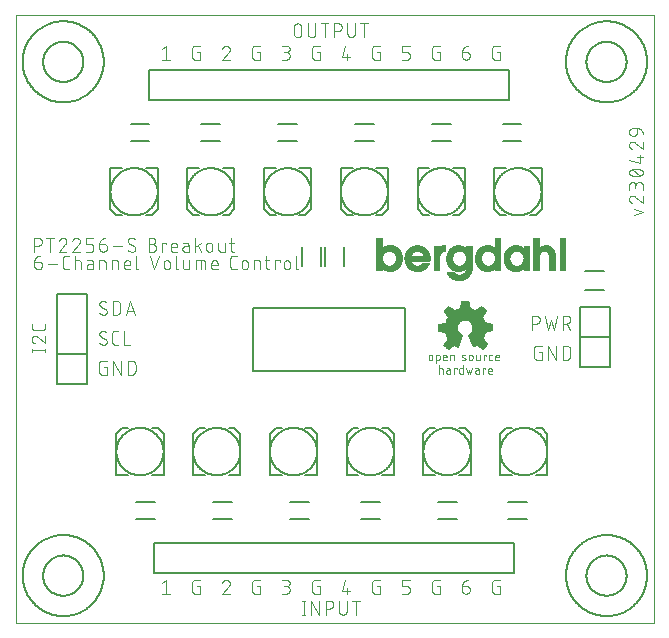
<source format=gto>
G75*
%MOIN*%
%OFA0B0*%
%FSLAX25Y25*%
%IPPOS*%
%LPD*%
%AMOC8*
5,1,8,0,0,1.08239X$1,22.5*
%
%ADD10C,0.00000*%
%ADD11C,0.00400*%
%ADD12C,0.00500*%
%ADD13C,0.00600*%
%ADD14C,0.00039*%
%ADD15C,0.00200*%
D10*
X0008874Y0008874D02*
X0008874Y0211630D01*
X0221472Y0211630D01*
X0221472Y0008874D01*
X0008874Y0008874D01*
D11*
X0057596Y0018543D02*
X0060152Y0018543D01*
X0058874Y0018543D02*
X0058874Y0023143D01*
X0057596Y0022120D01*
X0067596Y0022120D02*
X0067596Y0019565D01*
X0067598Y0019503D01*
X0067603Y0019442D01*
X0067613Y0019381D01*
X0067626Y0019320D01*
X0067642Y0019261D01*
X0067662Y0019203D01*
X0067686Y0019146D01*
X0067713Y0019090D01*
X0067743Y0019036D01*
X0067777Y0018984D01*
X0067813Y0018935D01*
X0067853Y0018887D01*
X0067895Y0018842D01*
X0067940Y0018800D01*
X0067988Y0018760D01*
X0068037Y0018724D01*
X0068089Y0018690D01*
X0068143Y0018660D01*
X0068199Y0018633D01*
X0068256Y0018609D01*
X0068314Y0018589D01*
X0068373Y0018573D01*
X0068434Y0018560D01*
X0068495Y0018550D01*
X0068556Y0018545D01*
X0068618Y0018543D01*
X0070152Y0018543D01*
X0070152Y0021098D01*
X0069385Y0021098D01*
X0067596Y0022120D02*
X0067598Y0022182D01*
X0067603Y0022243D01*
X0067613Y0022304D01*
X0067626Y0022365D01*
X0067642Y0022424D01*
X0067662Y0022482D01*
X0067686Y0022539D01*
X0067713Y0022595D01*
X0067743Y0022649D01*
X0067777Y0022701D01*
X0067813Y0022750D01*
X0067853Y0022798D01*
X0067895Y0022843D01*
X0067940Y0022885D01*
X0067988Y0022924D01*
X0068037Y0022961D01*
X0068089Y0022995D01*
X0068143Y0023025D01*
X0068199Y0023052D01*
X0068256Y0023076D01*
X0068314Y0023096D01*
X0068373Y0023112D01*
X0068434Y0023125D01*
X0068495Y0023135D01*
X0068556Y0023140D01*
X0068618Y0023142D01*
X0068618Y0023143D02*
X0070152Y0023143D01*
X0077596Y0018543D02*
X0080152Y0018543D01*
X0077596Y0018543D02*
X0079768Y0021098D01*
X0079002Y0023142D02*
X0078928Y0023140D01*
X0078854Y0023135D01*
X0078780Y0023125D01*
X0078707Y0023112D01*
X0078634Y0023096D01*
X0078563Y0023075D01*
X0078493Y0023051D01*
X0078424Y0023024D01*
X0078356Y0022993D01*
X0078290Y0022959D01*
X0078226Y0022922D01*
X0078164Y0022881D01*
X0078104Y0022837D01*
X0078046Y0022791D01*
X0077990Y0022741D01*
X0077937Y0022689D01*
X0077887Y0022634D01*
X0077840Y0022577D01*
X0077796Y0022517D01*
X0077754Y0022455D01*
X0077716Y0022392D01*
X0077681Y0022326D01*
X0077650Y0022259D01*
X0077622Y0022190D01*
X0077597Y0022120D01*
X0079769Y0021099D02*
X0079816Y0021146D01*
X0079860Y0021196D01*
X0079902Y0021248D01*
X0079941Y0021302D01*
X0079976Y0021358D01*
X0080009Y0021416D01*
X0080039Y0021476D01*
X0080065Y0021537D01*
X0080088Y0021600D01*
X0080107Y0021664D01*
X0080123Y0021728D01*
X0080136Y0021794D01*
X0080145Y0021860D01*
X0080150Y0021926D01*
X0080152Y0021993D01*
X0080150Y0022060D01*
X0080144Y0022127D01*
X0080135Y0022193D01*
X0080121Y0022258D01*
X0080104Y0022323D01*
X0080083Y0022386D01*
X0080058Y0022448D01*
X0080030Y0022509D01*
X0079998Y0022568D01*
X0079963Y0022625D01*
X0079924Y0022680D01*
X0079883Y0022732D01*
X0079838Y0022782D01*
X0079791Y0022829D01*
X0079741Y0022874D01*
X0079689Y0022915D01*
X0079634Y0022954D01*
X0079577Y0022989D01*
X0079518Y0023021D01*
X0079457Y0023049D01*
X0079395Y0023074D01*
X0079332Y0023095D01*
X0079267Y0023112D01*
X0079202Y0023126D01*
X0079136Y0023135D01*
X0079069Y0023141D01*
X0079002Y0023143D01*
X0087596Y0022120D02*
X0087596Y0019565D01*
X0087598Y0019503D01*
X0087603Y0019442D01*
X0087613Y0019381D01*
X0087626Y0019320D01*
X0087642Y0019261D01*
X0087662Y0019203D01*
X0087686Y0019146D01*
X0087713Y0019090D01*
X0087743Y0019036D01*
X0087777Y0018984D01*
X0087813Y0018935D01*
X0087853Y0018887D01*
X0087895Y0018842D01*
X0087940Y0018800D01*
X0087988Y0018760D01*
X0088037Y0018724D01*
X0088089Y0018690D01*
X0088143Y0018660D01*
X0088199Y0018633D01*
X0088256Y0018609D01*
X0088314Y0018589D01*
X0088373Y0018573D01*
X0088434Y0018560D01*
X0088495Y0018550D01*
X0088556Y0018545D01*
X0088618Y0018543D01*
X0090152Y0018543D01*
X0090152Y0021098D01*
X0089385Y0021098D01*
X0087596Y0022120D02*
X0087598Y0022182D01*
X0087603Y0022243D01*
X0087613Y0022304D01*
X0087626Y0022365D01*
X0087642Y0022424D01*
X0087662Y0022482D01*
X0087686Y0022539D01*
X0087713Y0022595D01*
X0087743Y0022649D01*
X0087777Y0022701D01*
X0087813Y0022750D01*
X0087853Y0022798D01*
X0087895Y0022843D01*
X0087940Y0022885D01*
X0087988Y0022924D01*
X0088037Y0022961D01*
X0088089Y0022995D01*
X0088143Y0023025D01*
X0088199Y0023052D01*
X0088256Y0023076D01*
X0088314Y0023096D01*
X0088373Y0023112D01*
X0088434Y0023125D01*
X0088495Y0023135D01*
X0088556Y0023140D01*
X0088618Y0023142D01*
X0088618Y0023143D02*
X0090152Y0023143D01*
X0097596Y0023143D02*
X0099130Y0023143D01*
X0099130Y0023142D02*
X0099193Y0023140D01*
X0099256Y0023134D01*
X0099318Y0023125D01*
X0099379Y0023111D01*
X0099440Y0023094D01*
X0099499Y0023073D01*
X0099557Y0023048D01*
X0099614Y0023020D01*
X0099668Y0022989D01*
X0099720Y0022954D01*
X0099771Y0022916D01*
X0099819Y0022875D01*
X0099864Y0022831D01*
X0099906Y0022785D01*
X0099946Y0022736D01*
X0099982Y0022685D01*
X0100015Y0022631D01*
X0100045Y0022576D01*
X0100071Y0022518D01*
X0100094Y0022460D01*
X0100113Y0022400D01*
X0100128Y0022339D01*
X0100140Y0022277D01*
X0100148Y0022214D01*
X0100152Y0022151D01*
X0100152Y0022089D01*
X0100148Y0022026D01*
X0100140Y0021963D01*
X0100128Y0021901D01*
X0100113Y0021840D01*
X0100094Y0021780D01*
X0100071Y0021722D01*
X0100045Y0021664D01*
X0100015Y0021609D01*
X0099982Y0021555D01*
X0099946Y0021504D01*
X0099906Y0021455D01*
X0099864Y0021409D01*
X0099819Y0021365D01*
X0099771Y0021324D01*
X0099720Y0021286D01*
X0099668Y0021251D01*
X0099614Y0021220D01*
X0099557Y0021192D01*
X0099499Y0021167D01*
X0099440Y0021146D01*
X0099379Y0021129D01*
X0099318Y0021115D01*
X0099256Y0021106D01*
X0099193Y0021100D01*
X0099130Y0021098D01*
X0098107Y0021098D01*
X0098874Y0021098D02*
X0098944Y0021096D01*
X0099015Y0021090D01*
X0099084Y0021081D01*
X0099153Y0021067D01*
X0099222Y0021050D01*
X0099289Y0021029D01*
X0099355Y0021004D01*
X0099419Y0020976D01*
X0099482Y0020944D01*
X0099543Y0020909D01*
X0099602Y0020870D01*
X0099659Y0020829D01*
X0099713Y0020784D01*
X0099765Y0020736D01*
X0099814Y0020686D01*
X0099861Y0020632D01*
X0099904Y0020577D01*
X0099944Y0020519D01*
X0099981Y0020459D01*
X0100014Y0020397D01*
X0100044Y0020333D01*
X0100071Y0020268D01*
X0100094Y0020202D01*
X0100113Y0020134D01*
X0100128Y0020065D01*
X0100140Y0019996D01*
X0100148Y0019926D01*
X0100152Y0019855D01*
X0100152Y0019785D01*
X0100148Y0019714D01*
X0100140Y0019644D01*
X0100128Y0019575D01*
X0100113Y0019506D01*
X0100094Y0019438D01*
X0100071Y0019372D01*
X0100044Y0019307D01*
X0100014Y0019243D01*
X0099981Y0019181D01*
X0099944Y0019121D01*
X0099904Y0019063D01*
X0099861Y0019008D01*
X0099814Y0018954D01*
X0099765Y0018904D01*
X0099713Y0018856D01*
X0099659Y0018811D01*
X0099602Y0018770D01*
X0099543Y0018731D01*
X0099482Y0018696D01*
X0099419Y0018664D01*
X0099355Y0018636D01*
X0099289Y0018611D01*
X0099222Y0018590D01*
X0099153Y0018573D01*
X0099084Y0018559D01*
X0099015Y0018550D01*
X0098944Y0018544D01*
X0098874Y0018542D01*
X0098874Y0018543D02*
X0097596Y0018543D01*
X0104280Y0016174D02*
X0105302Y0016174D01*
X0104791Y0016174D02*
X0104791Y0011574D01*
X0104280Y0011574D02*
X0105302Y0011574D01*
X0107263Y0011574D02*
X0107263Y0016174D01*
X0109818Y0011574D01*
X0109818Y0016174D01*
X0112130Y0016174D02*
X0113407Y0016174D01*
X0112130Y0016174D02*
X0112130Y0011574D01*
X0112130Y0013618D02*
X0113407Y0013618D01*
X0113477Y0013620D01*
X0113548Y0013626D01*
X0113617Y0013635D01*
X0113686Y0013649D01*
X0113755Y0013666D01*
X0113822Y0013687D01*
X0113888Y0013712D01*
X0113952Y0013740D01*
X0114015Y0013772D01*
X0114076Y0013807D01*
X0114135Y0013846D01*
X0114192Y0013887D01*
X0114246Y0013932D01*
X0114298Y0013980D01*
X0114347Y0014030D01*
X0114394Y0014084D01*
X0114437Y0014139D01*
X0114477Y0014197D01*
X0114514Y0014257D01*
X0114547Y0014319D01*
X0114577Y0014383D01*
X0114604Y0014448D01*
X0114627Y0014514D01*
X0114646Y0014582D01*
X0114661Y0014651D01*
X0114673Y0014720D01*
X0114681Y0014790D01*
X0114685Y0014861D01*
X0114685Y0014931D01*
X0114681Y0015002D01*
X0114673Y0015072D01*
X0114661Y0015141D01*
X0114646Y0015210D01*
X0114627Y0015278D01*
X0114604Y0015344D01*
X0114577Y0015409D01*
X0114547Y0015473D01*
X0114514Y0015535D01*
X0114477Y0015595D01*
X0114437Y0015653D01*
X0114394Y0015708D01*
X0114347Y0015762D01*
X0114298Y0015812D01*
X0114246Y0015860D01*
X0114192Y0015905D01*
X0114135Y0015946D01*
X0114076Y0015985D01*
X0114015Y0016020D01*
X0113952Y0016052D01*
X0113888Y0016080D01*
X0113822Y0016105D01*
X0113755Y0016126D01*
X0113686Y0016143D01*
X0113617Y0016157D01*
X0113548Y0016166D01*
X0113477Y0016172D01*
X0113407Y0016174D01*
X0116563Y0016174D02*
X0116563Y0012852D01*
X0116565Y0012782D01*
X0116571Y0012711D01*
X0116580Y0012642D01*
X0116594Y0012573D01*
X0116611Y0012504D01*
X0116632Y0012437D01*
X0116657Y0012371D01*
X0116685Y0012307D01*
X0116717Y0012244D01*
X0116752Y0012183D01*
X0116791Y0012124D01*
X0116832Y0012067D01*
X0116877Y0012013D01*
X0116925Y0011961D01*
X0116975Y0011912D01*
X0117029Y0011865D01*
X0117084Y0011822D01*
X0117142Y0011782D01*
X0117202Y0011745D01*
X0117264Y0011712D01*
X0117328Y0011682D01*
X0117393Y0011655D01*
X0117459Y0011632D01*
X0117527Y0011613D01*
X0117596Y0011598D01*
X0117665Y0011586D01*
X0117735Y0011578D01*
X0117806Y0011574D01*
X0117876Y0011574D01*
X0117947Y0011578D01*
X0118017Y0011586D01*
X0118086Y0011598D01*
X0118155Y0011613D01*
X0118223Y0011632D01*
X0118289Y0011655D01*
X0118354Y0011682D01*
X0118418Y0011712D01*
X0118480Y0011745D01*
X0118540Y0011782D01*
X0118598Y0011822D01*
X0118653Y0011865D01*
X0118707Y0011912D01*
X0118757Y0011961D01*
X0118805Y0012013D01*
X0118850Y0012067D01*
X0118891Y0012124D01*
X0118930Y0012183D01*
X0118965Y0012244D01*
X0118997Y0012307D01*
X0119025Y0012371D01*
X0119050Y0012437D01*
X0119071Y0012504D01*
X0119088Y0012573D01*
X0119102Y0012642D01*
X0119111Y0012711D01*
X0119117Y0012782D01*
X0119119Y0012852D01*
X0119118Y0012852D02*
X0119118Y0016174D01*
X0120913Y0016174D02*
X0123468Y0016174D01*
X0122191Y0016174D02*
X0122191Y0011574D01*
X0119385Y0018543D02*
X0119385Y0020587D01*
X0120152Y0019565D02*
X0117596Y0019565D01*
X0118618Y0023143D01*
X0110152Y0023143D02*
X0108618Y0023143D01*
X0108618Y0023142D02*
X0108556Y0023140D01*
X0108495Y0023135D01*
X0108434Y0023125D01*
X0108373Y0023112D01*
X0108314Y0023096D01*
X0108256Y0023076D01*
X0108199Y0023052D01*
X0108143Y0023025D01*
X0108089Y0022995D01*
X0108037Y0022961D01*
X0107988Y0022924D01*
X0107940Y0022885D01*
X0107895Y0022843D01*
X0107853Y0022798D01*
X0107813Y0022750D01*
X0107777Y0022701D01*
X0107743Y0022649D01*
X0107713Y0022595D01*
X0107686Y0022539D01*
X0107662Y0022482D01*
X0107642Y0022424D01*
X0107626Y0022365D01*
X0107613Y0022304D01*
X0107603Y0022243D01*
X0107598Y0022182D01*
X0107596Y0022120D01*
X0107596Y0019565D01*
X0107598Y0019503D01*
X0107603Y0019442D01*
X0107613Y0019381D01*
X0107626Y0019320D01*
X0107642Y0019261D01*
X0107662Y0019203D01*
X0107686Y0019146D01*
X0107713Y0019090D01*
X0107743Y0019036D01*
X0107777Y0018984D01*
X0107813Y0018935D01*
X0107853Y0018887D01*
X0107895Y0018842D01*
X0107940Y0018800D01*
X0107988Y0018760D01*
X0108037Y0018724D01*
X0108089Y0018690D01*
X0108143Y0018660D01*
X0108199Y0018633D01*
X0108256Y0018609D01*
X0108314Y0018589D01*
X0108373Y0018573D01*
X0108434Y0018560D01*
X0108495Y0018550D01*
X0108556Y0018545D01*
X0108618Y0018543D01*
X0110152Y0018543D01*
X0110152Y0021098D01*
X0109385Y0021098D01*
X0127596Y0022120D02*
X0127596Y0019565D01*
X0127598Y0019503D01*
X0127603Y0019442D01*
X0127613Y0019381D01*
X0127626Y0019320D01*
X0127642Y0019261D01*
X0127662Y0019203D01*
X0127686Y0019146D01*
X0127713Y0019090D01*
X0127743Y0019036D01*
X0127777Y0018984D01*
X0127813Y0018935D01*
X0127853Y0018887D01*
X0127895Y0018842D01*
X0127940Y0018800D01*
X0127988Y0018760D01*
X0128037Y0018724D01*
X0128089Y0018690D01*
X0128143Y0018660D01*
X0128199Y0018633D01*
X0128256Y0018609D01*
X0128314Y0018589D01*
X0128373Y0018573D01*
X0128434Y0018560D01*
X0128495Y0018550D01*
X0128556Y0018545D01*
X0128618Y0018543D01*
X0130152Y0018543D01*
X0130152Y0021098D01*
X0129385Y0021098D01*
X0127596Y0022120D02*
X0127598Y0022182D01*
X0127603Y0022243D01*
X0127613Y0022304D01*
X0127626Y0022365D01*
X0127642Y0022424D01*
X0127662Y0022482D01*
X0127686Y0022539D01*
X0127713Y0022595D01*
X0127743Y0022649D01*
X0127777Y0022701D01*
X0127813Y0022750D01*
X0127853Y0022798D01*
X0127895Y0022843D01*
X0127940Y0022885D01*
X0127988Y0022924D01*
X0128037Y0022961D01*
X0128089Y0022995D01*
X0128143Y0023025D01*
X0128199Y0023052D01*
X0128256Y0023076D01*
X0128314Y0023096D01*
X0128373Y0023112D01*
X0128434Y0023125D01*
X0128495Y0023135D01*
X0128556Y0023140D01*
X0128618Y0023142D01*
X0128618Y0023143D02*
X0130152Y0023143D01*
X0137596Y0023143D02*
X0137596Y0021098D01*
X0139130Y0021098D01*
X0139192Y0021096D01*
X0139253Y0021091D01*
X0139314Y0021081D01*
X0139375Y0021068D01*
X0139434Y0021052D01*
X0139492Y0021032D01*
X0139549Y0021008D01*
X0139605Y0020981D01*
X0139659Y0020951D01*
X0139711Y0020917D01*
X0139760Y0020881D01*
X0139808Y0020841D01*
X0139853Y0020799D01*
X0139895Y0020754D01*
X0139935Y0020706D01*
X0139971Y0020657D01*
X0140005Y0020605D01*
X0140035Y0020551D01*
X0140062Y0020495D01*
X0140086Y0020438D01*
X0140106Y0020380D01*
X0140122Y0020321D01*
X0140135Y0020260D01*
X0140145Y0020199D01*
X0140150Y0020138D01*
X0140152Y0020076D01*
X0140152Y0019565D01*
X0140150Y0019503D01*
X0140145Y0019442D01*
X0140135Y0019381D01*
X0140122Y0019320D01*
X0140106Y0019261D01*
X0140086Y0019203D01*
X0140062Y0019146D01*
X0140035Y0019090D01*
X0140005Y0019036D01*
X0139971Y0018984D01*
X0139935Y0018935D01*
X0139895Y0018887D01*
X0139853Y0018842D01*
X0139808Y0018800D01*
X0139760Y0018760D01*
X0139711Y0018724D01*
X0139659Y0018690D01*
X0139605Y0018660D01*
X0139549Y0018633D01*
X0139492Y0018609D01*
X0139434Y0018589D01*
X0139375Y0018573D01*
X0139314Y0018560D01*
X0139253Y0018550D01*
X0139192Y0018545D01*
X0139130Y0018543D01*
X0137596Y0018543D01*
X0137596Y0023143D02*
X0140152Y0023143D01*
X0147596Y0022120D02*
X0147596Y0019565D01*
X0147598Y0019503D01*
X0147603Y0019442D01*
X0147613Y0019381D01*
X0147626Y0019320D01*
X0147642Y0019261D01*
X0147662Y0019203D01*
X0147686Y0019146D01*
X0147713Y0019090D01*
X0147743Y0019036D01*
X0147777Y0018984D01*
X0147813Y0018935D01*
X0147853Y0018887D01*
X0147895Y0018842D01*
X0147940Y0018800D01*
X0147988Y0018760D01*
X0148037Y0018724D01*
X0148089Y0018690D01*
X0148143Y0018660D01*
X0148199Y0018633D01*
X0148256Y0018609D01*
X0148314Y0018589D01*
X0148373Y0018573D01*
X0148434Y0018560D01*
X0148495Y0018550D01*
X0148556Y0018545D01*
X0148618Y0018543D01*
X0150152Y0018543D01*
X0150152Y0021098D01*
X0149385Y0021098D01*
X0147596Y0022120D02*
X0147598Y0022182D01*
X0147603Y0022243D01*
X0147613Y0022304D01*
X0147626Y0022365D01*
X0147642Y0022424D01*
X0147662Y0022482D01*
X0147686Y0022539D01*
X0147713Y0022595D01*
X0147743Y0022649D01*
X0147777Y0022701D01*
X0147813Y0022750D01*
X0147853Y0022798D01*
X0147895Y0022843D01*
X0147940Y0022885D01*
X0147988Y0022924D01*
X0148037Y0022961D01*
X0148089Y0022995D01*
X0148143Y0023025D01*
X0148199Y0023052D01*
X0148256Y0023076D01*
X0148314Y0023096D01*
X0148373Y0023112D01*
X0148434Y0023125D01*
X0148495Y0023135D01*
X0148556Y0023140D01*
X0148618Y0023142D01*
X0148618Y0023143D02*
X0150152Y0023143D01*
X0157596Y0021098D02*
X0157596Y0019820D01*
X0157598Y0019750D01*
X0157604Y0019679D01*
X0157613Y0019610D01*
X0157627Y0019541D01*
X0157644Y0019472D01*
X0157665Y0019405D01*
X0157690Y0019339D01*
X0157718Y0019275D01*
X0157750Y0019212D01*
X0157785Y0019151D01*
X0157824Y0019092D01*
X0157865Y0019035D01*
X0157910Y0018981D01*
X0157958Y0018929D01*
X0158008Y0018880D01*
X0158062Y0018833D01*
X0158117Y0018790D01*
X0158175Y0018750D01*
X0158235Y0018713D01*
X0158297Y0018680D01*
X0158361Y0018650D01*
X0158426Y0018623D01*
X0158492Y0018600D01*
X0158560Y0018581D01*
X0158629Y0018566D01*
X0158698Y0018554D01*
X0158768Y0018546D01*
X0158839Y0018542D01*
X0158909Y0018542D01*
X0158980Y0018546D01*
X0159050Y0018554D01*
X0159119Y0018566D01*
X0159188Y0018581D01*
X0159256Y0018600D01*
X0159322Y0018623D01*
X0159387Y0018650D01*
X0159451Y0018680D01*
X0159513Y0018713D01*
X0159573Y0018750D01*
X0159631Y0018790D01*
X0159686Y0018833D01*
X0159740Y0018880D01*
X0159790Y0018929D01*
X0159838Y0018981D01*
X0159883Y0019035D01*
X0159924Y0019092D01*
X0159963Y0019151D01*
X0159998Y0019212D01*
X0160030Y0019275D01*
X0160058Y0019339D01*
X0160083Y0019405D01*
X0160104Y0019472D01*
X0160121Y0019541D01*
X0160135Y0019610D01*
X0160144Y0019679D01*
X0160150Y0019750D01*
X0160152Y0019820D01*
X0160152Y0020076D01*
X0160150Y0020138D01*
X0160145Y0020199D01*
X0160135Y0020260D01*
X0160122Y0020321D01*
X0160106Y0020380D01*
X0160086Y0020438D01*
X0160062Y0020495D01*
X0160035Y0020551D01*
X0160005Y0020605D01*
X0159971Y0020657D01*
X0159935Y0020706D01*
X0159895Y0020754D01*
X0159853Y0020799D01*
X0159808Y0020841D01*
X0159760Y0020881D01*
X0159711Y0020917D01*
X0159659Y0020951D01*
X0159605Y0020981D01*
X0159549Y0021008D01*
X0159492Y0021032D01*
X0159434Y0021052D01*
X0159375Y0021068D01*
X0159314Y0021081D01*
X0159253Y0021091D01*
X0159192Y0021096D01*
X0159130Y0021098D01*
X0157596Y0021098D01*
X0157597Y0021098D02*
X0157599Y0021187D01*
X0157605Y0021276D01*
X0157614Y0021365D01*
X0157628Y0021453D01*
X0157645Y0021540D01*
X0157667Y0021627D01*
X0157692Y0021713D01*
X0157720Y0021797D01*
X0157753Y0021880D01*
X0157789Y0021962D01*
X0157828Y0022042D01*
X0157871Y0022120D01*
X0157917Y0022196D01*
X0157967Y0022270D01*
X0158019Y0022342D01*
X0158075Y0022412D01*
X0158134Y0022479D01*
X0158196Y0022543D01*
X0158260Y0022605D01*
X0158327Y0022664D01*
X0158397Y0022720D01*
X0158469Y0022772D01*
X0158543Y0022822D01*
X0158619Y0022868D01*
X0158697Y0022911D01*
X0158777Y0022950D01*
X0158859Y0022986D01*
X0158942Y0023019D01*
X0159026Y0023047D01*
X0159112Y0023072D01*
X0159199Y0023094D01*
X0159286Y0023111D01*
X0159374Y0023125D01*
X0159463Y0023134D01*
X0159552Y0023140D01*
X0159641Y0023142D01*
X0167596Y0022120D02*
X0167596Y0019565D01*
X0167598Y0019503D01*
X0167603Y0019442D01*
X0167613Y0019381D01*
X0167626Y0019320D01*
X0167642Y0019261D01*
X0167662Y0019203D01*
X0167686Y0019146D01*
X0167713Y0019090D01*
X0167743Y0019036D01*
X0167777Y0018984D01*
X0167813Y0018935D01*
X0167853Y0018887D01*
X0167895Y0018842D01*
X0167940Y0018800D01*
X0167988Y0018760D01*
X0168037Y0018724D01*
X0168089Y0018690D01*
X0168143Y0018660D01*
X0168199Y0018633D01*
X0168256Y0018609D01*
X0168314Y0018589D01*
X0168373Y0018573D01*
X0168434Y0018560D01*
X0168495Y0018550D01*
X0168556Y0018545D01*
X0168618Y0018543D01*
X0170152Y0018543D01*
X0170152Y0021098D01*
X0169385Y0021098D01*
X0167596Y0022120D02*
X0167598Y0022182D01*
X0167603Y0022243D01*
X0167613Y0022304D01*
X0167626Y0022365D01*
X0167642Y0022424D01*
X0167662Y0022482D01*
X0167686Y0022539D01*
X0167713Y0022595D01*
X0167743Y0022649D01*
X0167777Y0022701D01*
X0167813Y0022750D01*
X0167853Y0022798D01*
X0167895Y0022843D01*
X0167940Y0022885D01*
X0167988Y0022924D01*
X0168037Y0022961D01*
X0168089Y0022995D01*
X0168143Y0023025D01*
X0168199Y0023052D01*
X0168256Y0023076D01*
X0168314Y0023096D01*
X0168373Y0023112D01*
X0168434Y0023125D01*
X0168495Y0023135D01*
X0168556Y0023140D01*
X0168618Y0023142D01*
X0168618Y0023143D02*
X0170152Y0023143D01*
X0182541Y0096574D02*
X0184074Y0096574D01*
X0184074Y0099130D01*
X0183307Y0099130D01*
X0181519Y0100152D02*
X0181521Y0100214D01*
X0181526Y0100275D01*
X0181536Y0100336D01*
X0181549Y0100397D01*
X0181565Y0100456D01*
X0181585Y0100514D01*
X0181609Y0100571D01*
X0181636Y0100627D01*
X0181666Y0100681D01*
X0181700Y0100733D01*
X0181736Y0100782D01*
X0181776Y0100830D01*
X0181818Y0100875D01*
X0181863Y0100917D01*
X0181911Y0100956D01*
X0181960Y0100993D01*
X0182012Y0101027D01*
X0182066Y0101057D01*
X0182122Y0101084D01*
X0182179Y0101108D01*
X0182237Y0101128D01*
X0182296Y0101144D01*
X0182357Y0101157D01*
X0182418Y0101167D01*
X0182479Y0101172D01*
X0182541Y0101174D01*
X0184074Y0101174D01*
X0186318Y0101174D02*
X0188874Y0096574D01*
X0188874Y0101174D01*
X0191118Y0101174D02*
X0192396Y0101174D01*
X0191118Y0101174D02*
X0191118Y0096574D01*
X0192396Y0096574D01*
X0192465Y0096576D01*
X0192534Y0096581D01*
X0192603Y0096591D01*
X0192671Y0096604D01*
X0192738Y0096621D01*
X0192804Y0096641D01*
X0192869Y0096665D01*
X0192933Y0096692D01*
X0192995Y0096723D01*
X0193055Y0096757D01*
X0193113Y0096794D01*
X0193169Y0096835D01*
X0193223Y0096878D01*
X0193275Y0096924D01*
X0193324Y0096973D01*
X0193370Y0097025D01*
X0193413Y0097079D01*
X0193454Y0097135D01*
X0193491Y0097193D01*
X0193525Y0097253D01*
X0193556Y0097315D01*
X0193583Y0097379D01*
X0193607Y0097444D01*
X0193627Y0097510D01*
X0193644Y0097577D01*
X0193657Y0097645D01*
X0193667Y0097714D01*
X0193672Y0097783D01*
X0193674Y0097852D01*
X0193674Y0099896D01*
X0193672Y0099965D01*
X0193667Y0100034D01*
X0193657Y0100103D01*
X0193644Y0100171D01*
X0193627Y0100238D01*
X0193607Y0100304D01*
X0193583Y0100369D01*
X0193556Y0100433D01*
X0193525Y0100495D01*
X0193491Y0100555D01*
X0193454Y0100613D01*
X0193413Y0100669D01*
X0193370Y0100723D01*
X0193324Y0100775D01*
X0193275Y0100824D01*
X0193223Y0100870D01*
X0193169Y0100913D01*
X0193113Y0100954D01*
X0193055Y0100991D01*
X0192995Y0101025D01*
X0192933Y0101056D01*
X0192869Y0101083D01*
X0192804Y0101107D01*
X0192738Y0101127D01*
X0192671Y0101144D01*
X0192603Y0101157D01*
X0192534Y0101167D01*
X0192465Y0101172D01*
X0192396Y0101174D01*
X0191118Y0106574D02*
X0191118Y0111174D01*
X0192396Y0111174D01*
X0192466Y0111172D01*
X0192537Y0111166D01*
X0192606Y0111157D01*
X0192675Y0111143D01*
X0192744Y0111126D01*
X0192811Y0111105D01*
X0192877Y0111080D01*
X0192941Y0111052D01*
X0193004Y0111020D01*
X0193065Y0110985D01*
X0193124Y0110946D01*
X0193181Y0110905D01*
X0193235Y0110860D01*
X0193287Y0110812D01*
X0193336Y0110762D01*
X0193383Y0110708D01*
X0193426Y0110653D01*
X0193466Y0110595D01*
X0193503Y0110535D01*
X0193536Y0110473D01*
X0193566Y0110409D01*
X0193593Y0110344D01*
X0193616Y0110278D01*
X0193635Y0110210D01*
X0193650Y0110141D01*
X0193662Y0110072D01*
X0193670Y0110002D01*
X0193674Y0109931D01*
X0193674Y0109861D01*
X0193670Y0109790D01*
X0193662Y0109720D01*
X0193650Y0109651D01*
X0193635Y0109582D01*
X0193616Y0109514D01*
X0193593Y0109448D01*
X0193566Y0109383D01*
X0193536Y0109319D01*
X0193503Y0109257D01*
X0193466Y0109197D01*
X0193426Y0109139D01*
X0193383Y0109084D01*
X0193336Y0109030D01*
X0193287Y0108980D01*
X0193235Y0108932D01*
X0193181Y0108887D01*
X0193124Y0108846D01*
X0193065Y0108807D01*
X0193004Y0108772D01*
X0192941Y0108740D01*
X0192877Y0108712D01*
X0192811Y0108687D01*
X0192744Y0108666D01*
X0192675Y0108649D01*
X0192606Y0108635D01*
X0192537Y0108626D01*
X0192466Y0108620D01*
X0192396Y0108618D01*
X0191118Y0108618D01*
X0192652Y0108618D02*
X0193674Y0106574D01*
X0188139Y0106574D02*
X0189162Y0111174D01*
X0187117Y0109641D02*
X0188139Y0106574D01*
X0186095Y0106574D02*
X0187117Y0109641D01*
X0185073Y0111174D02*
X0186095Y0106574D01*
X0182234Y0108618D02*
X0180956Y0108618D01*
X0182234Y0108618D02*
X0182304Y0108620D01*
X0182375Y0108626D01*
X0182444Y0108635D01*
X0182513Y0108649D01*
X0182582Y0108666D01*
X0182649Y0108687D01*
X0182715Y0108712D01*
X0182779Y0108740D01*
X0182842Y0108772D01*
X0182903Y0108807D01*
X0182962Y0108846D01*
X0183019Y0108887D01*
X0183073Y0108932D01*
X0183125Y0108980D01*
X0183174Y0109030D01*
X0183221Y0109084D01*
X0183264Y0109139D01*
X0183304Y0109197D01*
X0183341Y0109257D01*
X0183374Y0109319D01*
X0183404Y0109383D01*
X0183431Y0109448D01*
X0183454Y0109514D01*
X0183473Y0109582D01*
X0183488Y0109651D01*
X0183500Y0109720D01*
X0183508Y0109790D01*
X0183512Y0109861D01*
X0183512Y0109931D01*
X0183508Y0110002D01*
X0183500Y0110072D01*
X0183488Y0110141D01*
X0183473Y0110210D01*
X0183454Y0110278D01*
X0183431Y0110344D01*
X0183404Y0110409D01*
X0183374Y0110473D01*
X0183341Y0110535D01*
X0183304Y0110595D01*
X0183264Y0110653D01*
X0183221Y0110708D01*
X0183174Y0110762D01*
X0183125Y0110812D01*
X0183073Y0110860D01*
X0183019Y0110905D01*
X0182962Y0110946D01*
X0182903Y0110985D01*
X0182842Y0111020D01*
X0182779Y0111052D01*
X0182715Y0111080D01*
X0182649Y0111105D01*
X0182582Y0111126D01*
X0182513Y0111143D01*
X0182444Y0111157D01*
X0182375Y0111166D01*
X0182304Y0111172D01*
X0182234Y0111174D01*
X0180956Y0111174D01*
X0180956Y0106574D01*
X0181518Y0100152D02*
X0181518Y0097596D01*
X0181519Y0097596D02*
X0181521Y0097534D01*
X0181526Y0097473D01*
X0181536Y0097412D01*
X0181549Y0097351D01*
X0181565Y0097292D01*
X0181585Y0097234D01*
X0181609Y0097177D01*
X0181636Y0097121D01*
X0181666Y0097067D01*
X0181700Y0097015D01*
X0181736Y0096966D01*
X0181776Y0096918D01*
X0181818Y0096873D01*
X0181863Y0096831D01*
X0181911Y0096791D01*
X0181960Y0096755D01*
X0182012Y0096721D01*
X0182066Y0096691D01*
X0182122Y0096664D01*
X0182179Y0096640D01*
X0182237Y0096620D01*
X0182296Y0096604D01*
X0182357Y0096591D01*
X0182418Y0096581D01*
X0182479Y0096576D01*
X0182541Y0096574D01*
X0186318Y0096574D02*
X0186318Y0101174D01*
X0214800Y0144901D02*
X0217867Y0145923D01*
X0214800Y0146945D01*
X0217867Y0148695D02*
X0217867Y0151251D01*
X0217867Y0153195D02*
X0217867Y0154473D01*
X0217865Y0154543D01*
X0217859Y0154614D01*
X0217850Y0154683D01*
X0217836Y0154752D01*
X0217819Y0154821D01*
X0217798Y0154888D01*
X0217773Y0154954D01*
X0217745Y0155018D01*
X0217713Y0155081D01*
X0217678Y0155142D01*
X0217639Y0155201D01*
X0217598Y0155258D01*
X0217553Y0155312D01*
X0217505Y0155364D01*
X0217455Y0155413D01*
X0217401Y0155460D01*
X0217346Y0155503D01*
X0217288Y0155543D01*
X0217228Y0155580D01*
X0217166Y0155613D01*
X0217102Y0155643D01*
X0217037Y0155670D01*
X0216971Y0155693D01*
X0216903Y0155712D01*
X0216834Y0155727D01*
X0216765Y0155739D01*
X0216695Y0155747D01*
X0216624Y0155751D01*
X0216554Y0155751D01*
X0216483Y0155747D01*
X0216413Y0155739D01*
X0216344Y0155727D01*
X0216275Y0155712D01*
X0216207Y0155693D01*
X0216141Y0155670D01*
X0216076Y0155643D01*
X0216012Y0155613D01*
X0215950Y0155580D01*
X0215890Y0155543D01*
X0215832Y0155503D01*
X0215777Y0155460D01*
X0215723Y0155413D01*
X0215673Y0155364D01*
X0215625Y0155312D01*
X0215580Y0155258D01*
X0215539Y0155201D01*
X0215500Y0155142D01*
X0215465Y0155081D01*
X0215433Y0155018D01*
X0215405Y0154954D01*
X0215380Y0154888D01*
X0215359Y0154821D01*
X0215342Y0154752D01*
X0215328Y0154683D01*
X0215319Y0154614D01*
X0215313Y0154543D01*
X0215311Y0154473D01*
X0215311Y0154729D02*
X0215311Y0153706D01*
X0215311Y0154729D02*
X0215309Y0154792D01*
X0215303Y0154855D01*
X0215294Y0154917D01*
X0215280Y0154978D01*
X0215263Y0155039D01*
X0215242Y0155098D01*
X0215217Y0155156D01*
X0215189Y0155213D01*
X0215158Y0155267D01*
X0215123Y0155319D01*
X0215085Y0155370D01*
X0215044Y0155418D01*
X0215000Y0155463D01*
X0214954Y0155505D01*
X0214905Y0155545D01*
X0214854Y0155581D01*
X0214800Y0155614D01*
X0214745Y0155644D01*
X0214687Y0155670D01*
X0214629Y0155693D01*
X0214569Y0155712D01*
X0214508Y0155727D01*
X0214446Y0155739D01*
X0214383Y0155747D01*
X0214320Y0155751D01*
X0214258Y0155751D01*
X0214195Y0155747D01*
X0214132Y0155739D01*
X0214070Y0155727D01*
X0214009Y0155712D01*
X0213949Y0155693D01*
X0213891Y0155670D01*
X0213833Y0155644D01*
X0213778Y0155614D01*
X0213724Y0155581D01*
X0213673Y0155545D01*
X0213624Y0155505D01*
X0213578Y0155463D01*
X0213534Y0155418D01*
X0213493Y0155370D01*
X0213455Y0155319D01*
X0213420Y0155267D01*
X0213389Y0155213D01*
X0213361Y0155156D01*
X0213336Y0155098D01*
X0213315Y0155039D01*
X0213298Y0154978D01*
X0213284Y0154917D01*
X0213275Y0154855D01*
X0213269Y0154792D01*
X0213267Y0154729D01*
X0213267Y0153195D01*
X0215311Y0150867D02*
X0217867Y0148695D01*
X0214289Y0148696D02*
X0214219Y0148721D01*
X0214150Y0148749D01*
X0214083Y0148780D01*
X0214017Y0148815D01*
X0213954Y0148853D01*
X0213892Y0148895D01*
X0213832Y0148939D01*
X0213775Y0148986D01*
X0213720Y0149036D01*
X0213668Y0149089D01*
X0213618Y0149145D01*
X0213572Y0149202D01*
X0213528Y0149263D01*
X0213487Y0149325D01*
X0213450Y0149389D01*
X0213416Y0149455D01*
X0213385Y0149523D01*
X0213358Y0149592D01*
X0213334Y0149662D01*
X0213313Y0149733D01*
X0213297Y0149806D01*
X0213284Y0149879D01*
X0213274Y0149953D01*
X0213269Y0150027D01*
X0213267Y0150101D01*
X0213269Y0150168D01*
X0213275Y0150235D01*
X0213284Y0150301D01*
X0213298Y0150366D01*
X0213315Y0150431D01*
X0213336Y0150494D01*
X0213361Y0150556D01*
X0213389Y0150617D01*
X0213421Y0150676D01*
X0213456Y0150733D01*
X0213495Y0150788D01*
X0213536Y0150840D01*
X0213581Y0150890D01*
X0213628Y0150937D01*
X0213678Y0150982D01*
X0213730Y0151023D01*
X0213785Y0151062D01*
X0213842Y0151097D01*
X0213901Y0151129D01*
X0213962Y0151157D01*
X0214024Y0151182D01*
X0214087Y0151203D01*
X0214152Y0151220D01*
X0214217Y0151234D01*
X0214283Y0151243D01*
X0214350Y0151249D01*
X0214417Y0151251D01*
X0214484Y0151249D01*
X0214550Y0151244D01*
X0214616Y0151235D01*
X0214682Y0151222D01*
X0214746Y0151206D01*
X0214810Y0151187D01*
X0214873Y0151164D01*
X0214934Y0151138D01*
X0214994Y0151108D01*
X0215052Y0151075D01*
X0215108Y0151040D01*
X0215162Y0151001D01*
X0215214Y0150959D01*
X0215264Y0150915D01*
X0215311Y0150868D01*
X0217228Y0159868D02*
X0217124Y0159916D01*
X0217019Y0159962D01*
X0216913Y0160004D01*
X0216805Y0160043D01*
X0216696Y0160079D01*
X0216586Y0160111D01*
X0216475Y0160141D01*
X0216363Y0160166D01*
X0216251Y0160189D01*
X0216138Y0160208D01*
X0216024Y0160223D01*
X0215910Y0160235D01*
X0215796Y0160244D01*
X0215682Y0160249D01*
X0215567Y0160251D01*
X0215567Y0157695D02*
X0215452Y0157697D01*
X0215338Y0157702D01*
X0215224Y0157711D01*
X0215110Y0157723D01*
X0214996Y0157738D01*
X0214883Y0157757D01*
X0214771Y0157780D01*
X0214659Y0157805D01*
X0214548Y0157835D01*
X0214438Y0157867D01*
X0214329Y0157903D01*
X0214221Y0157942D01*
X0214115Y0157984D01*
X0214010Y0158030D01*
X0213906Y0158078D01*
X0213266Y0158973D02*
X0213268Y0159032D01*
X0213273Y0159090D01*
X0213282Y0159148D01*
X0213295Y0159205D01*
X0213311Y0159262D01*
X0213331Y0159317D01*
X0213354Y0159371D01*
X0213380Y0159423D01*
X0213410Y0159474D01*
X0213442Y0159523D01*
X0213478Y0159570D01*
X0213516Y0159614D01*
X0213557Y0159656D01*
X0213601Y0159695D01*
X0213647Y0159732D01*
X0213695Y0159765D01*
X0213745Y0159796D01*
X0213797Y0159823D01*
X0213850Y0159847D01*
X0213905Y0159868D01*
X0214289Y0159995D02*
X0216845Y0157951D01*
X0217867Y0158973D02*
X0217865Y0159032D01*
X0217860Y0159090D01*
X0217851Y0159148D01*
X0217838Y0159205D01*
X0217822Y0159262D01*
X0217802Y0159317D01*
X0217779Y0159371D01*
X0217753Y0159423D01*
X0217723Y0159474D01*
X0217691Y0159523D01*
X0217655Y0159570D01*
X0217617Y0159614D01*
X0217576Y0159656D01*
X0217532Y0159695D01*
X0217486Y0159732D01*
X0217438Y0159765D01*
X0217388Y0159796D01*
X0217336Y0159823D01*
X0217283Y0159847D01*
X0217228Y0159868D01*
X0217867Y0158973D02*
X0217865Y0158914D01*
X0217860Y0158856D01*
X0217851Y0158798D01*
X0217838Y0158741D01*
X0217822Y0158684D01*
X0217802Y0158629D01*
X0217779Y0158575D01*
X0217753Y0158523D01*
X0217723Y0158472D01*
X0217691Y0158423D01*
X0217655Y0158376D01*
X0217617Y0158332D01*
X0217576Y0158290D01*
X0217532Y0158251D01*
X0217486Y0158214D01*
X0217438Y0158181D01*
X0217388Y0158150D01*
X0217336Y0158123D01*
X0217283Y0158099D01*
X0217228Y0158078D01*
X0215567Y0160251D02*
X0215452Y0160249D01*
X0215338Y0160244D01*
X0215224Y0160235D01*
X0215110Y0160223D01*
X0214996Y0160208D01*
X0214883Y0160189D01*
X0214771Y0160166D01*
X0214659Y0160141D01*
X0214548Y0160111D01*
X0214438Y0160079D01*
X0214329Y0160043D01*
X0214221Y0160004D01*
X0214115Y0159962D01*
X0214010Y0159916D01*
X0213906Y0159868D01*
X0213266Y0158973D02*
X0213268Y0158914D01*
X0213273Y0158856D01*
X0213282Y0158798D01*
X0213295Y0158741D01*
X0213311Y0158684D01*
X0213331Y0158629D01*
X0213354Y0158575D01*
X0213380Y0158523D01*
X0213410Y0158472D01*
X0213442Y0158423D01*
X0213478Y0158376D01*
X0213516Y0158332D01*
X0213557Y0158290D01*
X0213601Y0158251D01*
X0213647Y0158214D01*
X0213695Y0158181D01*
X0213745Y0158150D01*
X0213797Y0158123D01*
X0213850Y0158099D01*
X0213905Y0158078D01*
X0215567Y0157695D02*
X0215682Y0157697D01*
X0215796Y0157702D01*
X0215910Y0157711D01*
X0216024Y0157723D01*
X0216138Y0157738D01*
X0216251Y0157757D01*
X0216363Y0157780D01*
X0216475Y0157805D01*
X0216586Y0157835D01*
X0216696Y0157867D01*
X0216805Y0157903D01*
X0216913Y0157942D01*
X0217019Y0157984D01*
X0217124Y0158030D01*
X0217228Y0158078D01*
X0216845Y0162195D02*
X0216845Y0164751D01*
X0217867Y0163984D02*
X0215822Y0163984D01*
X0216845Y0162195D02*
X0213267Y0163217D01*
X0215311Y0168868D02*
X0215264Y0168915D01*
X0215214Y0168959D01*
X0215162Y0169001D01*
X0215108Y0169040D01*
X0215052Y0169075D01*
X0214994Y0169108D01*
X0214934Y0169138D01*
X0214873Y0169164D01*
X0214810Y0169187D01*
X0214746Y0169206D01*
X0214682Y0169222D01*
X0214616Y0169235D01*
X0214550Y0169244D01*
X0214484Y0169249D01*
X0214417Y0169251D01*
X0215311Y0168867D02*
X0217867Y0166695D01*
X0217867Y0169251D01*
X0217866Y0171706D02*
X0217864Y0171795D01*
X0217858Y0171884D01*
X0217849Y0171973D01*
X0217835Y0172061D01*
X0217818Y0172148D01*
X0217796Y0172235D01*
X0217771Y0172321D01*
X0217743Y0172405D01*
X0217710Y0172488D01*
X0217674Y0172570D01*
X0217635Y0172650D01*
X0217592Y0172728D01*
X0217546Y0172804D01*
X0217496Y0172878D01*
X0217444Y0172950D01*
X0217388Y0173020D01*
X0217329Y0173087D01*
X0217267Y0173151D01*
X0217203Y0173213D01*
X0217136Y0173272D01*
X0217066Y0173328D01*
X0216994Y0173380D01*
X0216920Y0173430D01*
X0216844Y0173476D01*
X0216766Y0173519D01*
X0216686Y0173558D01*
X0216604Y0173594D01*
X0216521Y0173627D01*
X0216437Y0173655D01*
X0216351Y0173680D01*
X0216264Y0173702D01*
X0216177Y0173719D01*
X0216089Y0173733D01*
X0216000Y0173742D01*
X0215911Y0173748D01*
X0215822Y0173750D01*
X0215822Y0173751D02*
X0214545Y0173751D01*
X0215822Y0173751D02*
X0215822Y0172217D01*
X0215820Y0172155D01*
X0215815Y0172094D01*
X0215805Y0172033D01*
X0215792Y0171972D01*
X0215776Y0171913D01*
X0215756Y0171855D01*
X0215732Y0171798D01*
X0215705Y0171742D01*
X0215675Y0171688D01*
X0215641Y0171636D01*
X0215605Y0171587D01*
X0215565Y0171539D01*
X0215523Y0171494D01*
X0215478Y0171452D01*
X0215430Y0171412D01*
X0215381Y0171376D01*
X0215329Y0171342D01*
X0215275Y0171312D01*
X0215219Y0171285D01*
X0215162Y0171261D01*
X0215104Y0171241D01*
X0215045Y0171225D01*
X0214984Y0171212D01*
X0214923Y0171202D01*
X0214862Y0171197D01*
X0214800Y0171195D01*
X0214545Y0171195D01*
X0214475Y0171197D01*
X0214404Y0171203D01*
X0214335Y0171212D01*
X0214266Y0171226D01*
X0214197Y0171243D01*
X0214130Y0171264D01*
X0214064Y0171289D01*
X0214000Y0171317D01*
X0213937Y0171349D01*
X0213876Y0171384D01*
X0213817Y0171423D01*
X0213760Y0171464D01*
X0213706Y0171509D01*
X0213654Y0171557D01*
X0213605Y0171607D01*
X0213558Y0171661D01*
X0213515Y0171716D01*
X0213475Y0171774D01*
X0213438Y0171834D01*
X0213405Y0171896D01*
X0213375Y0171960D01*
X0213348Y0172025D01*
X0213325Y0172091D01*
X0213306Y0172159D01*
X0213291Y0172228D01*
X0213279Y0172297D01*
X0213271Y0172367D01*
X0213267Y0172438D01*
X0213267Y0172508D01*
X0213271Y0172579D01*
X0213279Y0172649D01*
X0213291Y0172718D01*
X0213306Y0172787D01*
X0213325Y0172855D01*
X0213348Y0172921D01*
X0213375Y0172986D01*
X0213405Y0173050D01*
X0213438Y0173112D01*
X0213475Y0173172D01*
X0213515Y0173230D01*
X0213558Y0173285D01*
X0213605Y0173339D01*
X0213654Y0173389D01*
X0213706Y0173437D01*
X0213760Y0173482D01*
X0213817Y0173523D01*
X0213876Y0173562D01*
X0213937Y0173597D01*
X0214000Y0173629D01*
X0214064Y0173657D01*
X0214130Y0173682D01*
X0214197Y0173703D01*
X0214266Y0173720D01*
X0214335Y0173734D01*
X0214404Y0173743D01*
X0214475Y0173749D01*
X0214545Y0173751D01*
X0214417Y0169251D02*
X0214350Y0169249D01*
X0214283Y0169243D01*
X0214217Y0169234D01*
X0214152Y0169220D01*
X0214087Y0169203D01*
X0214024Y0169182D01*
X0213962Y0169157D01*
X0213901Y0169129D01*
X0213842Y0169097D01*
X0213785Y0169062D01*
X0213730Y0169023D01*
X0213678Y0168982D01*
X0213628Y0168937D01*
X0213581Y0168890D01*
X0213536Y0168840D01*
X0213495Y0168788D01*
X0213456Y0168733D01*
X0213421Y0168676D01*
X0213389Y0168617D01*
X0213361Y0168556D01*
X0213336Y0168494D01*
X0213315Y0168431D01*
X0213298Y0168366D01*
X0213284Y0168301D01*
X0213275Y0168235D01*
X0213269Y0168168D01*
X0213267Y0168101D01*
X0213269Y0168027D01*
X0213274Y0167953D01*
X0213284Y0167879D01*
X0213297Y0167806D01*
X0213313Y0167733D01*
X0213334Y0167662D01*
X0213358Y0167592D01*
X0213385Y0167523D01*
X0213416Y0167455D01*
X0213450Y0167389D01*
X0213487Y0167325D01*
X0213528Y0167263D01*
X0213572Y0167202D01*
X0213618Y0167145D01*
X0213668Y0167089D01*
X0213720Y0167036D01*
X0213775Y0166986D01*
X0213832Y0166939D01*
X0213892Y0166895D01*
X0213954Y0166853D01*
X0214017Y0166815D01*
X0214083Y0166780D01*
X0214150Y0166749D01*
X0214219Y0166721D01*
X0214289Y0166696D01*
X0170152Y0196574D02*
X0168618Y0196574D01*
X0168556Y0196576D01*
X0168495Y0196581D01*
X0168434Y0196591D01*
X0168373Y0196604D01*
X0168314Y0196620D01*
X0168256Y0196640D01*
X0168199Y0196664D01*
X0168143Y0196691D01*
X0168089Y0196721D01*
X0168037Y0196755D01*
X0167988Y0196791D01*
X0167940Y0196831D01*
X0167895Y0196873D01*
X0167853Y0196918D01*
X0167813Y0196966D01*
X0167777Y0197015D01*
X0167743Y0197067D01*
X0167713Y0197121D01*
X0167686Y0197177D01*
X0167662Y0197234D01*
X0167642Y0197292D01*
X0167626Y0197351D01*
X0167613Y0197412D01*
X0167603Y0197473D01*
X0167598Y0197534D01*
X0167596Y0197596D01*
X0167596Y0200152D01*
X0167598Y0200214D01*
X0167603Y0200275D01*
X0167613Y0200336D01*
X0167626Y0200397D01*
X0167642Y0200456D01*
X0167662Y0200514D01*
X0167686Y0200571D01*
X0167713Y0200627D01*
X0167743Y0200681D01*
X0167777Y0200733D01*
X0167813Y0200782D01*
X0167853Y0200830D01*
X0167895Y0200875D01*
X0167940Y0200917D01*
X0167988Y0200956D01*
X0168037Y0200993D01*
X0168089Y0201027D01*
X0168143Y0201057D01*
X0168199Y0201084D01*
X0168256Y0201108D01*
X0168314Y0201128D01*
X0168373Y0201144D01*
X0168434Y0201157D01*
X0168495Y0201167D01*
X0168556Y0201172D01*
X0168618Y0201174D01*
X0170152Y0201174D01*
X0170152Y0199130D02*
X0170152Y0196574D01*
X0170152Y0199130D02*
X0169385Y0199130D01*
X0160152Y0198107D02*
X0160152Y0197852D01*
X0160152Y0198107D02*
X0160150Y0198169D01*
X0160145Y0198230D01*
X0160135Y0198291D01*
X0160122Y0198352D01*
X0160106Y0198411D01*
X0160086Y0198469D01*
X0160062Y0198526D01*
X0160035Y0198582D01*
X0160005Y0198636D01*
X0159971Y0198688D01*
X0159935Y0198737D01*
X0159895Y0198785D01*
X0159853Y0198830D01*
X0159808Y0198872D01*
X0159760Y0198912D01*
X0159711Y0198948D01*
X0159659Y0198982D01*
X0159605Y0199012D01*
X0159549Y0199039D01*
X0159492Y0199063D01*
X0159434Y0199083D01*
X0159375Y0199099D01*
X0159314Y0199112D01*
X0159253Y0199122D01*
X0159192Y0199127D01*
X0159130Y0199129D01*
X0159130Y0199130D02*
X0157596Y0199130D01*
X0157596Y0197852D01*
X0157598Y0197782D01*
X0157604Y0197711D01*
X0157613Y0197642D01*
X0157627Y0197573D01*
X0157644Y0197504D01*
X0157665Y0197437D01*
X0157690Y0197371D01*
X0157718Y0197307D01*
X0157750Y0197244D01*
X0157785Y0197183D01*
X0157824Y0197124D01*
X0157865Y0197067D01*
X0157910Y0197013D01*
X0157958Y0196961D01*
X0158008Y0196912D01*
X0158062Y0196865D01*
X0158117Y0196822D01*
X0158175Y0196782D01*
X0158235Y0196745D01*
X0158297Y0196712D01*
X0158361Y0196682D01*
X0158426Y0196655D01*
X0158492Y0196632D01*
X0158560Y0196613D01*
X0158629Y0196598D01*
X0158698Y0196586D01*
X0158768Y0196578D01*
X0158839Y0196574D01*
X0158909Y0196574D01*
X0158980Y0196578D01*
X0159050Y0196586D01*
X0159119Y0196598D01*
X0159188Y0196613D01*
X0159256Y0196632D01*
X0159322Y0196655D01*
X0159387Y0196682D01*
X0159451Y0196712D01*
X0159513Y0196745D01*
X0159573Y0196782D01*
X0159631Y0196822D01*
X0159686Y0196865D01*
X0159740Y0196912D01*
X0159790Y0196961D01*
X0159838Y0197013D01*
X0159883Y0197067D01*
X0159924Y0197124D01*
X0159963Y0197183D01*
X0159998Y0197244D01*
X0160030Y0197307D01*
X0160058Y0197371D01*
X0160083Y0197437D01*
X0160104Y0197504D01*
X0160121Y0197573D01*
X0160135Y0197642D01*
X0160144Y0197711D01*
X0160150Y0197782D01*
X0160152Y0197852D01*
X0157597Y0199130D02*
X0157599Y0199219D01*
X0157605Y0199308D01*
X0157614Y0199397D01*
X0157628Y0199485D01*
X0157645Y0199572D01*
X0157667Y0199659D01*
X0157692Y0199745D01*
X0157720Y0199829D01*
X0157753Y0199912D01*
X0157789Y0199994D01*
X0157828Y0200074D01*
X0157871Y0200152D01*
X0157917Y0200228D01*
X0157967Y0200302D01*
X0158019Y0200374D01*
X0158075Y0200444D01*
X0158134Y0200511D01*
X0158196Y0200575D01*
X0158260Y0200637D01*
X0158327Y0200696D01*
X0158397Y0200752D01*
X0158469Y0200804D01*
X0158543Y0200854D01*
X0158619Y0200900D01*
X0158697Y0200943D01*
X0158777Y0200982D01*
X0158859Y0201018D01*
X0158942Y0201051D01*
X0159026Y0201079D01*
X0159112Y0201104D01*
X0159199Y0201126D01*
X0159286Y0201143D01*
X0159374Y0201157D01*
X0159463Y0201166D01*
X0159552Y0201172D01*
X0159641Y0201174D01*
X0150152Y0201174D02*
X0148618Y0201174D01*
X0148556Y0201172D01*
X0148495Y0201167D01*
X0148434Y0201157D01*
X0148373Y0201144D01*
X0148314Y0201128D01*
X0148256Y0201108D01*
X0148199Y0201084D01*
X0148143Y0201057D01*
X0148089Y0201027D01*
X0148037Y0200993D01*
X0147988Y0200956D01*
X0147940Y0200917D01*
X0147895Y0200875D01*
X0147853Y0200830D01*
X0147813Y0200782D01*
X0147777Y0200733D01*
X0147743Y0200681D01*
X0147713Y0200627D01*
X0147686Y0200571D01*
X0147662Y0200514D01*
X0147642Y0200456D01*
X0147626Y0200397D01*
X0147613Y0200336D01*
X0147603Y0200275D01*
X0147598Y0200214D01*
X0147596Y0200152D01*
X0147596Y0197596D01*
X0147598Y0197534D01*
X0147603Y0197473D01*
X0147613Y0197412D01*
X0147626Y0197351D01*
X0147642Y0197292D01*
X0147662Y0197234D01*
X0147686Y0197177D01*
X0147713Y0197121D01*
X0147743Y0197067D01*
X0147777Y0197015D01*
X0147813Y0196966D01*
X0147853Y0196918D01*
X0147895Y0196873D01*
X0147940Y0196831D01*
X0147988Y0196791D01*
X0148037Y0196755D01*
X0148089Y0196721D01*
X0148143Y0196691D01*
X0148199Y0196664D01*
X0148256Y0196640D01*
X0148314Y0196620D01*
X0148373Y0196604D01*
X0148434Y0196591D01*
X0148495Y0196581D01*
X0148556Y0196576D01*
X0148618Y0196574D01*
X0150152Y0196574D01*
X0150152Y0199130D01*
X0149385Y0199130D01*
X0140152Y0198107D02*
X0140152Y0197596D01*
X0140150Y0197534D01*
X0140145Y0197473D01*
X0140135Y0197412D01*
X0140122Y0197351D01*
X0140106Y0197292D01*
X0140086Y0197234D01*
X0140062Y0197177D01*
X0140035Y0197121D01*
X0140005Y0197067D01*
X0139971Y0197015D01*
X0139935Y0196966D01*
X0139895Y0196918D01*
X0139853Y0196873D01*
X0139808Y0196831D01*
X0139760Y0196791D01*
X0139711Y0196755D01*
X0139659Y0196721D01*
X0139605Y0196691D01*
X0139549Y0196664D01*
X0139492Y0196640D01*
X0139434Y0196620D01*
X0139375Y0196604D01*
X0139314Y0196591D01*
X0139253Y0196581D01*
X0139192Y0196576D01*
X0139130Y0196574D01*
X0137596Y0196574D01*
X0140152Y0198107D02*
X0140150Y0198169D01*
X0140145Y0198230D01*
X0140135Y0198291D01*
X0140122Y0198352D01*
X0140106Y0198411D01*
X0140086Y0198469D01*
X0140062Y0198526D01*
X0140035Y0198582D01*
X0140005Y0198636D01*
X0139971Y0198688D01*
X0139935Y0198737D01*
X0139895Y0198785D01*
X0139853Y0198830D01*
X0139808Y0198872D01*
X0139760Y0198912D01*
X0139711Y0198948D01*
X0139659Y0198982D01*
X0139605Y0199012D01*
X0139549Y0199039D01*
X0139492Y0199063D01*
X0139434Y0199083D01*
X0139375Y0199099D01*
X0139314Y0199112D01*
X0139253Y0199122D01*
X0139192Y0199127D01*
X0139130Y0199129D01*
X0139130Y0199130D02*
X0137596Y0199130D01*
X0137596Y0201174D01*
X0140152Y0201174D01*
X0130152Y0201174D02*
X0128618Y0201174D01*
X0128556Y0201172D01*
X0128495Y0201167D01*
X0128434Y0201157D01*
X0128373Y0201144D01*
X0128314Y0201128D01*
X0128256Y0201108D01*
X0128199Y0201084D01*
X0128143Y0201057D01*
X0128089Y0201027D01*
X0128037Y0200993D01*
X0127988Y0200956D01*
X0127940Y0200917D01*
X0127895Y0200875D01*
X0127853Y0200830D01*
X0127813Y0200782D01*
X0127777Y0200733D01*
X0127743Y0200681D01*
X0127713Y0200627D01*
X0127686Y0200571D01*
X0127662Y0200514D01*
X0127642Y0200456D01*
X0127626Y0200397D01*
X0127613Y0200336D01*
X0127603Y0200275D01*
X0127598Y0200214D01*
X0127596Y0200152D01*
X0127596Y0197596D01*
X0127598Y0197534D01*
X0127603Y0197473D01*
X0127613Y0197412D01*
X0127626Y0197351D01*
X0127642Y0197292D01*
X0127662Y0197234D01*
X0127686Y0197177D01*
X0127713Y0197121D01*
X0127743Y0197067D01*
X0127777Y0197015D01*
X0127813Y0196966D01*
X0127853Y0196918D01*
X0127895Y0196873D01*
X0127940Y0196831D01*
X0127988Y0196791D01*
X0128037Y0196755D01*
X0128089Y0196721D01*
X0128143Y0196691D01*
X0128199Y0196664D01*
X0128256Y0196640D01*
X0128314Y0196620D01*
X0128373Y0196604D01*
X0128434Y0196591D01*
X0128495Y0196581D01*
X0128556Y0196576D01*
X0128618Y0196574D01*
X0130152Y0196574D01*
X0130152Y0199130D01*
X0129385Y0199130D01*
X0124974Y0204074D02*
X0124974Y0208674D01*
X0123696Y0208674D02*
X0126252Y0208674D01*
X0121902Y0208674D02*
X0121902Y0205352D01*
X0121900Y0205282D01*
X0121894Y0205211D01*
X0121885Y0205142D01*
X0121871Y0205073D01*
X0121854Y0205004D01*
X0121833Y0204937D01*
X0121808Y0204871D01*
X0121780Y0204807D01*
X0121748Y0204744D01*
X0121713Y0204683D01*
X0121674Y0204624D01*
X0121633Y0204567D01*
X0121588Y0204513D01*
X0121540Y0204461D01*
X0121490Y0204412D01*
X0121436Y0204365D01*
X0121381Y0204322D01*
X0121323Y0204282D01*
X0121263Y0204245D01*
X0121201Y0204212D01*
X0121137Y0204182D01*
X0121072Y0204155D01*
X0121006Y0204132D01*
X0120938Y0204113D01*
X0120869Y0204098D01*
X0120800Y0204086D01*
X0120730Y0204078D01*
X0120659Y0204074D01*
X0120589Y0204074D01*
X0120518Y0204078D01*
X0120448Y0204086D01*
X0120379Y0204098D01*
X0120310Y0204113D01*
X0120242Y0204132D01*
X0120176Y0204155D01*
X0120111Y0204182D01*
X0120047Y0204212D01*
X0119985Y0204245D01*
X0119925Y0204282D01*
X0119867Y0204322D01*
X0119812Y0204365D01*
X0119758Y0204412D01*
X0119708Y0204461D01*
X0119660Y0204513D01*
X0119615Y0204567D01*
X0119574Y0204624D01*
X0119535Y0204683D01*
X0119500Y0204744D01*
X0119468Y0204807D01*
X0119440Y0204871D01*
X0119415Y0204937D01*
X0119394Y0205004D01*
X0119377Y0205073D01*
X0119363Y0205142D01*
X0119354Y0205211D01*
X0119348Y0205282D01*
X0119346Y0205352D01*
X0119346Y0208674D01*
X0116191Y0208674D02*
X0114913Y0208674D01*
X0114913Y0204074D01*
X0114913Y0206118D02*
X0116191Y0206118D01*
X0116261Y0206120D01*
X0116332Y0206126D01*
X0116401Y0206135D01*
X0116470Y0206149D01*
X0116539Y0206166D01*
X0116606Y0206187D01*
X0116672Y0206212D01*
X0116736Y0206240D01*
X0116799Y0206272D01*
X0116860Y0206307D01*
X0116919Y0206346D01*
X0116976Y0206387D01*
X0117030Y0206432D01*
X0117082Y0206480D01*
X0117131Y0206530D01*
X0117178Y0206584D01*
X0117221Y0206639D01*
X0117261Y0206697D01*
X0117298Y0206757D01*
X0117331Y0206819D01*
X0117361Y0206883D01*
X0117388Y0206948D01*
X0117411Y0207014D01*
X0117430Y0207082D01*
X0117445Y0207151D01*
X0117457Y0207220D01*
X0117465Y0207290D01*
X0117469Y0207361D01*
X0117469Y0207431D01*
X0117465Y0207502D01*
X0117457Y0207572D01*
X0117445Y0207641D01*
X0117430Y0207710D01*
X0117411Y0207778D01*
X0117388Y0207844D01*
X0117361Y0207909D01*
X0117331Y0207973D01*
X0117298Y0208035D01*
X0117261Y0208095D01*
X0117221Y0208153D01*
X0117178Y0208208D01*
X0117131Y0208262D01*
X0117082Y0208312D01*
X0117030Y0208360D01*
X0116976Y0208405D01*
X0116919Y0208446D01*
X0116860Y0208485D01*
X0116799Y0208520D01*
X0116736Y0208552D01*
X0116672Y0208580D01*
X0116606Y0208605D01*
X0116539Y0208626D01*
X0116470Y0208643D01*
X0116401Y0208657D01*
X0116332Y0208666D01*
X0116261Y0208672D01*
X0116191Y0208674D01*
X0113052Y0208674D02*
X0110496Y0208674D01*
X0111774Y0208674D02*
X0111774Y0204074D01*
X0110152Y0201174D02*
X0108618Y0201174D01*
X0108556Y0201172D01*
X0108495Y0201167D01*
X0108434Y0201157D01*
X0108373Y0201144D01*
X0108314Y0201128D01*
X0108256Y0201108D01*
X0108199Y0201084D01*
X0108143Y0201057D01*
X0108089Y0201027D01*
X0108037Y0200993D01*
X0107988Y0200956D01*
X0107940Y0200917D01*
X0107895Y0200875D01*
X0107853Y0200830D01*
X0107813Y0200782D01*
X0107777Y0200733D01*
X0107743Y0200681D01*
X0107713Y0200627D01*
X0107686Y0200571D01*
X0107662Y0200514D01*
X0107642Y0200456D01*
X0107626Y0200397D01*
X0107613Y0200336D01*
X0107603Y0200275D01*
X0107598Y0200214D01*
X0107596Y0200152D01*
X0107596Y0197596D01*
X0107598Y0197534D01*
X0107603Y0197473D01*
X0107613Y0197412D01*
X0107626Y0197351D01*
X0107642Y0197292D01*
X0107662Y0197234D01*
X0107686Y0197177D01*
X0107713Y0197121D01*
X0107743Y0197067D01*
X0107777Y0197015D01*
X0107813Y0196966D01*
X0107853Y0196918D01*
X0107895Y0196873D01*
X0107940Y0196831D01*
X0107988Y0196791D01*
X0108037Y0196755D01*
X0108089Y0196721D01*
X0108143Y0196691D01*
X0108199Y0196664D01*
X0108256Y0196640D01*
X0108314Y0196620D01*
X0108373Y0196604D01*
X0108434Y0196591D01*
X0108495Y0196581D01*
X0108556Y0196576D01*
X0108618Y0196574D01*
X0110152Y0196574D01*
X0110152Y0199130D01*
X0109385Y0199130D01*
X0108702Y0205352D02*
X0108702Y0208674D01*
X0106146Y0208674D02*
X0106146Y0205352D01*
X0106148Y0205282D01*
X0106154Y0205211D01*
X0106163Y0205142D01*
X0106177Y0205073D01*
X0106194Y0205004D01*
X0106215Y0204937D01*
X0106240Y0204871D01*
X0106268Y0204807D01*
X0106300Y0204744D01*
X0106335Y0204683D01*
X0106374Y0204624D01*
X0106415Y0204567D01*
X0106460Y0204513D01*
X0106508Y0204461D01*
X0106558Y0204412D01*
X0106612Y0204365D01*
X0106667Y0204322D01*
X0106725Y0204282D01*
X0106785Y0204245D01*
X0106847Y0204212D01*
X0106911Y0204182D01*
X0106976Y0204155D01*
X0107042Y0204132D01*
X0107110Y0204113D01*
X0107179Y0204098D01*
X0107248Y0204086D01*
X0107318Y0204078D01*
X0107389Y0204074D01*
X0107459Y0204074D01*
X0107530Y0204078D01*
X0107600Y0204086D01*
X0107669Y0204098D01*
X0107738Y0204113D01*
X0107806Y0204132D01*
X0107872Y0204155D01*
X0107937Y0204182D01*
X0108001Y0204212D01*
X0108063Y0204245D01*
X0108123Y0204282D01*
X0108181Y0204322D01*
X0108236Y0204365D01*
X0108290Y0204412D01*
X0108340Y0204461D01*
X0108388Y0204513D01*
X0108433Y0204567D01*
X0108474Y0204624D01*
X0108513Y0204683D01*
X0108548Y0204744D01*
X0108580Y0204807D01*
X0108608Y0204871D01*
X0108633Y0204937D01*
X0108654Y0205004D01*
X0108671Y0205073D01*
X0108685Y0205142D01*
X0108694Y0205211D01*
X0108700Y0205282D01*
X0108702Y0205352D01*
X0104052Y0205352D02*
X0104052Y0207396D01*
X0104050Y0207466D01*
X0104044Y0207537D01*
X0104035Y0207606D01*
X0104021Y0207675D01*
X0104004Y0207744D01*
X0103983Y0207811D01*
X0103958Y0207877D01*
X0103930Y0207941D01*
X0103898Y0208004D01*
X0103863Y0208065D01*
X0103824Y0208124D01*
X0103783Y0208181D01*
X0103738Y0208235D01*
X0103690Y0208287D01*
X0103640Y0208336D01*
X0103586Y0208383D01*
X0103531Y0208426D01*
X0103473Y0208466D01*
X0103413Y0208503D01*
X0103351Y0208536D01*
X0103287Y0208566D01*
X0103222Y0208593D01*
X0103156Y0208616D01*
X0103088Y0208635D01*
X0103019Y0208650D01*
X0102950Y0208662D01*
X0102880Y0208670D01*
X0102809Y0208674D01*
X0102739Y0208674D01*
X0102668Y0208670D01*
X0102598Y0208662D01*
X0102529Y0208650D01*
X0102460Y0208635D01*
X0102392Y0208616D01*
X0102326Y0208593D01*
X0102261Y0208566D01*
X0102197Y0208536D01*
X0102135Y0208503D01*
X0102075Y0208466D01*
X0102017Y0208426D01*
X0101962Y0208383D01*
X0101908Y0208336D01*
X0101858Y0208287D01*
X0101810Y0208235D01*
X0101765Y0208181D01*
X0101724Y0208124D01*
X0101685Y0208065D01*
X0101650Y0208004D01*
X0101618Y0207941D01*
X0101590Y0207877D01*
X0101565Y0207811D01*
X0101544Y0207744D01*
X0101527Y0207675D01*
X0101513Y0207606D01*
X0101504Y0207537D01*
X0101498Y0207466D01*
X0101496Y0207396D01*
X0101496Y0205352D01*
X0101498Y0205282D01*
X0101504Y0205211D01*
X0101513Y0205142D01*
X0101527Y0205073D01*
X0101544Y0205004D01*
X0101565Y0204937D01*
X0101590Y0204871D01*
X0101618Y0204807D01*
X0101650Y0204744D01*
X0101685Y0204683D01*
X0101724Y0204624D01*
X0101765Y0204567D01*
X0101810Y0204513D01*
X0101858Y0204461D01*
X0101908Y0204412D01*
X0101962Y0204365D01*
X0102017Y0204322D01*
X0102075Y0204282D01*
X0102135Y0204245D01*
X0102197Y0204212D01*
X0102261Y0204182D01*
X0102326Y0204155D01*
X0102392Y0204132D01*
X0102460Y0204113D01*
X0102529Y0204098D01*
X0102598Y0204086D01*
X0102668Y0204078D01*
X0102739Y0204074D01*
X0102809Y0204074D01*
X0102880Y0204078D01*
X0102950Y0204086D01*
X0103019Y0204098D01*
X0103088Y0204113D01*
X0103156Y0204132D01*
X0103222Y0204155D01*
X0103287Y0204182D01*
X0103351Y0204212D01*
X0103413Y0204245D01*
X0103473Y0204282D01*
X0103531Y0204322D01*
X0103586Y0204365D01*
X0103640Y0204412D01*
X0103690Y0204461D01*
X0103738Y0204513D01*
X0103783Y0204567D01*
X0103824Y0204624D01*
X0103863Y0204683D01*
X0103898Y0204744D01*
X0103930Y0204807D01*
X0103958Y0204871D01*
X0103983Y0204937D01*
X0104004Y0205004D01*
X0104021Y0205073D01*
X0104035Y0205142D01*
X0104044Y0205211D01*
X0104050Y0205282D01*
X0104052Y0205352D01*
X0099130Y0201174D02*
X0097596Y0201174D01*
X0099130Y0201174D02*
X0099193Y0201172D01*
X0099256Y0201166D01*
X0099318Y0201157D01*
X0099379Y0201143D01*
X0099440Y0201126D01*
X0099499Y0201105D01*
X0099557Y0201080D01*
X0099614Y0201052D01*
X0099668Y0201021D01*
X0099720Y0200986D01*
X0099771Y0200948D01*
X0099819Y0200907D01*
X0099864Y0200863D01*
X0099906Y0200817D01*
X0099946Y0200768D01*
X0099982Y0200717D01*
X0100015Y0200663D01*
X0100045Y0200608D01*
X0100071Y0200550D01*
X0100094Y0200492D01*
X0100113Y0200432D01*
X0100128Y0200371D01*
X0100140Y0200309D01*
X0100148Y0200246D01*
X0100152Y0200183D01*
X0100152Y0200121D01*
X0100148Y0200058D01*
X0100140Y0199995D01*
X0100128Y0199933D01*
X0100113Y0199872D01*
X0100094Y0199812D01*
X0100071Y0199754D01*
X0100045Y0199696D01*
X0100015Y0199641D01*
X0099982Y0199587D01*
X0099946Y0199536D01*
X0099906Y0199487D01*
X0099864Y0199441D01*
X0099819Y0199397D01*
X0099771Y0199356D01*
X0099720Y0199318D01*
X0099668Y0199283D01*
X0099614Y0199252D01*
X0099557Y0199224D01*
X0099499Y0199199D01*
X0099440Y0199178D01*
X0099379Y0199161D01*
X0099318Y0199147D01*
X0099256Y0199138D01*
X0099193Y0199132D01*
X0099130Y0199130D01*
X0098107Y0199130D01*
X0098874Y0199130D02*
X0098944Y0199128D01*
X0099015Y0199122D01*
X0099084Y0199113D01*
X0099153Y0199099D01*
X0099222Y0199082D01*
X0099289Y0199061D01*
X0099355Y0199036D01*
X0099419Y0199008D01*
X0099482Y0198976D01*
X0099543Y0198941D01*
X0099602Y0198902D01*
X0099659Y0198861D01*
X0099713Y0198816D01*
X0099765Y0198768D01*
X0099814Y0198718D01*
X0099861Y0198664D01*
X0099904Y0198609D01*
X0099944Y0198551D01*
X0099981Y0198491D01*
X0100014Y0198429D01*
X0100044Y0198365D01*
X0100071Y0198300D01*
X0100094Y0198234D01*
X0100113Y0198166D01*
X0100128Y0198097D01*
X0100140Y0198028D01*
X0100148Y0197958D01*
X0100152Y0197887D01*
X0100152Y0197817D01*
X0100148Y0197746D01*
X0100140Y0197676D01*
X0100128Y0197607D01*
X0100113Y0197538D01*
X0100094Y0197470D01*
X0100071Y0197404D01*
X0100044Y0197339D01*
X0100014Y0197275D01*
X0099981Y0197213D01*
X0099944Y0197153D01*
X0099904Y0197095D01*
X0099861Y0197040D01*
X0099814Y0196986D01*
X0099765Y0196936D01*
X0099713Y0196888D01*
X0099659Y0196843D01*
X0099602Y0196802D01*
X0099543Y0196763D01*
X0099482Y0196728D01*
X0099419Y0196696D01*
X0099355Y0196668D01*
X0099289Y0196643D01*
X0099222Y0196622D01*
X0099153Y0196605D01*
X0099084Y0196591D01*
X0099015Y0196582D01*
X0098944Y0196576D01*
X0098874Y0196574D01*
X0097596Y0196574D01*
X0090152Y0196574D02*
X0088618Y0196574D01*
X0088556Y0196576D01*
X0088495Y0196581D01*
X0088434Y0196591D01*
X0088373Y0196604D01*
X0088314Y0196620D01*
X0088256Y0196640D01*
X0088199Y0196664D01*
X0088143Y0196691D01*
X0088089Y0196721D01*
X0088037Y0196755D01*
X0087988Y0196791D01*
X0087940Y0196831D01*
X0087895Y0196873D01*
X0087853Y0196918D01*
X0087813Y0196966D01*
X0087777Y0197015D01*
X0087743Y0197067D01*
X0087713Y0197121D01*
X0087686Y0197177D01*
X0087662Y0197234D01*
X0087642Y0197292D01*
X0087626Y0197351D01*
X0087613Y0197412D01*
X0087603Y0197473D01*
X0087598Y0197534D01*
X0087596Y0197596D01*
X0087596Y0200152D01*
X0087598Y0200214D01*
X0087603Y0200275D01*
X0087613Y0200336D01*
X0087626Y0200397D01*
X0087642Y0200456D01*
X0087662Y0200514D01*
X0087686Y0200571D01*
X0087713Y0200627D01*
X0087743Y0200681D01*
X0087777Y0200733D01*
X0087813Y0200782D01*
X0087853Y0200830D01*
X0087895Y0200875D01*
X0087940Y0200917D01*
X0087988Y0200956D01*
X0088037Y0200993D01*
X0088089Y0201027D01*
X0088143Y0201057D01*
X0088199Y0201084D01*
X0088256Y0201108D01*
X0088314Y0201128D01*
X0088373Y0201144D01*
X0088434Y0201157D01*
X0088495Y0201167D01*
X0088556Y0201172D01*
X0088618Y0201174D01*
X0090152Y0201174D01*
X0090152Y0199130D02*
X0089385Y0199130D01*
X0090152Y0199130D02*
X0090152Y0196574D01*
X0080152Y0196574D02*
X0077596Y0196574D01*
X0079768Y0199130D01*
X0079002Y0201174D02*
X0078928Y0201172D01*
X0078854Y0201167D01*
X0078780Y0201157D01*
X0078707Y0201144D01*
X0078634Y0201128D01*
X0078563Y0201107D01*
X0078493Y0201083D01*
X0078424Y0201056D01*
X0078356Y0201025D01*
X0078290Y0200991D01*
X0078226Y0200954D01*
X0078164Y0200913D01*
X0078104Y0200869D01*
X0078046Y0200823D01*
X0077990Y0200773D01*
X0077937Y0200721D01*
X0077887Y0200666D01*
X0077840Y0200609D01*
X0077796Y0200549D01*
X0077754Y0200487D01*
X0077716Y0200424D01*
X0077681Y0200358D01*
X0077650Y0200291D01*
X0077622Y0200222D01*
X0077597Y0200152D01*
X0079769Y0199130D02*
X0079816Y0199177D01*
X0079860Y0199227D01*
X0079902Y0199279D01*
X0079941Y0199333D01*
X0079976Y0199389D01*
X0080009Y0199447D01*
X0080039Y0199507D01*
X0080065Y0199568D01*
X0080088Y0199631D01*
X0080107Y0199695D01*
X0080123Y0199759D01*
X0080136Y0199825D01*
X0080145Y0199891D01*
X0080150Y0199957D01*
X0080152Y0200024D01*
X0080150Y0200091D01*
X0080144Y0200158D01*
X0080135Y0200224D01*
X0080121Y0200289D01*
X0080104Y0200354D01*
X0080083Y0200417D01*
X0080058Y0200479D01*
X0080030Y0200540D01*
X0079998Y0200599D01*
X0079963Y0200656D01*
X0079924Y0200711D01*
X0079883Y0200763D01*
X0079838Y0200813D01*
X0079791Y0200860D01*
X0079741Y0200905D01*
X0079689Y0200946D01*
X0079634Y0200985D01*
X0079577Y0201020D01*
X0079518Y0201052D01*
X0079457Y0201080D01*
X0079395Y0201105D01*
X0079332Y0201126D01*
X0079267Y0201143D01*
X0079202Y0201157D01*
X0079136Y0201166D01*
X0079069Y0201172D01*
X0079002Y0201174D01*
X0070152Y0201174D02*
X0068618Y0201174D01*
X0068556Y0201172D01*
X0068495Y0201167D01*
X0068434Y0201157D01*
X0068373Y0201144D01*
X0068314Y0201128D01*
X0068256Y0201108D01*
X0068199Y0201084D01*
X0068143Y0201057D01*
X0068089Y0201027D01*
X0068037Y0200993D01*
X0067988Y0200956D01*
X0067940Y0200917D01*
X0067895Y0200875D01*
X0067853Y0200830D01*
X0067813Y0200782D01*
X0067777Y0200733D01*
X0067743Y0200681D01*
X0067713Y0200627D01*
X0067686Y0200571D01*
X0067662Y0200514D01*
X0067642Y0200456D01*
X0067626Y0200397D01*
X0067613Y0200336D01*
X0067603Y0200275D01*
X0067598Y0200214D01*
X0067596Y0200152D01*
X0067596Y0197596D01*
X0067598Y0197534D01*
X0067603Y0197473D01*
X0067613Y0197412D01*
X0067626Y0197351D01*
X0067642Y0197292D01*
X0067662Y0197234D01*
X0067686Y0197177D01*
X0067713Y0197121D01*
X0067743Y0197067D01*
X0067777Y0197015D01*
X0067813Y0196966D01*
X0067853Y0196918D01*
X0067895Y0196873D01*
X0067940Y0196831D01*
X0067988Y0196791D01*
X0068037Y0196755D01*
X0068089Y0196721D01*
X0068143Y0196691D01*
X0068199Y0196664D01*
X0068256Y0196640D01*
X0068314Y0196620D01*
X0068373Y0196604D01*
X0068434Y0196591D01*
X0068495Y0196581D01*
X0068556Y0196576D01*
X0068618Y0196574D01*
X0070152Y0196574D01*
X0070152Y0199130D01*
X0069385Y0199130D01*
X0060152Y0196574D02*
X0057596Y0196574D01*
X0058874Y0196574D02*
X0058874Y0201174D01*
X0057596Y0200152D01*
X0117596Y0197596D02*
X0120152Y0197596D01*
X0119385Y0198618D02*
X0119385Y0196574D01*
X0117596Y0197596D02*
X0118618Y0201174D01*
X0080549Y0137158D02*
X0080549Y0133325D01*
X0080548Y0133325D02*
X0080550Y0133270D01*
X0080556Y0133216D01*
X0080566Y0133162D01*
X0080579Y0133109D01*
X0080596Y0133057D01*
X0080617Y0133006D01*
X0080642Y0132957D01*
X0080670Y0132910D01*
X0080701Y0132865D01*
X0080735Y0132823D01*
X0080773Y0132783D01*
X0080813Y0132745D01*
X0080855Y0132711D01*
X0080900Y0132680D01*
X0080947Y0132652D01*
X0080996Y0132627D01*
X0081047Y0132606D01*
X0081099Y0132589D01*
X0081152Y0132576D01*
X0081206Y0132566D01*
X0081260Y0132560D01*
X0081315Y0132558D01*
X0081571Y0132558D01*
X0081389Y0131253D02*
X0082411Y0131253D01*
X0081389Y0131253D02*
X0081327Y0131251D01*
X0081266Y0131246D01*
X0081205Y0131236D01*
X0081144Y0131223D01*
X0081085Y0131207D01*
X0081027Y0131187D01*
X0080970Y0131163D01*
X0080914Y0131136D01*
X0080860Y0131106D01*
X0080808Y0131072D01*
X0080759Y0131035D01*
X0080711Y0130996D01*
X0080666Y0130954D01*
X0080624Y0130909D01*
X0080584Y0130861D01*
X0080548Y0130812D01*
X0080514Y0130760D01*
X0080484Y0130706D01*
X0080457Y0130650D01*
X0080433Y0130593D01*
X0080413Y0130535D01*
X0080397Y0130476D01*
X0080384Y0130415D01*
X0080374Y0130354D01*
X0080369Y0130293D01*
X0080367Y0130231D01*
X0080366Y0130231D02*
X0080366Y0127675D01*
X0080367Y0127675D02*
X0080369Y0127613D01*
X0080374Y0127552D01*
X0080384Y0127491D01*
X0080397Y0127430D01*
X0080413Y0127371D01*
X0080433Y0127313D01*
X0080457Y0127256D01*
X0080484Y0127200D01*
X0080514Y0127146D01*
X0080548Y0127094D01*
X0080584Y0127045D01*
X0080624Y0126997D01*
X0080666Y0126952D01*
X0080711Y0126910D01*
X0080759Y0126870D01*
X0080808Y0126834D01*
X0080860Y0126800D01*
X0080914Y0126770D01*
X0080970Y0126743D01*
X0081027Y0126719D01*
X0081085Y0126699D01*
X0081144Y0126683D01*
X0081205Y0126670D01*
X0081266Y0126660D01*
X0081327Y0126655D01*
X0081389Y0126653D01*
X0082411Y0126653D01*
X0084085Y0127675D02*
X0084085Y0128697D01*
X0084087Y0128760D01*
X0084093Y0128823D01*
X0084102Y0128885D01*
X0084116Y0128946D01*
X0084133Y0129007D01*
X0084154Y0129066D01*
X0084179Y0129124D01*
X0084207Y0129181D01*
X0084238Y0129235D01*
X0084273Y0129287D01*
X0084311Y0129338D01*
X0084352Y0129386D01*
X0084396Y0129431D01*
X0084442Y0129473D01*
X0084491Y0129513D01*
X0084542Y0129549D01*
X0084596Y0129582D01*
X0084651Y0129612D01*
X0084709Y0129638D01*
X0084767Y0129661D01*
X0084827Y0129680D01*
X0084888Y0129695D01*
X0084950Y0129707D01*
X0085013Y0129715D01*
X0085076Y0129719D01*
X0085138Y0129719D01*
X0085201Y0129715D01*
X0085264Y0129707D01*
X0085326Y0129695D01*
X0085387Y0129680D01*
X0085447Y0129661D01*
X0085505Y0129638D01*
X0085563Y0129612D01*
X0085618Y0129582D01*
X0085672Y0129549D01*
X0085723Y0129513D01*
X0085772Y0129473D01*
X0085818Y0129431D01*
X0085862Y0129386D01*
X0085903Y0129338D01*
X0085941Y0129287D01*
X0085976Y0129235D01*
X0086007Y0129181D01*
X0086035Y0129124D01*
X0086060Y0129066D01*
X0086081Y0129007D01*
X0086098Y0128946D01*
X0086112Y0128885D01*
X0086121Y0128823D01*
X0086127Y0128760D01*
X0086129Y0128697D01*
X0086129Y0127675D01*
X0086127Y0127612D01*
X0086121Y0127549D01*
X0086112Y0127487D01*
X0086098Y0127426D01*
X0086081Y0127365D01*
X0086060Y0127306D01*
X0086035Y0127248D01*
X0086007Y0127191D01*
X0085976Y0127137D01*
X0085941Y0127085D01*
X0085903Y0127034D01*
X0085862Y0126986D01*
X0085818Y0126941D01*
X0085772Y0126899D01*
X0085723Y0126859D01*
X0085672Y0126823D01*
X0085618Y0126790D01*
X0085563Y0126760D01*
X0085505Y0126734D01*
X0085447Y0126711D01*
X0085387Y0126692D01*
X0085326Y0126677D01*
X0085264Y0126665D01*
X0085201Y0126657D01*
X0085138Y0126653D01*
X0085076Y0126653D01*
X0085013Y0126657D01*
X0084950Y0126665D01*
X0084888Y0126677D01*
X0084827Y0126692D01*
X0084767Y0126711D01*
X0084709Y0126734D01*
X0084651Y0126760D01*
X0084596Y0126790D01*
X0084542Y0126823D01*
X0084491Y0126859D01*
X0084442Y0126899D01*
X0084396Y0126941D01*
X0084352Y0126986D01*
X0084311Y0127034D01*
X0084273Y0127085D01*
X0084238Y0127137D01*
X0084207Y0127191D01*
X0084179Y0127248D01*
X0084154Y0127306D01*
X0084133Y0127365D01*
X0084116Y0127426D01*
X0084102Y0127487D01*
X0084093Y0127549D01*
X0084087Y0127612D01*
X0084085Y0127675D01*
X0088135Y0126653D02*
X0088135Y0129719D01*
X0089413Y0129719D01*
X0089413Y0129720D02*
X0089468Y0129718D01*
X0089522Y0129712D01*
X0089576Y0129702D01*
X0089629Y0129689D01*
X0089681Y0129672D01*
X0089732Y0129651D01*
X0089781Y0129626D01*
X0089828Y0129598D01*
X0089873Y0129567D01*
X0089915Y0129533D01*
X0089955Y0129495D01*
X0089993Y0129455D01*
X0090027Y0129413D01*
X0090058Y0129368D01*
X0090086Y0129321D01*
X0090111Y0129272D01*
X0090132Y0129221D01*
X0090149Y0129169D01*
X0090162Y0129116D01*
X0090172Y0129062D01*
X0090178Y0129008D01*
X0090180Y0128953D01*
X0090179Y0128953D02*
X0090179Y0126653D01*
X0092315Y0127419D02*
X0092315Y0131253D01*
X0091804Y0129719D02*
X0093338Y0129719D01*
X0095211Y0129719D02*
X0095211Y0126653D01*
X0093338Y0126653D02*
X0093082Y0126653D01*
X0093082Y0126652D02*
X0093027Y0126654D01*
X0092973Y0126660D01*
X0092919Y0126670D01*
X0092866Y0126683D01*
X0092814Y0126700D01*
X0092763Y0126721D01*
X0092714Y0126746D01*
X0092667Y0126774D01*
X0092622Y0126805D01*
X0092580Y0126839D01*
X0092540Y0126877D01*
X0092502Y0126917D01*
X0092468Y0126959D01*
X0092437Y0127004D01*
X0092409Y0127051D01*
X0092384Y0127100D01*
X0092363Y0127151D01*
X0092346Y0127203D01*
X0092333Y0127256D01*
X0092323Y0127310D01*
X0092317Y0127364D01*
X0092315Y0127419D01*
X0095211Y0129719D02*
X0096745Y0129719D01*
X0096745Y0129208D01*
X0098185Y0128697D02*
X0098185Y0127675D01*
X0098187Y0127612D01*
X0098193Y0127549D01*
X0098202Y0127487D01*
X0098216Y0127426D01*
X0098233Y0127365D01*
X0098254Y0127306D01*
X0098279Y0127248D01*
X0098307Y0127191D01*
X0098338Y0127137D01*
X0098373Y0127085D01*
X0098411Y0127034D01*
X0098452Y0126986D01*
X0098496Y0126941D01*
X0098542Y0126899D01*
X0098591Y0126859D01*
X0098642Y0126823D01*
X0098696Y0126790D01*
X0098751Y0126760D01*
X0098809Y0126734D01*
X0098867Y0126711D01*
X0098927Y0126692D01*
X0098988Y0126677D01*
X0099050Y0126665D01*
X0099113Y0126657D01*
X0099176Y0126653D01*
X0099238Y0126653D01*
X0099301Y0126657D01*
X0099364Y0126665D01*
X0099426Y0126677D01*
X0099487Y0126692D01*
X0099547Y0126711D01*
X0099605Y0126734D01*
X0099663Y0126760D01*
X0099718Y0126790D01*
X0099772Y0126823D01*
X0099823Y0126859D01*
X0099872Y0126899D01*
X0099918Y0126941D01*
X0099962Y0126986D01*
X0100003Y0127034D01*
X0100041Y0127085D01*
X0100076Y0127137D01*
X0100107Y0127191D01*
X0100135Y0127248D01*
X0100160Y0127306D01*
X0100181Y0127365D01*
X0100198Y0127426D01*
X0100212Y0127487D01*
X0100221Y0127549D01*
X0100227Y0127612D01*
X0100229Y0127675D01*
X0100229Y0128697D01*
X0100227Y0128760D01*
X0100221Y0128823D01*
X0100212Y0128885D01*
X0100198Y0128946D01*
X0100181Y0129007D01*
X0100160Y0129066D01*
X0100135Y0129124D01*
X0100107Y0129181D01*
X0100076Y0129235D01*
X0100041Y0129287D01*
X0100003Y0129338D01*
X0099962Y0129386D01*
X0099918Y0129431D01*
X0099872Y0129473D01*
X0099823Y0129513D01*
X0099772Y0129549D01*
X0099718Y0129582D01*
X0099663Y0129612D01*
X0099605Y0129638D01*
X0099547Y0129661D01*
X0099487Y0129680D01*
X0099426Y0129695D01*
X0099364Y0129707D01*
X0099301Y0129715D01*
X0099238Y0129719D01*
X0099176Y0129719D01*
X0099113Y0129715D01*
X0099050Y0129707D01*
X0098988Y0129695D01*
X0098927Y0129680D01*
X0098867Y0129661D01*
X0098809Y0129638D01*
X0098751Y0129612D01*
X0098696Y0129582D01*
X0098642Y0129549D01*
X0098591Y0129513D01*
X0098542Y0129473D01*
X0098496Y0129431D01*
X0098452Y0129386D01*
X0098411Y0129338D01*
X0098373Y0129287D01*
X0098338Y0129235D01*
X0098307Y0129181D01*
X0098279Y0129124D01*
X0098254Y0129066D01*
X0098233Y0129007D01*
X0098216Y0128946D01*
X0098202Y0128885D01*
X0098193Y0128823D01*
X0098187Y0128760D01*
X0098185Y0128697D01*
X0102144Y0127419D02*
X0102144Y0131253D01*
X0102144Y0127419D02*
X0102146Y0127364D01*
X0102152Y0127310D01*
X0102162Y0127256D01*
X0102175Y0127203D01*
X0102192Y0127151D01*
X0102213Y0127100D01*
X0102238Y0127051D01*
X0102266Y0127004D01*
X0102297Y0126959D01*
X0102331Y0126917D01*
X0102369Y0126877D01*
X0102409Y0126839D01*
X0102451Y0126805D01*
X0102496Y0126774D01*
X0102543Y0126746D01*
X0102592Y0126721D01*
X0102643Y0126700D01*
X0102695Y0126683D01*
X0102748Y0126670D01*
X0102802Y0126660D01*
X0102856Y0126654D01*
X0102911Y0126652D01*
X0081571Y0135625D02*
X0080037Y0135625D01*
X0078413Y0135625D02*
X0078413Y0132558D01*
X0077135Y0132558D01*
X0077080Y0132560D01*
X0077026Y0132566D01*
X0076972Y0132576D01*
X0076919Y0132589D01*
X0076867Y0132606D01*
X0076816Y0132627D01*
X0076767Y0132652D01*
X0076720Y0132680D01*
X0076675Y0132711D01*
X0076633Y0132745D01*
X0076593Y0132783D01*
X0076555Y0132823D01*
X0076521Y0132865D01*
X0076490Y0132910D01*
X0076462Y0132957D01*
X0076437Y0133006D01*
X0076416Y0133057D01*
X0076399Y0133109D01*
X0076386Y0133162D01*
X0076376Y0133216D01*
X0076370Y0133270D01*
X0076368Y0133325D01*
X0076368Y0135625D01*
X0074363Y0134603D02*
X0074363Y0133580D01*
X0074361Y0133517D01*
X0074355Y0133454D01*
X0074346Y0133392D01*
X0074332Y0133331D01*
X0074315Y0133270D01*
X0074294Y0133211D01*
X0074269Y0133153D01*
X0074241Y0133096D01*
X0074210Y0133042D01*
X0074175Y0132990D01*
X0074137Y0132939D01*
X0074096Y0132891D01*
X0074052Y0132846D01*
X0074006Y0132804D01*
X0073957Y0132764D01*
X0073906Y0132728D01*
X0073852Y0132695D01*
X0073797Y0132665D01*
X0073739Y0132639D01*
X0073681Y0132616D01*
X0073621Y0132597D01*
X0073560Y0132582D01*
X0073498Y0132570D01*
X0073435Y0132562D01*
X0073372Y0132558D01*
X0073310Y0132558D01*
X0073247Y0132562D01*
X0073184Y0132570D01*
X0073122Y0132582D01*
X0073061Y0132597D01*
X0073001Y0132616D01*
X0072943Y0132639D01*
X0072885Y0132665D01*
X0072830Y0132695D01*
X0072776Y0132728D01*
X0072725Y0132764D01*
X0072676Y0132804D01*
X0072630Y0132846D01*
X0072586Y0132891D01*
X0072545Y0132939D01*
X0072507Y0132990D01*
X0072472Y0133042D01*
X0072441Y0133096D01*
X0072413Y0133153D01*
X0072388Y0133211D01*
X0072367Y0133270D01*
X0072350Y0133331D01*
X0072336Y0133392D01*
X0072327Y0133454D01*
X0072321Y0133517D01*
X0072319Y0133580D01*
X0072318Y0133580D02*
X0072318Y0134603D01*
X0072319Y0134603D02*
X0072321Y0134666D01*
X0072327Y0134729D01*
X0072336Y0134791D01*
X0072350Y0134852D01*
X0072367Y0134913D01*
X0072388Y0134972D01*
X0072413Y0135030D01*
X0072441Y0135087D01*
X0072472Y0135141D01*
X0072507Y0135193D01*
X0072545Y0135244D01*
X0072586Y0135292D01*
X0072630Y0135337D01*
X0072676Y0135379D01*
X0072725Y0135419D01*
X0072776Y0135455D01*
X0072830Y0135488D01*
X0072885Y0135518D01*
X0072943Y0135544D01*
X0073001Y0135567D01*
X0073061Y0135586D01*
X0073122Y0135601D01*
X0073184Y0135613D01*
X0073247Y0135621D01*
X0073310Y0135625D01*
X0073372Y0135625D01*
X0073435Y0135621D01*
X0073498Y0135613D01*
X0073560Y0135601D01*
X0073621Y0135586D01*
X0073681Y0135567D01*
X0073739Y0135544D01*
X0073797Y0135518D01*
X0073852Y0135488D01*
X0073906Y0135455D01*
X0073957Y0135419D01*
X0074006Y0135379D01*
X0074052Y0135337D01*
X0074096Y0135292D01*
X0074137Y0135244D01*
X0074175Y0135193D01*
X0074210Y0135141D01*
X0074241Y0135087D01*
X0074269Y0135030D01*
X0074294Y0134972D01*
X0074315Y0134913D01*
X0074332Y0134852D01*
X0074346Y0134791D01*
X0074355Y0134729D01*
X0074361Y0134666D01*
X0074363Y0134603D01*
X0070666Y0135625D02*
X0068622Y0134092D01*
X0069516Y0134730D02*
X0070666Y0132558D01*
X0068622Y0132558D02*
X0068622Y0137158D01*
X0066390Y0134858D02*
X0066390Y0132558D01*
X0065240Y0132558D01*
X0065240Y0132559D02*
X0065182Y0132561D01*
X0065123Y0132567D01*
X0065066Y0132576D01*
X0065009Y0132589D01*
X0064953Y0132606D01*
X0064898Y0132627D01*
X0064845Y0132651D01*
X0064793Y0132679D01*
X0064743Y0132710D01*
X0064696Y0132744D01*
X0064651Y0132781D01*
X0064608Y0132821D01*
X0064568Y0132864D01*
X0064531Y0132909D01*
X0064497Y0132956D01*
X0064466Y0133006D01*
X0064438Y0133058D01*
X0064414Y0133111D01*
X0064393Y0133166D01*
X0064376Y0133222D01*
X0064363Y0133279D01*
X0064354Y0133336D01*
X0064348Y0133395D01*
X0064346Y0133453D01*
X0064348Y0133511D01*
X0064354Y0133570D01*
X0064363Y0133627D01*
X0064376Y0133684D01*
X0064393Y0133740D01*
X0064414Y0133795D01*
X0064438Y0133848D01*
X0064466Y0133900D01*
X0064497Y0133950D01*
X0064531Y0133997D01*
X0064568Y0134042D01*
X0064608Y0134085D01*
X0064651Y0134125D01*
X0064696Y0134162D01*
X0064743Y0134196D01*
X0064793Y0134227D01*
X0064845Y0134255D01*
X0064898Y0134279D01*
X0064953Y0134300D01*
X0065009Y0134317D01*
X0065066Y0134330D01*
X0065123Y0134339D01*
X0065182Y0134345D01*
X0065240Y0134347D01*
X0066390Y0134347D01*
X0066390Y0134858D02*
X0066388Y0134913D01*
X0066382Y0134967D01*
X0066372Y0135021D01*
X0066359Y0135074D01*
X0066342Y0135126D01*
X0066321Y0135177D01*
X0066296Y0135226D01*
X0066268Y0135273D01*
X0066237Y0135318D01*
X0066203Y0135360D01*
X0066165Y0135400D01*
X0066125Y0135438D01*
X0066083Y0135472D01*
X0066038Y0135503D01*
X0065991Y0135531D01*
X0065942Y0135556D01*
X0065891Y0135577D01*
X0065839Y0135594D01*
X0065786Y0135607D01*
X0065732Y0135617D01*
X0065678Y0135623D01*
X0065623Y0135625D01*
X0064601Y0135625D01*
X0062513Y0134603D02*
X0062513Y0134092D01*
X0060468Y0134092D01*
X0060468Y0134603D02*
X0060468Y0133325D01*
X0060470Y0133270D01*
X0060476Y0133216D01*
X0060486Y0133162D01*
X0060499Y0133109D01*
X0060516Y0133057D01*
X0060537Y0133006D01*
X0060562Y0132957D01*
X0060590Y0132910D01*
X0060621Y0132865D01*
X0060655Y0132823D01*
X0060693Y0132783D01*
X0060733Y0132745D01*
X0060775Y0132711D01*
X0060820Y0132680D01*
X0060867Y0132652D01*
X0060916Y0132627D01*
X0060967Y0132606D01*
X0061019Y0132589D01*
X0061072Y0132576D01*
X0061126Y0132566D01*
X0061180Y0132560D01*
X0061235Y0132558D01*
X0062513Y0132558D01*
X0062094Y0131253D02*
X0062094Y0127419D01*
X0062096Y0127364D01*
X0062102Y0127310D01*
X0062112Y0127256D01*
X0062125Y0127203D01*
X0062142Y0127151D01*
X0062163Y0127100D01*
X0062188Y0127051D01*
X0062216Y0127004D01*
X0062247Y0126959D01*
X0062281Y0126917D01*
X0062319Y0126877D01*
X0062359Y0126839D01*
X0062401Y0126805D01*
X0062446Y0126774D01*
X0062493Y0126746D01*
X0062542Y0126721D01*
X0062593Y0126700D01*
X0062645Y0126683D01*
X0062698Y0126670D01*
X0062752Y0126660D01*
X0062806Y0126654D01*
X0062861Y0126652D01*
X0064585Y0127419D02*
X0064585Y0129719D01*
X0066629Y0129719D02*
X0066629Y0126653D01*
X0065352Y0126653D01*
X0065352Y0126652D02*
X0065297Y0126654D01*
X0065243Y0126660D01*
X0065189Y0126670D01*
X0065136Y0126683D01*
X0065084Y0126700D01*
X0065033Y0126721D01*
X0064984Y0126746D01*
X0064937Y0126774D01*
X0064892Y0126805D01*
X0064850Y0126839D01*
X0064810Y0126877D01*
X0064772Y0126917D01*
X0064738Y0126959D01*
X0064707Y0127004D01*
X0064679Y0127051D01*
X0064654Y0127100D01*
X0064633Y0127151D01*
X0064616Y0127203D01*
X0064603Y0127256D01*
X0064593Y0127310D01*
X0064587Y0127364D01*
X0064585Y0127419D01*
X0068874Y0126653D02*
X0068874Y0129719D01*
X0071174Y0129719D01*
X0071174Y0129720D02*
X0071229Y0129718D01*
X0071283Y0129712D01*
X0071337Y0129702D01*
X0071390Y0129689D01*
X0071442Y0129672D01*
X0071493Y0129651D01*
X0071542Y0129626D01*
X0071589Y0129598D01*
X0071634Y0129567D01*
X0071676Y0129533D01*
X0071716Y0129495D01*
X0071754Y0129455D01*
X0071788Y0129413D01*
X0071819Y0129368D01*
X0071847Y0129321D01*
X0071872Y0129272D01*
X0071893Y0129221D01*
X0071910Y0129169D01*
X0071923Y0129116D01*
X0071933Y0129062D01*
X0071939Y0129008D01*
X0071941Y0128953D01*
X0071941Y0126653D01*
X0070407Y0126653D02*
X0070407Y0129719D01*
X0074035Y0128697D02*
X0074035Y0127419D01*
X0074037Y0127364D01*
X0074043Y0127310D01*
X0074053Y0127256D01*
X0074066Y0127203D01*
X0074083Y0127151D01*
X0074104Y0127100D01*
X0074129Y0127051D01*
X0074157Y0127004D01*
X0074188Y0126959D01*
X0074222Y0126917D01*
X0074260Y0126877D01*
X0074300Y0126839D01*
X0074342Y0126805D01*
X0074387Y0126774D01*
X0074434Y0126746D01*
X0074483Y0126721D01*
X0074534Y0126700D01*
X0074586Y0126683D01*
X0074639Y0126670D01*
X0074693Y0126660D01*
X0074747Y0126654D01*
X0074802Y0126652D01*
X0074802Y0126653D02*
X0076079Y0126653D01*
X0076079Y0128186D02*
X0074035Y0128186D01*
X0074035Y0128697D02*
X0074037Y0128760D01*
X0074043Y0128823D01*
X0074052Y0128885D01*
X0074066Y0128946D01*
X0074083Y0129007D01*
X0074104Y0129066D01*
X0074129Y0129124D01*
X0074157Y0129181D01*
X0074188Y0129235D01*
X0074223Y0129287D01*
X0074261Y0129338D01*
X0074302Y0129386D01*
X0074346Y0129431D01*
X0074392Y0129473D01*
X0074441Y0129513D01*
X0074492Y0129549D01*
X0074546Y0129582D01*
X0074601Y0129612D01*
X0074659Y0129638D01*
X0074717Y0129661D01*
X0074777Y0129680D01*
X0074838Y0129695D01*
X0074900Y0129707D01*
X0074963Y0129715D01*
X0075026Y0129719D01*
X0075088Y0129719D01*
X0075151Y0129715D01*
X0075214Y0129707D01*
X0075276Y0129695D01*
X0075337Y0129680D01*
X0075397Y0129661D01*
X0075455Y0129638D01*
X0075513Y0129612D01*
X0075568Y0129582D01*
X0075622Y0129549D01*
X0075673Y0129513D01*
X0075722Y0129473D01*
X0075768Y0129431D01*
X0075812Y0129386D01*
X0075853Y0129338D01*
X0075891Y0129287D01*
X0075926Y0129235D01*
X0075957Y0129181D01*
X0075985Y0129124D01*
X0076010Y0129066D01*
X0076031Y0129007D01*
X0076048Y0128946D01*
X0076062Y0128885D01*
X0076071Y0128823D01*
X0076077Y0128760D01*
X0076079Y0128697D01*
X0076079Y0128186D01*
X0060179Y0128697D02*
X0060179Y0127675D01*
X0060177Y0127612D01*
X0060171Y0127549D01*
X0060162Y0127487D01*
X0060148Y0127426D01*
X0060131Y0127365D01*
X0060110Y0127306D01*
X0060085Y0127248D01*
X0060057Y0127191D01*
X0060026Y0127137D01*
X0059991Y0127085D01*
X0059953Y0127034D01*
X0059912Y0126986D01*
X0059868Y0126941D01*
X0059822Y0126899D01*
X0059773Y0126859D01*
X0059722Y0126823D01*
X0059668Y0126790D01*
X0059613Y0126760D01*
X0059555Y0126734D01*
X0059497Y0126711D01*
X0059437Y0126692D01*
X0059376Y0126677D01*
X0059314Y0126665D01*
X0059251Y0126657D01*
X0059188Y0126653D01*
X0059126Y0126653D01*
X0059063Y0126657D01*
X0059000Y0126665D01*
X0058938Y0126677D01*
X0058877Y0126692D01*
X0058817Y0126711D01*
X0058759Y0126734D01*
X0058701Y0126760D01*
X0058646Y0126790D01*
X0058592Y0126823D01*
X0058541Y0126859D01*
X0058492Y0126899D01*
X0058446Y0126941D01*
X0058402Y0126986D01*
X0058361Y0127034D01*
X0058323Y0127085D01*
X0058288Y0127137D01*
X0058257Y0127191D01*
X0058229Y0127248D01*
X0058204Y0127306D01*
X0058183Y0127365D01*
X0058166Y0127426D01*
X0058152Y0127487D01*
X0058143Y0127549D01*
X0058137Y0127612D01*
X0058135Y0127675D01*
X0058135Y0128697D01*
X0058137Y0128760D01*
X0058143Y0128823D01*
X0058152Y0128885D01*
X0058166Y0128946D01*
X0058183Y0129007D01*
X0058204Y0129066D01*
X0058229Y0129124D01*
X0058257Y0129181D01*
X0058288Y0129235D01*
X0058323Y0129287D01*
X0058361Y0129338D01*
X0058402Y0129386D01*
X0058446Y0129431D01*
X0058492Y0129473D01*
X0058541Y0129513D01*
X0058592Y0129549D01*
X0058646Y0129582D01*
X0058701Y0129612D01*
X0058759Y0129638D01*
X0058817Y0129661D01*
X0058877Y0129680D01*
X0058938Y0129695D01*
X0059000Y0129707D01*
X0059063Y0129715D01*
X0059126Y0129719D01*
X0059188Y0129719D01*
X0059251Y0129715D01*
X0059314Y0129707D01*
X0059376Y0129695D01*
X0059437Y0129680D01*
X0059497Y0129661D01*
X0059555Y0129638D01*
X0059613Y0129612D01*
X0059668Y0129582D01*
X0059722Y0129549D01*
X0059773Y0129513D01*
X0059822Y0129473D01*
X0059868Y0129431D01*
X0059912Y0129386D01*
X0059953Y0129338D01*
X0059991Y0129287D01*
X0060026Y0129235D01*
X0060057Y0129181D01*
X0060085Y0129124D01*
X0060110Y0129066D01*
X0060131Y0129007D01*
X0060148Y0128946D01*
X0060162Y0128885D01*
X0060171Y0128823D01*
X0060177Y0128760D01*
X0060179Y0128697D01*
X0056491Y0131253D02*
X0054957Y0126653D01*
X0053424Y0131253D01*
X0053079Y0132558D02*
X0053079Y0137158D01*
X0054357Y0137158D01*
X0054420Y0137156D01*
X0054483Y0137150D01*
X0054545Y0137141D01*
X0054606Y0137127D01*
X0054667Y0137110D01*
X0054726Y0137089D01*
X0054784Y0137064D01*
X0054841Y0137036D01*
X0054895Y0137005D01*
X0054947Y0136970D01*
X0054998Y0136932D01*
X0055046Y0136891D01*
X0055091Y0136847D01*
X0055133Y0136801D01*
X0055173Y0136752D01*
X0055209Y0136701D01*
X0055242Y0136647D01*
X0055272Y0136592D01*
X0055298Y0136534D01*
X0055321Y0136476D01*
X0055340Y0136416D01*
X0055355Y0136355D01*
X0055367Y0136293D01*
X0055375Y0136230D01*
X0055379Y0136167D01*
X0055379Y0136105D01*
X0055375Y0136042D01*
X0055367Y0135979D01*
X0055355Y0135917D01*
X0055340Y0135856D01*
X0055321Y0135796D01*
X0055298Y0135738D01*
X0055272Y0135680D01*
X0055242Y0135625D01*
X0055209Y0135571D01*
X0055173Y0135520D01*
X0055133Y0135471D01*
X0055091Y0135425D01*
X0055046Y0135381D01*
X0054998Y0135340D01*
X0054947Y0135302D01*
X0054895Y0135267D01*
X0054841Y0135236D01*
X0054784Y0135208D01*
X0054726Y0135183D01*
X0054667Y0135162D01*
X0054606Y0135145D01*
X0054545Y0135131D01*
X0054483Y0135122D01*
X0054420Y0135116D01*
X0054357Y0135114D01*
X0053079Y0135114D01*
X0054357Y0135114D02*
X0054427Y0135112D01*
X0054498Y0135106D01*
X0054567Y0135097D01*
X0054636Y0135083D01*
X0054705Y0135066D01*
X0054772Y0135045D01*
X0054838Y0135020D01*
X0054902Y0134992D01*
X0054965Y0134960D01*
X0055026Y0134925D01*
X0055085Y0134886D01*
X0055142Y0134845D01*
X0055196Y0134800D01*
X0055248Y0134752D01*
X0055297Y0134702D01*
X0055344Y0134648D01*
X0055387Y0134593D01*
X0055427Y0134535D01*
X0055464Y0134475D01*
X0055497Y0134413D01*
X0055527Y0134349D01*
X0055554Y0134284D01*
X0055577Y0134218D01*
X0055596Y0134150D01*
X0055611Y0134081D01*
X0055623Y0134012D01*
X0055631Y0133942D01*
X0055635Y0133871D01*
X0055635Y0133801D01*
X0055631Y0133730D01*
X0055623Y0133660D01*
X0055611Y0133591D01*
X0055596Y0133522D01*
X0055577Y0133454D01*
X0055554Y0133388D01*
X0055527Y0133323D01*
X0055497Y0133259D01*
X0055464Y0133197D01*
X0055427Y0133137D01*
X0055387Y0133079D01*
X0055344Y0133024D01*
X0055297Y0132970D01*
X0055248Y0132920D01*
X0055196Y0132872D01*
X0055142Y0132827D01*
X0055085Y0132786D01*
X0055026Y0132747D01*
X0054965Y0132712D01*
X0054902Y0132680D01*
X0054838Y0132652D01*
X0054772Y0132627D01*
X0054705Y0132606D01*
X0054636Y0132589D01*
X0054567Y0132575D01*
X0054498Y0132566D01*
X0054427Y0132560D01*
X0054357Y0132558D01*
X0053079Y0132558D01*
X0057494Y0132558D02*
X0057494Y0135625D01*
X0059028Y0135625D01*
X0059028Y0135114D01*
X0060469Y0134603D02*
X0060471Y0134666D01*
X0060477Y0134729D01*
X0060486Y0134791D01*
X0060500Y0134852D01*
X0060517Y0134913D01*
X0060538Y0134972D01*
X0060563Y0135030D01*
X0060591Y0135087D01*
X0060622Y0135141D01*
X0060657Y0135193D01*
X0060695Y0135244D01*
X0060736Y0135292D01*
X0060780Y0135337D01*
X0060826Y0135379D01*
X0060875Y0135419D01*
X0060926Y0135455D01*
X0060980Y0135488D01*
X0061035Y0135518D01*
X0061093Y0135544D01*
X0061151Y0135567D01*
X0061211Y0135586D01*
X0061272Y0135601D01*
X0061334Y0135613D01*
X0061397Y0135621D01*
X0061460Y0135625D01*
X0061522Y0135625D01*
X0061585Y0135621D01*
X0061648Y0135613D01*
X0061710Y0135601D01*
X0061771Y0135586D01*
X0061831Y0135567D01*
X0061889Y0135544D01*
X0061947Y0135518D01*
X0062002Y0135488D01*
X0062056Y0135455D01*
X0062107Y0135419D01*
X0062156Y0135379D01*
X0062202Y0135337D01*
X0062246Y0135292D01*
X0062287Y0135244D01*
X0062325Y0135193D01*
X0062360Y0135141D01*
X0062391Y0135087D01*
X0062419Y0135030D01*
X0062444Y0134972D01*
X0062465Y0134913D01*
X0062482Y0134852D01*
X0062496Y0134791D01*
X0062505Y0134729D01*
X0062511Y0134666D01*
X0062513Y0134603D01*
X0048894Y0131253D02*
X0048894Y0127419D01*
X0048896Y0127364D01*
X0048902Y0127310D01*
X0048912Y0127256D01*
X0048925Y0127203D01*
X0048942Y0127151D01*
X0048963Y0127100D01*
X0048988Y0127051D01*
X0049016Y0127004D01*
X0049047Y0126959D01*
X0049081Y0126917D01*
X0049119Y0126877D01*
X0049159Y0126839D01*
X0049201Y0126805D01*
X0049246Y0126774D01*
X0049293Y0126746D01*
X0049342Y0126721D01*
X0049393Y0126700D01*
X0049445Y0126683D01*
X0049498Y0126670D01*
X0049552Y0126660D01*
X0049606Y0126654D01*
X0049661Y0126652D01*
X0046980Y0126653D02*
X0045702Y0126653D01*
X0045702Y0126652D02*
X0045647Y0126654D01*
X0045593Y0126660D01*
X0045539Y0126670D01*
X0045486Y0126683D01*
X0045434Y0126700D01*
X0045383Y0126721D01*
X0045334Y0126746D01*
X0045287Y0126774D01*
X0045242Y0126805D01*
X0045200Y0126839D01*
X0045160Y0126877D01*
X0045122Y0126917D01*
X0045088Y0126959D01*
X0045057Y0127004D01*
X0045029Y0127051D01*
X0045004Y0127100D01*
X0044983Y0127151D01*
X0044966Y0127203D01*
X0044953Y0127256D01*
X0044943Y0127310D01*
X0044937Y0127364D01*
X0044935Y0127419D01*
X0044935Y0128697D01*
X0044935Y0128186D02*
X0046980Y0128186D01*
X0046980Y0128697D01*
X0046979Y0128697D02*
X0046977Y0128760D01*
X0046971Y0128823D01*
X0046962Y0128885D01*
X0046948Y0128946D01*
X0046931Y0129007D01*
X0046910Y0129066D01*
X0046885Y0129124D01*
X0046857Y0129181D01*
X0046826Y0129235D01*
X0046791Y0129287D01*
X0046753Y0129338D01*
X0046712Y0129386D01*
X0046668Y0129431D01*
X0046622Y0129473D01*
X0046573Y0129513D01*
X0046522Y0129549D01*
X0046468Y0129582D01*
X0046413Y0129612D01*
X0046355Y0129638D01*
X0046297Y0129661D01*
X0046237Y0129680D01*
X0046176Y0129695D01*
X0046114Y0129707D01*
X0046051Y0129715D01*
X0045988Y0129719D01*
X0045926Y0129719D01*
X0045863Y0129715D01*
X0045800Y0129707D01*
X0045738Y0129695D01*
X0045677Y0129680D01*
X0045617Y0129661D01*
X0045559Y0129638D01*
X0045501Y0129612D01*
X0045446Y0129582D01*
X0045392Y0129549D01*
X0045341Y0129513D01*
X0045292Y0129473D01*
X0045246Y0129431D01*
X0045202Y0129386D01*
X0045161Y0129338D01*
X0045123Y0129287D01*
X0045088Y0129235D01*
X0045057Y0129181D01*
X0045029Y0129124D01*
X0045004Y0129066D01*
X0044983Y0129007D01*
X0044966Y0128946D01*
X0044952Y0128885D01*
X0044943Y0128823D01*
X0044937Y0128760D01*
X0044935Y0128697D01*
X0042930Y0128953D02*
X0042930Y0126653D01*
X0040885Y0126653D02*
X0040885Y0129719D01*
X0042163Y0129719D01*
X0042163Y0129720D02*
X0042218Y0129718D01*
X0042272Y0129712D01*
X0042326Y0129702D01*
X0042379Y0129689D01*
X0042431Y0129672D01*
X0042482Y0129651D01*
X0042531Y0129626D01*
X0042578Y0129598D01*
X0042623Y0129567D01*
X0042665Y0129533D01*
X0042705Y0129495D01*
X0042743Y0129455D01*
X0042777Y0129413D01*
X0042808Y0129368D01*
X0042836Y0129321D01*
X0042861Y0129272D01*
X0042882Y0129221D01*
X0042899Y0129169D01*
X0042912Y0129116D01*
X0042922Y0129062D01*
X0042928Y0129008D01*
X0042930Y0128953D01*
X0038730Y0128953D02*
X0038730Y0126653D01*
X0036685Y0126653D02*
X0036685Y0129719D01*
X0037963Y0129719D01*
X0037963Y0129720D02*
X0038018Y0129718D01*
X0038072Y0129712D01*
X0038126Y0129702D01*
X0038179Y0129689D01*
X0038231Y0129672D01*
X0038282Y0129651D01*
X0038331Y0129626D01*
X0038378Y0129598D01*
X0038423Y0129567D01*
X0038465Y0129533D01*
X0038505Y0129495D01*
X0038543Y0129455D01*
X0038577Y0129413D01*
X0038608Y0129368D01*
X0038636Y0129321D01*
X0038661Y0129272D01*
X0038682Y0129221D01*
X0038699Y0129169D01*
X0038712Y0129116D01*
X0038722Y0129062D01*
X0038728Y0129008D01*
X0038730Y0128953D01*
X0034506Y0128953D02*
X0034506Y0126653D01*
X0033356Y0126653D01*
X0033298Y0126655D01*
X0033239Y0126661D01*
X0033182Y0126670D01*
X0033125Y0126683D01*
X0033069Y0126700D01*
X0033014Y0126721D01*
X0032961Y0126745D01*
X0032909Y0126773D01*
X0032859Y0126804D01*
X0032812Y0126838D01*
X0032767Y0126875D01*
X0032724Y0126915D01*
X0032684Y0126958D01*
X0032647Y0127003D01*
X0032613Y0127050D01*
X0032582Y0127100D01*
X0032554Y0127152D01*
X0032530Y0127205D01*
X0032509Y0127260D01*
X0032492Y0127316D01*
X0032479Y0127373D01*
X0032470Y0127430D01*
X0032464Y0127489D01*
X0032462Y0127547D01*
X0032464Y0127605D01*
X0032470Y0127664D01*
X0032479Y0127721D01*
X0032492Y0127778D01*
X0032509Y0127834D01*
X0032530Y0127889D01*
X0032554Y0127942D01*
X0032582Y0127994D01*
X0032613Y0128044D01*
X0032647Y0128091D01*
X0032684Y0128136D01*
X0032724Y0128179D01*
X0032767Y0128219D01*
X0032812Y0128256D01*
X0032859Y0128290D01*
X0032909Y0128321D01*
X0032961Y0128349D01*
X0033014Y0128373D01*
X0033069Y0128394D01*
X0033125Y0128411D01*
X0033182Y0128424D01*
X0033239Y0128433D01*
X0033298Y0128439D01*
X0033356Y0128441D01*
X0033356Y0128442D02*
X0034506Y0128442D01*
X0034507Y0128953D02*
X0034505Y0129008D01*
X0034499Y0129062D01*
X0034489Y0129116D01*
X0034476Y0129169D01*
X0034459Y0129221D01*
X0034438Y0129272D01*
X0034413Y0129321D01*
X0034385Y0129368D01*
X0034354Y0129413D01*
X0034320Y0129455D01*
X0034282Y0129495D01*
X0034242Y0129533D01*
X0034200Y0129567D01*
X0034155Y0129598D01*
X0034108Y0129626D01*
X0034059Y0129651D01*
X0034008Y0129672D01*
X0033956Y0129689D01*
X0033903Y0129702D01*
X0033849Y0129712D01*
X0033795Y0129718D01*
X0033740Y0129720D01*
X0033740Y0129719D02*
X0032717Y0129719D01*
X0030480Y0128953D02*
X0030480Y0126653D01*
X0028435Y0126653D02*
X0028435Y0131253D01*
X0027663Y0132558D02*
X0030218Y0132558D01*
X0032163Y0132558D02*
X0033696Y0132558D01*
X0033758Y0132560D01*
X0033819Y0132565D01*
X0033880Y0132575D01*
X0033941Y0132588D01*
X0034000Y0132604D01*
X0034058Y0132624D01*
X0034115Y0132648D01*
X0034171Y0132675D01*
X0034225Y0132705D01*
X0034277Y0132739D01*
X0034326Y0132775D01*
X0034374Y0132815D01*
X0034419Y0132857D01*
X0034461Y0132902D01*
X0034501Y0132950D01*
X0034537Y0132999D01*
X0034571Y0133051D01*
X0034601Y0133105D01*
X0034628Y0133161D01*
X0034652Y0133218D01*
X0034672Y0133276D01*
X0034688Y0133335D01*
X0034701Y0133396D01*
X0034711Y0133457D01*
X0034716Y0133518D01*
X0034718Y0133580D01*
X0034718Y0134092D01*
X0034716Y0134154D01*
X0034711Y0134215D01*
X0034701Y0134276D01*
X0034688Y0134337D01*
X0034672Y0134396D01*
X0034652Y0134454D01*
X0034628Y0134511D01*
X0034601Y0134567D01*
X0034571Y0134621D01*
X0034537Y0134673D01*
X0034501Y0134722D01*
X0034461Y0134770D01*
X0034419Y0134815D01*
X0034374Y0134857D01*
X0034326Y0134897D01*
X0034277Y0134933D01*
X0034225Y0134967D01*
X0034171Y0134997D01*
X0034115Y0135024D01*
X0034058Y0135048D01*
X0034000Y0135068D01*
X0033941Y0135084D01*
X0033880Y0135097D01*
X0033819Y0135107D01*
X0033758Y0135112D01*
X0033696Y0135114D01*
X0032163Y0135114D01*
X0032163Y0137158D01*
X0034718Y0137158D01*
X0036663Y0135114D02*
X0036663Y0133836D01*
X0036665Y0133766D01*
X0036671Y0133695D01*
X0036680Y0133626D01*
X0036694Y0133557D01*
X0036711Y0133488D01*
X0036732Y0133421D01*
X0036757Y0133355D01*
X0036785Y0133291D01*
X0036817Y0133228D01*
X0036852Y0133167D01*
X0036891Y0133108D01*
X0036932Y0133051D01*
X0036977Y0132997D01*
X0037025Y0132945D01*
X0037075Y0132896D01*
X0037129Y0132849D01*
X0037184Y0132806D01*
X0037242Y0132766D01*
X0037302Y0132729D01*
X0037364Y0132696D01*
X0037428Y0132666D01*
X0037493Y0132639D01*
X0037559Y0132616D01*
X0037627Y0132597D01*
X0037696Y0132582D01*
X0037765Y0132570D01*
X0037835Y0132562D01*
X0037906Y0132558D01*
X0037976Y0132558D01*
X0038047Y0132562D01*
X0038117Y0132570D01*
X0038186Y0132582D01*
X0038255Y0132597D01*
X0038323Y0132616D01*
X0038389Y0132639D01*
X0038454Y0132666D01*
X0038518Y0132696D01*
X0038580Y0132729D01*
X0038640Y0132766D01*
X0038698Y0132806D01*
X0038753Y0132849D01*
X0038807Y0132896D01*
X0038857Y0132945D01*
X0038905Y0132997D01*
X0038950Y0133051D01*
X0038991Y0133108D01*
X0039030Y0133167D01*
X0039065Y0133228D01*
X0039097Y0133291D01*
X0039125Y0133355D01*
X0039150Y0133421D01*
X0039171Y0133488D01*
X0039188Y0133557D01*
X0039202Y0133626D01*
X0039211Y0133695D01*
X0039217Y0133766D01*
X0039219Y0133836D01*
X0039218Y0133836D02*
X0039218Y0134092D01*
X0039216Y0134154D01*
X0039211Y0134215D01*
X0039201Y0134276D01*
X0039188Y0134337D01*
X0039172Y0134396D01*
X0039152Y0134454D01*
X0039128Y0134511D01*
X0039101Y0134567D01*
X0039071Y0134621D01*
X0039037Y0134673D01*
X0039001Y0134722D01*
X0038961Y0134770D01*
X0038919Y0134815D01*
X0038874Y0134857D01*
X0038826Y0134897D01*
X0038777Y0134933D01*
X0038725Y0134967D01*
X0038671Y0134997D01*
X0038615Y0135024D01*
X0038558Y0135048D01*
X0038500Y0135068D01*
X0038441Y0135084D01*
X0038380Y0135097D01*
X0038319Y0135107D01*
X0038258Y0135112D01*
X0038196Y0135114D01*
X0036663Y0135114D01*
X0036665Y0135203D01*
X0036671Y0135292D01*
X0036680Y0135381D01*
X0036694Y0135469D01*
X0036711Y0135556D01*
X0036733Y0135643D01*
X0036758Y0135729D01*
X0036786Y0135813D01*
X0036819Y0135896D01*
X0036855Y0135978D01*
X0036894Y0136058D01*
X0036937Y0136136D01*
X0036983Y0136212D01*
X0037033Y0136286D01*
X0037085Y0136358D01*
X0037141Y0136428D01*
X0037200Y0136495D01*
X0037262Y0136559D01*
X0037326Y0136621D01*
X0037393Y0136680D01*
X0037463Y0136736D01*
X0037535Y0136788D01*
X0037609Y0136838D01*
X0037685Y0136884D01*
X0037763Y0136927D01*
X0037843Y0136966D01*
X0037925Y0137002D01*
X0038008Y0137035D01*
X0038092Y0137063D01*
X0038178Y0137088D01*
X0038265Y0137110D01*
X0038352Y0137127D01*
X0038440Y0137141D01*
X0038529Y0137150D01*
X0038618Y0137156D01*
X0038707Y0137158D01*
X0041207Y0134347D02*
X0044274Y0134347D01*
X0046752Y0135242D02*
X0048157Y0134475D01*
X0047646Y0132559D02*
X0047556Y0132561D01*
X0047467Y0132566D01*
X0047378Y0132576D01*
X0047289Y0132589D01*
X0047201Y0132605D01*
X0047113Y0132626D01*
X0047027Y0132650D01*
X0046941Y0132677D01*
X0046857Y0132708D01*
X0046774Y0132743D01*
X0046693Y0132781D01*
X0046613Y0132822D01*
X0046536Y0132866D01*
X0046460Y0132914D01*
X0046386Y0132965D01*
X0046314Y0133019D01*
X0046245Y0133076D01*
X0046177Y0133135D01*
X0046113Y0133198D01*
X0048157Y0134474D02*
X0048211Y0134440D01*
X0048262Y0134403D01*
X0048311Y0134363D01*
X0048358Y0134320D01*
X0048401Y0134274D01*
X0048442Y0134226D01*
X0048480Y0134175D01*
X0048515Y0134122D01*
X0048547Y0134067D01*
X0048575Y0134010D01*
X0048599Y0133952D01*
X0048620Y0133892D01*
X0048637Y0133831D01*
X0048651Y0133769D01*
X0048660Y0133706D01*
X0048666Y0133643D01*
X0048668Y0133580D01*
X0048666Y0133518D01*
X0048661Y0133457D01*
X0048651Y0133396D01*
X0048638Y0133335D01*
X0048622Y0133276D01*
X0048602Y0133218D01*
X0048578Y0133161D01*
X0048551Y0133105D01*
X0048521Y0133051D01*
X0048487Y0132999D01*
X0048451Y0132950D01*
X0048411Y0132902D01*
X0048369Y0132857D01*
X0048324Y0132815D01*
X0048276Y0132775D01*
X0048227Y0132739D01*
X0048175Y0132705D01*
X0048121Y0132675D01*
X0048065Y0132648D01*
X0048008Y0132624D01*
X0047950Y0132604D01*
X0047891Y0132588D01*
X0047830Y0132575D01*
X0047769Y0132565D01*
X0047708Y0132560D01*
X0047646Y0132558D01*
X0048413Y0136776D02*
X0048346Y0136824D01*
X0048278Y0136869D01*
X0048207Y0136911D01*
X0048134Y0136949D01*
X0048060Y0136985D01*
X0047985Y0137018D01*
X0047908Y0137047D01*
X0047830Y0137073D01*
X0047751Y0137096D01*
X0047671Y0137115D01*
X0047590Y0137131D01*
X0047509Y0137143D01*
X0047427Y0137152D01*
X0047345Y0137157D01*
X0047263Y0137159D01*
X0047263Y0137158D02*
X0047201Y0137156D01*
X0047140Y0137151D01*
X0047079Y0137141D01*
X0047018Y0137128D01*
X0046959Y0137112D01*
X0046901Y0137092D01*
X0046844Y0137068D01*
X0046788Y0137041D01*
X0046734Y0137011D01*
X0046682Y0136977D01*
X0046633Y0136941D01*
X0046585Y0136901D01*
X0046540Y0136859D01*
X0046498Y0136814D01*
X0046459Y0136766D01*
X0046422Y0136717D01*
X0046388Y0136665D01*
X0046358Y0136611D01*
X0046331Y0136555D01*
X0046307Y0136498D01*
X0046287Y0136440D01*
X0046271Y0136381D01*
X0046258Y0136320D01*
X0046248Y0136259D01*
X0046243Y0136198D01*
X0046241Y0136136D01*
X0046243Y0136073D01*
X0046249Y0136010D01*
X0046258Y0135947D01*
X0046272Y0135885D01*
X0046289Y0135824D01*
X0046310Y0135764D01*
X0046334Y0135706D01*
X0046362Y0135649D01*
X0046394Y0135594D01*
X0046429Y0135541D01*
X0046467Y0135490D01*
X0046508Y0135442D01*
X0046551Y0135396D01*
X0046598Y0135353D01*
X0046647Y0135313D01*
X0046698Y0135276D01*
X0046752Y0135242D01*
X0029835Y0135114D02*
X0027663Y0132558D01*
X0026611Y0131253D02*
X0025589Y0131253D01*
X0025527Y0131251D01*
X0025466Y0131246D01*
X0025405Y0131236D01*
X0025344Y0131223D01*
X0025285Y0131207D01*
X0025227Y0131187D01*
X0025170Y0131163D01*
X0025114Y0131136D01*
X0025060Y0131106D01*
X0025008Y0131072D01*
X0024959Y0131035D01*
X0024911Y0130996D01*
X0024866Y0130954D01*
X0024824Y0130909D01*
X0024784Y0130861D01*
X0024748Y0130812D01*
X0024714Y0130760D01*
X0024684Y0130706D01*
X0024657Y0130650D01*
X0024633Y0130593D01*
X0024613Y0130535D01*
X0024597Y0130476D01*
X0024584Y0130415D01*
X0024574Y0130354D01*
X0024569Y0130293D01*
X0024567Y0130231D01*
X0024566Y0130231D02*
X0024566Y0127675D01*
X0024567Y0127675D02*
X0024569Y0127613D01*
X0024574Y0127552D01*
X0024584Y0127491D01*
X0024597Y0127430D01*
X0024613Y0127371D01*
X0024633Y0127313D01*
X0024657Y0127256D01*
X0024684Y0127200D01*
X0024714Y0127146D01*
X0024748Y0127094D01*
X0024784Y0127045D01*
X0024824Y0126997D01*
X0024866Y0126952D01*
X0024911Y0126910D01*
X0024959Y0126870D01*
X0025008Y0126834D01*
X0025060Y0126800D01*
X0025114Y0126770D01*
X0025170Y0126743D01*
X0025227Y0126719D01*
X0025285Y0126699D01*
X0025344Y0126683D01*
X0025405Y0126670D01*
X0025466Y0126660D01*
X0025527Y0126655D01*
X0025589Y0126653D01*
X0026611Y0126653D01*
X0028435Y0129719D02*
X0029713Y0129719D01*
X0029713Y0129720D02*
X0029768Y0129718D01*
X0029822Y0129712D01*
X0029876Y0129702D01*
X0029929Y0129689D01*
X0029981Y0129672D01*
X0030032Y0129651D01*
X0030081Y0129626D01*
X0030128Y0129598D01*
X0030173Y0129567D01*
X0030215Y0129533D01*
X0030255Y0129495D01*
X0030293Y0129455D01*
X0030327Y0129413D01*
X0030358Y0129368D01*
X0030386Y0129321D01*
X0030411Y0129272D01*
X0030432Y0129221D01*
X0030449Y0129169D01*
X0030462Y0129116D01*
X0030472Y0129062D01*
X0030478Y0129008D01*
X0030480Y0128953D01*
X0025718Y0132558D02*
X0023163Y0132558D01*
X0025335Y0135114D01*
X0024568Y0137158D02*
X0024494Y0137156D01*
X0024420Y0137151D01*
X0024346Y0137141D01*
X0024273Y0137128D01*
X0024200Y0137112D01*
X0024129Y0137091D01*
X0024059Y0137067D01*
X0023990Y0137040D01*
X0023922Y0137009D01*
X0023856Y0136975D01*
X0023792Y0136938D01*
X0023730Y0136897D01*
X0023670Y0136853D01*
X0023612Y0136807D01*
X0023556Y0136757D01*
X0023503Y0136705D01*
X0023453Y0136650D01*
X0023406Y0136593D01*
X0023362Y0136533D01*
X0023320Y0136471D01*
X0023282Y0136408D01*
X0023247Y0136342D01*
X0023216Y0136275D01*
X0023188Y0136206D01*
X0023163Y0136136D01*
X0025335Y0135114D02*
X0025382Y0135161D01*
X0025426Y0135211D01*
X0025468Y0135263D01*
X0025507Y0135317D01*
X0025542Y0135373D01*
X0025575Y0135431D01*
X0025605Y0135491D01*
X0025631Y0135552D01*
X0025654Y0135615D01*
X0025673Y0135679D01*
X0025689Y0135743D01*
X0025702Y0135809D01*
X0025711Y0135875D01*
X0025716Y0135941D01*
X0025718Y0136008D01*
X0025716Y0136075D01*
X0025710Y0136142D01*
X0025701Y0136208D01*
X0025687Y0136273D01*
X0025670Y0136338D01*
X0025649Y0136401D01*
X0025624Y0136463D01*
X0025596Y0136524D01*
X0025564Y0136583D01*
X0025529Y0136640D01*
X0025490Y0136695D01*
X0025449Y0136747D01*
X0025404Y0136797D01*
X0025357Y0136844D01*
X0025307Y0136889D01*
X0025255Y0136930D01*
X0025200Y0136969D01*
X0025143Y0137004D01*
X0025084Y0137036D01*
X0025023Y0137064D01*
X0024961Y0137089D01*
X0024898Y0137110D01*
X0024833Y0137127D01*
X0024768Y0137141D01*
X0024702Y0137150D01*
X0024635Y0137156D01*
X0024568Y0137158D01*
X0021518Y0137158D02*
X0018963Y0137158D01*
X0020241Y0137158D02*
X0020241Y0132558D01*
X0016257Y0134603D02*
X0014980Y0134603D01*
X0016257Y0134602D02*
X0016327Y0134604D01*
X0016398Y0134610D01*
X0016467Y0134619D01*
X0016536Y0134633D01*
X0016605Y0134650D01*
X0016672Y0134671D01*
X0016738Y0134696D01*
X0016802Y0134724D01*
X0016865Y0134756D01*
X0016926Y0134791D01*
X0016985Y0134830D01*
X0017042Y0134871D01*
X0017096Y0134916D01*
X0017148Y0134964D01*
X0017197Y0135014D01*
X0017244Y0135068D01*
X0017287Y0135123D01*
X0017327Y0135181D01*
X0017364Y0135241D01*
X0017397Y0135303D01*
X0017427Y0135367D01*
X0017454Y0135432D01*
X0017477Y0135498D01*
X0017496Y0135566D01*
X0017511Y0135635D01*
X0017523Y0135704D01*
X0017531Y0135774D01*
X0017535Y0135845D01*
X0017535Y0135915D01*
X0017531Y0135986D01*
X0017523Y0136056D01*
X0017511Y0136125D01*
X0017496Y0136194D01*
X0017477Y0136262D01*
X0017454Y0136328D01*
X0017427Y0136393D01*
X0017397Y0136457D01*
X0017364Y0136519D01*
X0017327Y0136579D01*
X0017287Y0136637D01*
X0017244Y0136692D01*
X0017197Y0136746D01*
X0017148Y0136796D01*
X0017096Y0136844D01*
X0017042Y0136889D01*
X0016985Y0136930D01*
X0016926Y0136969D01*
X0016865Y0137004D01*
X0016802Y0137036D01*
X0016738Y0137064D01*
X0016672Y0137089D01*
X0016605Y0137110D01*
X0016536Y0137127D01*
X0016467Y0137141D01*
X0016398Y0137150D01*
X0016327Y0137156D01*
X0016257Y0137158D01*
X0014980Y0137158D01*
X0014980Y0132558D01*
X0014980Y0129208D02*
X0014980Y0127931D01*
X0014980Y0129208D02*
X0016513Y0129208D01*
X0014980Y0129208D02*
X0014982Y0129297D01*
X0014988Y0129386D01*
X0014997Y0129475D01*
X0015011Y0129563D01*
X0015028Y0129650D01*
X0015050Y0129737D01*
X0015075Y0129823D01*
X0015103Y0129907D01*
X0015136Y0129990D01*
X0015172Y0130072D01*
X0015211Y0130152D01*
X0015254Y0130230D01*
X0015300Y0130306D01*
X0015350Y0130380D01*
X0015402Y0130452D01*
X0015458Y0130522D01*
X0015517Y0130589D01*
X0015579Y0130653D01*
X0015643Y0130715D01*
X0015710Y0130774D01*
X0015780Y0130830D01*
X0015852Y0130882D01*
X0015926Y0130932D01*
X0016002Y0130978D01*
X0016080Y0131021D01*
X0016160Y0131060D01*
X0016242Y0131096D01*
X0016325Y0131129D01*
X0016409Y0131157D01*
X0016495Y0131182D01*
X0016582Y0131204D01*
X0016669Y0131221D01*
X0016757Y0131235D01*
X0016846Y0131244D01*
X0016935Y0131250D01*
X0017024Y0131252D01*
X0017535Y0128186D02*
X0017535Y0127931D01*
X0017535Y0128186D02*
X0017533Y0128248D01*
X0017528Y0128309D01*
X0017518Y0128370D01*
X0017505Y0128431D01*
X0017489Y0128490D01*
X0017469Y0128548D01*
X0017445Y0128605D01*
X0017418Y0128661D01*
X0017388Y0128715D01*
X0017354Y0128767D01*
X0017318Y0128816D01*
X0017278Y0128864D01*
X0017236Y0128909D01*
X0017191Y0128951D01*
X0017143Y0128991D01*
X0017094Y0129027D01*
X0017042Y0129061D01*
X0016988Y0129091D01*
X0016932Y0129118D01*
X0016875Y0129142D01*
X0016817Y0129162D01*
X0016758Y0129178D01*
X0016697Y0129191D01*
X0016636Y0129201D01*
X0016575Y0129206D01*
X0016513Y0129208D01*
X0017535Y0127931D02*
X0017533Y0127861D01*
X0017527Y0127790D01*
X0017518Y0127721D01*
X0017504Y0127652D01*
X0017487Y0127583D01*
X0017466Y0127516D01*
X0017441Y0127450D01*
X0017413Y0127386D01*
X0017381Y0127323D01*
X0017346Y0127262D01*
X0017307Y0127203D01*
X0017266Y0127146D01*
X0017221Y0127092D01*
X0017173Y0127040D01*
X0017123Y0126991D01*
X0017069Y0126944D01*
X0017014Y0126901D01*
X0016956Y0126861D01*
X0016896Y0126824D01*
X0016834Y0126791D01*
X0016770Y0126761D01*
X0016705Y0126734D01*
X0016639Y0126711D01*
X0016571Y0126692D01*
X0016502Y0126677D01*
X0016433Y0126665D01*
X0016363Y0126657D01*
X0016292Y0126653D01*
X0016222Y0126653D01*
X0016151Y0126657D01*
X0016081Y0126665D01*
X0016012Y0126677D01*
X0015943Y0126692D01*
X0015875Y0126711D01*
X0015809Y0126734D01*
X0015744Y0126761D01*
X0015680Y0126791D01*
X0015618Y0126824D01*
X0015558Y0126861D01*
X0015500Y0126901D01*
X0015445Y0126944D01*
X0015391Y0126991D01*
X0015341Y0127040D01*
X0015293Y0127092D01*
X0015248Y0127146D01*
X0015207Y0127203D01*
X0015168Y0127262D01*
X0015133Y0127323D01*
X0015101Y0127386D01*
X0015073Y0127450D01*
X0015048Y0127516D01*
X0015027Y0127583D01*
X0015010Y0127652D01*
X0014996Y0127721D01*
X0014987Y0127790D01*
X0014981Y0127861D01*
X0014979Y0127931D01*
X0019524Y0128442D02*
X0022591Y0128442D01*
X0027663Y0136136D02*
X0027688Y0136206D01*
X0027716Y0136275D01*
X0027747Y0136342D01*
X0027782Y0136408D01*
X0027820Y0136471D01*
X0027862Y0136533D01*
X0027906Y0136593D01*
X0027953Y0136650D01*
X0028003Y0136705D01*
X0028056Y0136757D01*
X0028112Y0136807D01*
X0028170Y0136853D01*
X0028230Y0136897D01*
X0028292Y0136938D01*
X0028356Y0136975D01*
X0028422Y0137009D01*
X0028490Y0137040D01*
X0028559Y0137067D01*
X0028629Y0137091D01*
X0028700Y0137112D01*
X0028773Y0137128D01*
X0028846Y0137141D01*
X0028920Y0137151D01*
X0028994Y0137156D01*
X0029068Y0137158D01*
X0029135Y0137156D01*
X0029202Y0137150D01*
X0029268Y0137141D01*
X0029333Y0137127D01*
X0029398Y0137110D01*
X0029461Y0137089D01*
X0029523Y0137064D01*
X0029584Y0137036D01*
X0029643Y0137004D01*
X0029700Y0136969D01*
X0029755Y0136930D01*
X0029807Y0136889D01*
X0029857Y0136844D01*
X0029904Y0136797D01*
X0029949Y0136747D01*
X0029990Y0136695D01*
X0030029Y0136640D01*
X0030064Y0136583D01*
X0030096Y0136524D01*
X0030124Y0136463D01*
X0030149Y0136401D01*
X0030170Y0136338D01*
X0030187Y0136273D01*
X0030201Y0136208D01*
X0030210Y0136142D01*
X0030216Y0136075D01*
X0030218Y0136008D01*
X0030216Y0135941D01*
X0030211Y0135875D01*
X0030202Y0135809D01*
X0030189Y0135743D01*
X0030173Y0135679D01*
X0030154Y0135615D01*
X0030131Y0135552D01*
X0030105Y0135491D01*
X0030075Y0135431D01*
X0030042Y0135373D01*
X0030007Y0135317D01*
X0029968Y0135263D01*
X0029926Y0135211D01*
X0029882Y0135161D01*
X0029835Y0135114D01*
X0037724Y0116174D02*
X0037662Y0116172D01*
X0037601Y0116167D01*
X0037540Y0116157D01*
X0037479Y0116144D01*
X0037420Y0116128D01*
X0037362Y0116108D01*
X0037305Y0116084D01*
X0037249Y0116057D01*
X0037195Y0116027D01*
X0037143Y0115993D01*
X0037094Y0115957D01*
X0037046Y0115917D01*
X0037001Y0115875D01*
X0036959Y0115830D01*
X0036920Y0115782D01*
X0036883Y0115733D01*
X0036849Y0115681D01*
X0036819Y0115627D01*
X0036792Y0115571D01*
X0036768Y0115514D01*
X0036748Y0115456D01*
X0036732Y0115397D01*
X0036719Y0115336D01*
X0036709Y0115275D01*
X0036704Y0115214D01*
X0036702Y0115152D01*
X0037213Y0114257D02*
X0038618Y0113491D01*
X0038107Y0111574D02*
X0038017Y0111576D01*
X0037928Y0111581D01*
X0037839Y0111591D01*
X0037750Y0111604D01*
X0037662Y0111620D01*
X0037574Y0111641D01*
X0037488Y0111665D01*
X0037402Y0111692D01*
X0037318Y0111723D01*
X0037235Y0111758D01*
X0037154Y0111796D01*
X0037074Y0111837D01*
X0036997Y0111881D01*
X0036921Y0111929D01*
X0036847Y0111980D01*
X0036775Y0112034D01*
X0036706Y0112091D01*
X0036638Y0112150D01*
X0036574Y0112213D01*
X0038618Y0113490D02*
X0038672Y0113456D01*
X0038723Y0113419D01*
X0038772Y0113379D01*
X0038819Y0113336D01*
X0038862Y0113290D01*
X0038903Y0113242D01*
X0038941Y0113191D01*
X0038976Y0113138D01*
X0039008Y0113083D01*
X0039036Y0113026D01*
X0039060Y0112968D01*
X0039081Y0112908D01*
X0039098Y0112847D01*
X0039112Y0112785D01*
X0039121Y0112722D01*
X0039127Y0112659D01*
X0039129Y0112596D01*
X0039127Y0112534D01*
X0039122Y0112473D01*
X0039112Y0112412D01*
X0039099Y0112351D01*
X0039083Y0112292D01*
X0039063Y0112234D01*
X0039039Y0112177D01*
X0039012Y0112121D01*
X0038982Y0112067D01*
X0038948Y0112015D01*
X0038912Y0111966D01*
X0038872Y0111918D01*
X0038830Y0111873D01*
X0038785Y0111831D01*
X0038737Y0111791D01*
X0038688Y0111755D01*
X0038636Y0111721D01*
X0038582Y0111691D01*
X0038526Y0111664D01*
X0038469Y0111640D01*
X0038411Y0111620D01*
X0038352Y0111604D01*
X0038291Y0111591D01*
X0038230Y0111581D01*
X0038169Y0111576D01*
X0038107Y0111574D01*
X0038874Y0115791D02*
X0038807Y0115839D01*
X0038739Y0115884D01*
X0038668Y0115926D01*
X0038595Y0115964D01*
X0038521Y0116000D01*
X0038446Y0116033D01*
X0038369Y0116062D01*
X0038291Y0116088D01*
X0038212Y0116111D01*
X0038132Y0116130D01*
X0038051Y0116146D01*
X0037970Y0116158D01*
X0037888Y0116167D01*
X0037806Y0116172D01*
X0037724Y0116174D01*
X0036702Y0115152D02*
X0036704Y0115089D01*
X0036710Y0115026D01*
X0036719Y0114963D01*
X0036733Y0114901D01*
X0036750Y0114840D01*
X0036771Y0114780D01*
X0036795Y0114722D01*
X0036823Y0114665D01*
X0036855Y0114610D01*
X0036890Y0114557D01*
X0036928Y0114506D01*
X0036969Y0114458D01*
X0037012Y0114412D01*
X0037059Y0114369D01*
X0037108Y0114329D01*
X0037159Y0114292D01*
X0037213Y0114258D01*
X0041074Y0116174D02*
X0041074Y0111574D01*
X0042352Y0111574D01*
X0042421Y0111576D01*
X0042490Y0111581D01*
X0042559Y0111591D01*
X0042627Y0111604D01*
X0042694Y0111621D01*
X0042760Y0111641D01*
X0042825Y0111665D01*
X0042889Y0111692D01*
X0042951Y0111723D01*
X0043011Y0111757D01*
X0043069Y0111794D01*
X0043125Y0111835D01*
X0043179Y0111878D01*
X0043231Y0111924D01*
X0043280Y0111973D01*
X0043326Y0112025D01*
X0043369Y0112079D01*
X0043410Y0112135D01*
X0043447Y0112193D01*
X0043481Y0112253D01*
X0043512Y0112315D01*
X0043539Y0112379D01*
X0043563Y0112444D01*
X0043583Y0112510D01*
X0043600Y0112577D01*
X0043613Y0112645D01*
X0043623Y0112714D01*
X0043628Y0112783D01*
X0043630Y0112852D01*
X0043630Y0114896D01*
X0043628Y0114965D01*
X0043623Y0115034D01*
X0043613Y0115103D01*
X0043600Y0115171D01*
X0043583Y0115238D01*
X0043563Y0115304D01*
X0043539Y0115369D01*
X0043512Y0115433D01*
X0043481Y0115495D01*
X0043447Y0115555D01*
X0043410Y0115613D01*
X0043369Y0115669D01*
X0043326Y0115723D01*
X0043280Y0115775D01*
X0043231Y0115824D01*
X0043179Y0115870D01*
X0043125Y0115913D01*
X0043069Y0115954D01*
X0043011Y0115991D01*
X0042951Y0116025D01*
X0042889Y0116056D01*
X0042825Y0116083D01*
X0042760Y0116107D01*
X0042694Y0116127D01*
X0042627Y0116144D01*
X0042559Y0116157D01*
X0042490Y0116167D01*
X0042421Y0116172D01*
X0042352Y0116174D01*
X0041074Y0116174D01*
X0045852Y0112724D02*
X0048152Y0112724D01*
X0048535Y0111574D02*
X0047002Y0116174D01*
X0045468Y0111574D01*
X0044833Y0106174D02*
X0044833Y0101574D01*
X0046877Y0101574D01*
X0042955Y0101574D02*
X0041933Y0101574D01*
X0041871Y0101576D01*
X0041810Y0101581D01*
X0041749Y0101591D01*
X0041688Y0101604D01*
X0041629Y0101620D01*
X0041571Y0101640D01*
X0041514Y0101664D01*
X0041458Y0101691D01*
X0041404Y0101721D01*
X0041352Y0101755D01*
X0041303Y0101791D01*
X0041255Y0101831D01*
X0041210Y0101873D01*
X0041168Y0101918D01*
X0041128Y0101966D01*
X0041092Y0102015D01*
X0041058Y0102067D01*
X0041028Y0102121D01*
X0041001Y0102177D01*
X0040977Y0102234D01*
X0040957Y0102292D01*
X0040941Y0102351D01*
X0040928Y0102412D01*
X0040918Y0102473D01*
X0040913Y0102534D01*
X0040911Y0102596D01*
X0040911Y0105152D01*
X0040913Y0105214D01*
X0040918Y0105275D01*
X0040928Y0105336D01*
X0040941Y0105397D01*
X0040957Y0105456D01*
X0040977Y0105514D01*
X0041001Y0105571D01*
X0041028Y0105627D01*
X0041058Y0105681D01*
X0041092Y0105733D01*
X0041128Y0105782D01*
X0041168Y0105830D01*
X0041210Y0105875D01*
X0041255Y0105917D01*
X0041303Y0105956D01*
X0041352Y0105993D01*
X0041404Y0106027D01*
X0041458Y0106057D01*
X0041514Y0106084D01*
X0041571Y0106108D01*
X0041629Y0106128D01*
X0041688Y0106144D01*
X0041749Y0106157D01*
X0041810Y0106167D01*
X0041871Y0106172D01*
X0041933Y0106174D01*
X0042955Y0106174D01*
X0038618Y0103491D02*
X0037213Y0104257D01*
X0037724Y0106174D02*
X0037806Y0106172D01*
X0037888Y0106167D01*
X0037970Y0106158D01*
X0038051Y0106146D01*
X0038132Y0106130D01*
X0038212Y0106111D01*
X0038291Y0106088D01*
X0038369Y0106062D01*
X0038446Y0106033D01*
X0038521Y0106000D01*
X0038595Y0105964D01*
X0038668Y0105926D01*
X0038739Y0105884D01*
X0038807Y0105839D01*
X0038874Y0105791D01*
X0037213Y0104258D02*
X0037159Y0104292D01*
X0037108Y0104329D01*
X0037059Y0104369D01*
X0037012Y0104412D01*
X0036969Y0104458D01*
X0036928Y0104506D01*
X0036890Y0104557D01*
X0036855Y0104610D01*
X0036823Y0104665D01*
X0036795Y0104722D01*
X0036771Y0104780D01*
X0036750Y0104840D01*
X0036733Y0104901D01*
X0036719Y0104963D01*
X0036710Y0105026D01*
X0036704Y0105089D01*
X0036702Y0105152D01*
X0036704Y0105214D01*
X0036709Y0105275D01*
X0036719Y0105336D01*
X0036732Y0105397D01*
X0036748Y0105456D01*
X0036768Y0105514D01*
X0036792Y0105571D01*
X0036819Y0105627D01*
X0036849Y0105681D01*
X0036883Y0105733D01*
X0036920Y0105782D01*
X0036959Y0105830D01*
X0037001Y0105875D01*
X0037046Y0105917D01*
X0037094Y0105957D01*
X0037143Y0105993D01*
X0037195Y0106027D01*
X0037249Y0106057D01*
X0037305Y0106084D01*
X0037362Y0106108D01*
X0037420Y0106128D01*
X0037479Y0106144D01*
X0037540Y0106157D01*
X0037601Y0106167D01*
X0037662Y0106172D01*
X0037724Y0106174D01*
X0036574Y0102213D02*
X0036638Y0102150D01*
X0036706Y0102091D01*
X0036775Y0102034D01*
X0036847Y0101980D01*
X0036921Y0101929D01*
X0036997Y0101881D01*
X0037074Y0101837D01*
X0037154Y0101796D01*
X0037235Y0101758D01*
X0037318Y0101723D01*
X0037402Y0101692D01*
X0037488Y0101665D01*
X0037574Y0101641D01*
X0037662Y0101620D01*
X0037750Y0101604D01*
X0037839Y0101591D01*
X0037928Y0101581D01*
X0038017Y0101576D01*
X0038107Y0101574D01*
X0038169Y0101576D01*
X0038230Y0101581D01*
X0038291Y0101591D01*
X0038352Y0101604D01*
X0038411Y0101620D01*
X0038469Y0101640D01*
X0038526Y0101664D01*
X0038582Y0101691D01*
X0038636Y0101721D01*
X0038688Y0101755D01*
X0038737Y0101791D01*
X0038785Y0101831D01*
X0038830Y0101873D01*
X0038872Y0101918D01*
X0038912Y0101966D01*
X0038948Y0102015D01*
X0038982Y0102067D01*
X0039012Y0102121D01*
X0039039Y0102177D01*
X0039063Y0102234D01*
X0039083Y0102292D01*
X0039099Y0102351D01*
X0039112Y0102412D01*
X0039122Y0102473D01*
X0039127Y0102534D01*
X0039129Y0102596D01*
X0039127Y0102659D01*
X0039121Y0102722D01*
X0039112Y0102785D01*
X0039098Y0102847D01*
X0039081Y0102908D01*
X0039060Y0102968D01*
X0039036Y0103026D01*
X0039008Y0103083D01*
X0038976Y0103138D01*
X0038941Y0103191D01*
X0038903Y0103242D01*
X0038862Y0103290D01*
X0038819Y0103336D01*
X0038772Y0103379D01*
X0038723Y0103419D01*
X0038672Y0103456D01*
X0038618Y0103490D01*
X0039130Y0096174D02*
X0037596Y0096174D01*
X0037534Y0096172D01*
X0037473Y0096167D01*
X0037412Y0096157D01*
X0037351Y0096144D01*
X0037292Y0096128D01*
X0037234Y0096108D01*
X0037177Y0096084D01*
X0037121Y0096057D01*
X0037067Y0096027D01*
X0037015Y0095993D01*
X0036966Y0095956D01*
X0036918Y0095917D01*
X0036873Y0095875D01*
X0036831Y0095830D01*
X0036791Y0095782D01*
X0036755Y0095733D01*
X0036721Y0095681D01*
X0036691Y0095627D01*
X0036664Y0095571D01*
X0036640Y0095514D01*
X0036620Y0095456D01*
X0036604Y0095397D01*
X0036591Y0095336D01*
X0036581Y0095275D01*
X0036576Y0095214D01*
X0036574Y0095152D01*
X0036574Y0092596D01*
X0036576Y0092534D01*
X0036581Y0092473D01*
X0036591Y0092412D01*
X0036604Y0092351D01*
X0036620Y0092292D01*
X0036640Y0092234D01*
X0036664Y0092177D01*
X0036691Y0092121D01*
X0036721Y0092067D01*
X0036755Y0092015D01*
X0036791Y0091966D01*
X0036831Y0091918D01*
X0036873Y0091873D01*
X0036918Y0091831D01*
X0036966Y0091791D01*
X0037015Y0091755D01*
X0037067Y0091721D01*
X0037121Y0091691D01*
X0037177Y0091664D01*
X0037234Y0091640D01*
X0037292Y0091620D01*
X0037351Y0091604D01*
X0037412Y0091591D01*
X0037473Y0091581D01*
X0037534Y0091576D01*
X0037596Y0091574D01*
X0039130Y0091574D01*
X0039130Y0094130D01*
X0038363Y0094130D01*
X0041374Y0096174D02*
X0041374Y0091574D01*
X0043930Y0091574D02*
X0041374Y0096174D01*
X0043930Y0096174D02*
X0043930Y0091574D01*
X0046174Y0091574D02*
X0047452Y0091574D01*
X0047521Y0091576D01*
X0047590Y0091581D01*
X0047659Y0091591D01*
X0047727Y0091604D01*
X0047794Y0091621D01*
X0047860Y0091641D01*
X0047925Y0091665D01*
X0047989Y0091692D01*
X0048051Y0091723D01*
X0048111Y0091757D01*
X0048169Y0091794D01*
X0048225Y0091835D01*
X0048279Y0091878D01*
X0048331Y0091924D01*
X0048380Y0091973D01*
X0048426Y0092025D01*
X0048469Y0092079D01*
X0048510Y0092135D01*
X0048547Y0092193D01*
X0048581Y0092253D01*
X0048612Y0092315D01*
X0048639Y0092379D01*
X0048663Y0092444D01*
X0048683Y0092510D01*
X0048700Y0092577D01*
X0048713Y0092645D01*
X0048723Y0092714D01*
X0048728Y0092783D01*
X0048730Y0092852D01*
X0048730Y0094896D01*
X0048728Y0094965D01*
X0048723Y0095034D01*
X0048713Y0095103D01*
X0048700Y0095171D01*
X0048683Y0095238D01*
X0048663Y0095304D01*
X0048639Y0095369D01*
X0048612Y0095433D01*
X0048581Y0095495D01*
X0048547Y0095555D01*
X0048510Y0095613D01*
X0048469Y0095669D01*
X0048426Y0095723D01*
X0048380Y0095775D01*
X0048331Y0095824D01*
X0048279Y0095870D01*
X0048225Y0095913D01*
X0048169Y0095954D01*
X0048111Y0095991D01*
X0048051Y0096025D01*
X0047989Y0096056D01*
X0047925Y0096083D01*
X0047860Y0096107D01*
X0047794Y0096127D01*
X0047727Y0096144D01*
X0047659Y0096157D01*
X0047590Y0096167D01*
X0047521Y0096172D01*
X0047452Y0096174D01*
X0046174Y0096174D01*
X0046174Y0091574D01*
X0018674Y0099192D02*
X0018674Y0100214D01*
X0018674Y0099703D02*
X0014074Y0099703D01*
X0014074Y0099192D02*
X0014074Y0100214D01*
X0016118Y0104197D02*
X0016071Y0104244D01*
X0016021Y0104288D01*
X0015969Y0104330D01*
X0015915Y0104369D01*
X0015859Y0104404D01*
X0015801Y0104437D01*
X0015741Y0104467D01*
X0015680Y0104493D01*
X0015617Y0104516D01*
X0015553Y0104535D01*
X0015489Y0104551D01*
X0015423Y0104564D01*
X0015357Y0104573D01*
X0015291Y0104578D01*
X0015224Y0104580D01*
X0016118Y0104197D02*
X0018674Y0102025D01*
X0018674Y0104581D01*
X0017652Y0106512D02*
X0015096Y0106512D01*
X0015034Y0106514D01*
X0014973Y0106519D01*
X0014912Y0106529D01*
X0014851Y0106542D01*
X0014792Y0106558D01*
X0014734Y0106578D01*
X0014677Y0106602D01*
X0014621Y0106629D01*
X0014567Y0106659D01*
X0014515Y0106693D01*
X0014466Y0106729D01*
X0014418Y0106769D01*
X0014373Y0106811D01*
X0014331Y0106856D01*
X0014292Y0106904D01*
X0014255Y0106953D01*
X0014221Y0107005D01*
X0014191Y0107059D01*
X0014164Y0107115D01*
X0014140Y0107172D01*
X0014120Y0107230D01*
X0014104Y0107289D01*
X0014091Y0107350D01*
X0014081Y0107411D01*
X0014076Y0107472D01*
X0014074Y0107534D01*
X0014074Y0108556D01*
X0017652Y0106512D02*
X0017714Y0106514D01*
X0017775Y0106519D01*
X0017836Y0106529D01*
X0017897Y0106542D01*
X0017956Y0106558D01*
X0018014Y0106578D01*
X0018071Y0106602D01*
X0018127Y0106629D01*
X0018181Y0106659D01*
X0018233Y0106693D01*
X0018282Y0106729D01*
X0018330Y0106769D01*
X0018375Y0106811D01*
X0018417Y0106856D01*
X0018457Y0106904D01*
X0018493Y0106953D01*
X0018527Y0107005D01*
X0018557Y0107059D01*
X0018584Y0107115D01*
X0018608Y0107172D01*
X0018628Y0107230D01*
X0018644Y0107289D01*
X0018657Y0107350D01*
X0018667Y0107411D01*
X0018672Y0107472D01*
X0018674Y0107534D01*
X0018674Y0108556D01*
X0014074Y0103431D02*
X0014076Y0103357D01*
X0014081Y0103283D01*
X0014091Y0103209D01*
X0014104Y0103136D01*
X0014120Y0103063D01*
X0014141Y0102992D01*
X0014165Y0102922D01*
X0014192Y0102853D01*
X0014223Y0102785D01*
X0014257Y0102719D01*
X0014294Y0102655D01*
X0014335Y0102593D01*
X0014379Y0102532D01*
X0014425Y0102475D01*
X0014475Y0102419D01*
X0014527Y0102366D01*
X0014582Y0102316D01*
X0014639Y0102269D01*
X0014699Y0102225D01*
X0014761Y0102183D01*
X0014824Y0102145D01*
X0014890Y0102110D01*
X0014957Y0102079D01*
X0015026Y0102051D01*
X0015096Y0102026D01*
X0014074Y0103431D02*
X0014076Y0103498D01*
X0014082Y0103565D01*
X0014091Y0103631D01*
X0014105Y0103696D01*
X0014122Y0103761D01*
X0014143Y0103824D01*
X0014168Y0103886D01*
X0014196Y0103947D01*
X0014228Y0104006D01*
X0014263Y0104063D01*
X0014302Y0104118D01*
X0014343Y0104170D01*
X0014388Y0104220D01*
X0014435Y0104267D01*
X0014485Y0104312D01*
X0014537Y0104353D01*
X0014592Y0104392D01*
X0014649Y0104427D01*
X0014708Y0104459D01*
X0014769Y0104487D01*
X0014831Y0104512D01*
X0014894Y0104533D01*
X0014959Y0104550D01*
X0015024Y0104564D01*
X0015090Y0104573D01*
X0015157Y0104579D01*
X0015224Y0104581D01*
D12*
X0022654Y0098520D02*
X0032654Y0098520D01*
X0032654Y0118520D01*
X0022654Y0118520D01*
X0022654Y0098520D01*
X0022654Y0088520D01*
X0032654Y0088520D01*
X0032654Y0098520D01*
X0044307Y0073835D02*
X0046276Y0073835D01*
X0044307Y0073835D02*
X0042339Y0071866D01*
X0042339Y0058087D01*
X0046276Y0058087D01*
X0054150Y0058087D02*
X0058087Y0058087D01*
X0058087Y0071866D01*
X0056118Y0073835D01*
X0054150Y0073835D01*
X0042339Y0065961D02*
X0042341Y0066154D01*
X0042348Y0066347D01*
X0042360Y0066540D01*
X0042377Y0066733D01*
X0042398Y0066925D01*
X0042424Y0067116D01*
X0042455Y0067307D01*
X0042490Y0067497D01*
X0042530Y0067686D01*
X0042575Y0067874D01*
X0042624Y0068061D01*
X0042678Y0068247D01*
X0042736Y0068431D01*
X0042799Y0068614D01*
X0042867Y0068795D01*
X0042938Y0068974D01*
X0043015Y0069152D01*
X0043095Y0069328D01*
X0043180Y0069501D01*
X0043269Y0069673D01*
X0043362Y0069842D01*
X0043459Y0070009D01*
X0043561Y0070174D01*
X0043666Y0070336D01*
X0043775Y0070495D01*
X0043889Y0070652D01*
X0044006Y0070805D01*
X0044126Y0070956D01*
X0044251Y0071104D01*
X0044379Y0071249D01*
X0044510Y0071390D01*
X0044645Y0071529D01*
X0044784Y0071664D01*
X0044925Y0071795D01*
X0045070Y0071923D01*
X0045218Y0072048D01*
X0045369Y0072168D01*
X0045522Y0072285D01*
X0045679Y0072399D01*
X0045838Y0072508D01*
X0046000Y0072613D01*
X0046165Y0072715D01*
X0046332Y0072812D01*
X0046501Y0072905D01*
X0046673Y0072994D01*
X0046846Y0073079D01*
X0047022Y0073159D01*
X0047200Y0073236D01*
X0047379Y0073307D01*
X0047560Y0073375D01*
X0047743Y0073438D01*
X0047927Y0073496D01*
X0048113Y0073550D01*
X0048300Y0073599D01*
X0048488Y0073644D01*
X0048677Y0073684D01*
X0048867Y0073719D01*
X0049058Y0073750D01*
X0049249Y0073776D01*
X0049441Y0073797D01*
X0049634Y0073814D01*
X0049827Y0073826D01*
X0050020Y0073833D01*
X0050213Y0073835D01*
X0050406Y0073833D01*
X0050599Y0073826D01*
X0050792Y0073814D01*
X0050985Y0073797D01*
X0051177Y0073776D01*
X0051368Y0073750D01*
X0051559Y0073719D01*
X0051749Y0073684D01*
X0051938Y0073644D01*
X0052126Y0073599D01*
X0052313Y0073550D01*
X0052499Y0073496D01*
X0052683Y0073438D01*
X0052866Y0073375D01*
X0053047Y0073307D01*
X0053226Y0073236D01*
X0053404Y0073159D01*
X0053580Y0073079D01*
X0053753Y0072994D01*
X0053925Y0072905D01*
X0054094Y0072812D01*
X0054261Y0072715D01*
X0054426Y0072613D01*
X0054588Y0072508D01*
X0054747Y0072399D01*
X0054904Y0072285D01*
X0055057Y0072168D01*
X0055208Y0072048D01*
X0055356Y0071923D01*
X0055501Y0071795D01*
X0055642Y0071664D01*
X0055781Y0071529D01*
X0055916Y0071390D01*
X0056047Y0071249D01*
X0056175Y0071104D01*
X0056300Y0070956D01*
X0056420Y0070805D01*
X0056537Y0070652D01*
X0056651Y0070495D01*
X0056760Y0070336D01*
X0056865Y0070174D01*
X0056967Y0070009D01*
X0057064Y0069842D01*
X0057157Y0069673D01*
X0057246Y0069501D01*
X0057331Y0069328D01*
X0057411Y0069152D01*
X0057488Y0068974D01*
X0057559Y0068795D01*
X0057627Y0068614D01*
X0057690Y0068431D01*
X0057748Y0068247D01*
X0057802Y0068061D01*
X0057851Y0067874D01*
X0057896Y0067686D01*
X0057936Y0067497D01*
X0057971Y0067307D01*
X0058002Y0067116D01*
X0058028Y0066925D01*
X0058049Y0066733D01*
X0058066Y0066540D01*
X0058078Y0066347D01*
X0058085Y0066154D01*
X0058087Y0065961D01*
X0058085Y0065768D01*
X0058078Y0065575D01*
X0058066Y0065382D01*
X0058049Y0065189D01*
X0058028Y0064997D01*
X0058002Y0064806D01*
X0057971Y0064615D01*
X0057936Y0064425D01*
X0057896Y0064236D01*
X0057851Y0064048D01*
X0057802Y0063861D01*
X0057748Y0063675D01*
X0057690Y0063491D01*
X0057627Y0063308D01*
X0057559Y0063127D01*
X0057488Y0062948D01*
X0057411Y0062770D01*
X0057331Y0062594D01*
X0057246Y0062421D01*
X0057157Y0062249D01*
X0057064Y0062080D01*
X0056967Y0061913D01*
X0056865Y0061748D01*
X0056760Y0061586D01*
X0056651Y0061427D01*
X0056537Y0061270D01*
X0056420Y0061117D01*
X0056300Y0060966D01*
X0056175Y0060818D01*
X0056047Y0060673D01*
X0055916Y0060532D01*
X0055781Y0060393D01*
X0055642Y0060258D01*
X0055501Y0060127D01*
X0055356Y0059999D01*
X0055208Y0059874D01*
X0055057Y0059754D01*
X0054904Y0059637D01*
X0054747Y0059523D01*
X0054588Y0059414D01*
X0054426Y0059309D01*
X0054261Y0059207D01*
X0054094Y0059110D01*
X0053925Y0059017D01*
X0053753Y0058928D01*
X0053580Y0058843D01*
X0053404Y0058763D01*
X0053226Y0058686D01*
X0053047Y0058615D01*
X0052866Y0058547D01*
X0052683Y0058484D01*
X0052499Y0058426D01*
X0052313Y0058372D01*
X0052126Y0058323D01*
X0051938Y0058278D01*
X0051749Y0058238D01*
X0051559Y0058203D01*
X0051368Y0058172D01*
X0051177Y0058146D01*
X0050985Y0058125D01*
X0050792Y0058108D01*
X0050599Y0058096D01*
X0050406Y0058089D01*
X0050213Y0058087D01*
X0050020Y0058089D01*
X0049827Y0058096D01*
X0049634Y0058108D01*
X0049441Y0058125D01*
X0049249Y0058146D01*
X0049058Y0058172D01*
X0048867Y0058203D01*
X0048677Y0058238D01*
X0048488Y0058278D01*
X0048300Y0058323D01*
X0048113Y0058372D01*
X0047927Y0058426D01*
X0047743Y0058484D01*
X0047560Y0058547D01*
X0047379Y0058615D01*
X0047200Y0058686D01*
X0047022Y0058763D01*
X0046846Y0058843D01*
X0046673Y0058928D01*
X0046501Y0059017D01*
X0046332Y0059110D01*
X0046165Y0059207D01*
X0046000Y0059309D01*
X0045838Y0059414D01*
X0045679Y0059523D01*
X0045522Y0059637D01*
X0045369Y0059754D01*
X0045218Y0059874D01*
X0045070Y0059999D01*
X0044925Y0060127D01*
X0044784Y0060258D01*
X0044645Y0060393D01*
X0044510Y0060532D01*
X0044379Y0060673D01*
X0044251Y0060818D01*
X0044126Y0060966D01*
X0044006Y0061117D01*
X0043889Y0061270D01*
X0043775Y0061427D01*
X0043666Y0061586D01*
X0043561Y0061748D01*
X0043459Y0061913D01*
X0043362Y0062080D01*
X0043269Y0062249D01*
X0043180Y0062421D01*
X0043095Y0062594D01*
X0043015Y0062770D01*
X0042938Y0062948D01*
X0042867Y0063127D01*
X0042799Y0063308D01*
X0042736Y0063491D01*
X0042678Y0063675D01*
X0042624Y0063861D01*
X0042575Y0064048D01*
X0042530Y0064236D01*
X0042490Y0064425D01*
X0042455Y0064615D01*
X0042424Y0064806D01*
X0042398Y0064997D01*
X0042377Y0065189D01*
X0042360Y0065382D01*
X0042348Y0065575D01*
X0042341Y0065768D01*
X0042339Y0065961D01*
X0049031Y0049031D02*
X0055331Y0049031D01*
X0055331Y0043520D02*
X0049031Y0043520D01*
X0055055Y0035528D02*
X0055055Y0025528D01*
X0175055Y0025528D01*
X0175055Y0035528D01*
X0055055Y0035528D01*
X0074622Y0043520D02*
X0080921Y0043520D01*
X0080921Y0049031D02*
X0074622Y0049031D01*
X0071866Y0058087D02*
X0067929Y0058087D01*
X0067929Y0071866D01*
X0069898Y0073835D01*
X0071866Y0073835D01*
X0079740Y0073835D02*
X0081709Y0073835D01*
X0083677Y0071866D01*
X0083677Y0058087D01*
X0079740Y0058087D01*
X0067929Y0065961D02*
X0067931Y0066154D01*
X0067938Y0066347D01*
X0067950Y0066540D01*
X0067967Y0066733D01*
X0067988Y0066925D01*
X0068014Y0067116D01*
X0068045Y0067307D01*
X0068080Y0067497D01*
X0068120Y0067686D01*
X0068165Y0067874D01*
X0068214Y0068061D01*
X0068268Y0068247D01*
X0068326Y0068431D01*
X0068389Y0068614D01*
X0068457Y0068795D01*
X0068528Y0068974D01*
X0068605Y0069152D01*
X0068685Y0069328D01*
X0068770Y0069501D01*
X0068859Y0069673D01*
X0068952Y0069842D01*
X0069049Y0070009D01*
X0069151Y0070174D01*
X0069256Y0070336D01*
X0069365Y0070495D01*
X0069479Y0070652D01*
X0069596Y0070805D01*
X0069716Y0070956D01*
X0069841Y0071104D01*
X0069969Y0071249D01*
X0070100Y0071390D01*
X0070235Y0071529D01*
X0070374Y0071664D01*
X0070515Y0071795D01*
X0070660Y0071923D01*
X0070808Y0072048D01*
X0070959Y0072168D01*
X0071112Y0072285D01*
X0071269Y0072399D01*
X0071428Y0072508D01*
X0071590Y0072613D01*
X0071755Y0072715D01*
X0071922Y0072812D01*
X0072091Y0072905D01*
X0072263Y0072994D01*
X0072436Y0073079D01*
X0072612Y0073159D01*
X0072790Y0073236D01*
X0072969Y0073307D01*
X0073150Y0073375D01*
X0073333Y0073438D01*
X0073517Y0073496D01*
X0073703Y0073550D01*
X0073890Y0073599D01*
X0074078Y0073644D01*
X0074267Y0073684D01*
X0074457Y0073719D01*
X0074648Y0073750D01*
X0074839Y0073776D01*
X0075031Y0073797D01*
X0075224Y0073814D01*
X0075417Y0073826D01*
X0075610Y0073833D01*
X0075803Y0073835D01*
X0075996Y0073833D01*
X0076189Y0073826D01*
X0076382Y0073814D01*
X0076575Y0073797D01*
X0076767Y0073776D01*
X0076958Y0073750D01*
X0077149Y0073719D01*
X0077339Y0073684D01*
X0077528Y0073644D01*
X0077716Y0073599D01*
X0077903Y0073550D01*
X0078089Y0073496D01*
X0078273Y0073438D01*
X0078456Y0073375D01*
X0078637Y0073307D01*
X0078816Y0073236D01*
X0078994Y0073159D01*
X0079170Y0073079D01*
X0079343Y0072994D01*
X0079515Y0072905D01*
X0079684Y0072812D01*
X0079851Y0072715D01*
X0080016Y0072613D01*
X0080178Y0072508D01*
X0080337Y0072399D01*
X0080494Y0072285D01*
X0080647Y0072168D01*
X0080798Y0072048D01*
X0080946Y0071923D01*
X0081091Y0071795D01*
X0081232Y0071664D01*
X0081371Y0071529D01*
X0081506Y0071390D01*
X0081637Y0071249D01*
X0081765Y0071104D01*
X0081890Y0070956D01*
X0082010Y0070805D01*
X0082127Y0070652D01*
X0082241Y0070495D01*
X0082350Y0070336D01*
X0082455Y0070174D01*
X0082557Y0070009D01*
X0082654Y0069842D01*
X0082747Y0069673D01*
X0082836Y0069501D01*
X0082921Y0069328D01*
X0083001Y0069152D01*
X0083078Y0068974D01*
X0083149Y0068795D01*
X0083217Y0068614D01*
X0083280Y0068431D01*
X0083338Y0068247D01*
X0083392Y0068061D01*
X0083441Y0067874D01*
X0083486Y0067686D01*
X0083526Y0067497D01*
X0083561Y0067307D01*
X0083592Y0067116D01*
X0083618Y0066925D01*
X0083639Y0066733D01*
X0083656Y0066540D01*
X0083668Y0066347D01*
X0083675Y0066154D01*
X0083677Y0065961D01*
X0083675Y0065768D01*
X0083668Y0065575D01*
X0083656Y0065382D01*
X0083639Y0065189D01*
X0083618Y0064997D01*
X0083592Y0064806D01*
X0083561Y0064615D01*
X0083526Y0064425D01*
X0083486Y0064236D01*
X0083441Y0064048D01*
X0083392Y0063861D01*
X0083338Y0063675D01*
X0083280Y0063491D01*
X0083217Y0063308D01*
X0083149Y0063127D01*
X0083078Y0062948D01*
X0083001Y0062770D01*
X0082921Y0062594D01*
X0082836Y0062421D01*
X0082747Y0062249D01*
X0082654Y0062080D01*
X0082557Y0061913D01*
X0082455Y0061748D01*
X0082350Y0061586D01*
X0082241Y0061427D01*
X0082127Y0061270D01*
X0082010Y0061117D01*
X0081890Y0060966D01*
X0081765Y0060818D01*
X0081637Y0060673D01*
X0081506Y0060532D01*
X0081371Y0060393D01*
X0081232Y0060258D01*
X0081091Y0060127D01*
X0080946Y0059999D01*
X0080798Y0059874D01*
X0080647Y0059754D01*
X0080494Y0059637D01*
X0080337Y0059523D01*
X0080178Y0059414D01*
X0080016Y0059309D01*
X0079851Y0059207D01*
X0079684Y0059110D01*
X0079515Y0059017D01*
X0079343Y0058928D01*
X0079170Y0058843D01*
X0078994Y0058763D01*
X0078816Y0058686D01*
X0078637Y0058615D01*
X0078456Y0058547D01*
X0078273Y0058484D01*
X0078089Y0058426D01*
X0077903Y0058372D01*
X0077716Y0058323D01*
X0077528Y0058278D01*
X0077339Y0058238D01*
X0077149Y0058203D01*
X0076958Y0058172D01*
X0076767Y0058146D01*
X0076575Y0058125D01*
X0076382Y0058108D01*
X0076189Y0058096D01*
X0075996Y0058089D01*
X0075803Y0058087D01*
X0075610Y0058089D01*
X0075417Y0058096D01*
X0075224Y0058108D01*
X0075031Y0058125D01*
X0074839Y0058146D01*
X0074648Y0058172D01*
X0074457Y0058203D01*
X0074267Y0058238D01*
X0074078Y0058278D01*
X0073890Y0058323D01*
X0073703Y0058372D01*
X0073517Y0058426D01*
X0073333Y0058484D01*
X0073150Y0058547D01*
X0072969Y0058615D01*
X0072790Y0058686D01*
X0072612Y0058763D01*
X0072436Y0058843D01*
X0072263Y0058928D01*
X0072091Y0059017D01*
X0071922Y0059110D01*
X0071755Y0059207D01*
X0071590Y0059309D01*
X0071428Y0059414D01*
X0071269Y0059523D01*
X0071112Y0059637D01*
X0070959Y0059754D01*
X0070808Y0059874D01*
X0070660Y0059999D01*
X0070515Y0060127D01*
X0070374Y0060258D01*
X0070235Y0060393D01*
X0070100Y0060532D01*
X0069969Y0060673D01*
X0069841Y0060818D01*
X0069716Y0060966D01*
X0069596Y0061117D01*
X0069479Y0061270D01*
X0069365Y0061427D01*
X0069256Y0061586D01*
X0069151Y0061748D01*
X0069049Y0061913D01*
X0068952Y0062080D01*
X0068859Y0062249D01*
X0068770Y0062421D01*
X0068685Y0062594D01*
X0068605Y0062770D01*
X0068528Y0062948D01*
X0068457Y0063127D01*
X0068389Y0063308D01*
X0068326Y0063491D01*
X0068268Y0063675D01*
X0068214Y0063861D01*
X0068165Y0064048D01*
X0068120Y0064236D01*
X0068080Y0064425D01*
X0068045Y0064615D01*
X0068014Y0064806D01*
X0067988Y0064997D01*
X0067967Y0065189D01*
X0067950Y0065382D01*
X0067938Y0065575D01*
X0067931Y0065768D01*
X0067929Y0065961D01*
X0093520Y0071866D02*
X0093520Y0058087D01*
X0097457Y0058087D01*
X0105331Y0058087D02*
X0109268Y0058087D01*
X0109268Y0071866D01*
X0107299Y0073835D01*
X0105331Y0073835D01*
X0097457Y0073835D02*
X0095488Y0073835D01*
X0093520Y0071866D01*
X0093520Y0065961D02*
X0093522Y0066154D01*
X0093529Y0066347D01*
X0093541Y0066540D01*
X0093558Y0066733D01*
X0093579Y0066925D01*
X0093605Y0067116D01*
X0093636Y0067307D01*
X0093671Y0067497D01*
X0093711Y0067686D01*
X0093756Y0067874D01*
X0093805Y0068061D01*
X0093859Y0068247D01*
X0093917Y0068431D01*
X0093980Y0068614D01*
X0094048Y0068795D01*
X0094119Y0068974D01*
X0094196Y0069152D01*
X0094276Y0069328D01*
X0094361Y0069501D01*
X0094450Y0069673D01*
X0094543Y0069842D01*
X0094640Y0070009D01*
X0094742Y0070174D01*
X0094847Y0070336D01*
X0094956Y0070495D01*
X0095070Y0070652D01*
X0095187Y0070805D01*
X0095307Y0070956D01*
X0095432Y0071104D01*
X0095560Y0071249D01*
X0095691Y0071390D01*
X0095826Y0071529D01*
X0095965Y0071664D01*
X0096106Y0071795D01*
X0096251Y0071923D01*
X0096399Y0072048D01*
X0096550Y0072168D01*
X0096703Y0072285D01*
X0096860Y0072399D01*
X0097019Y0072508D01*
X0097181Y0072613D01*
X0097346Y0072715D01*
X0097513Y0072812D01*
X0097682Y0072905D01*
X0097854Y0072994D01*
X0098027Y0073079D01*
X0098203Y0073159D01*
X0098381Y0073236D01*
X0098560Y0073307D01*
X0098741Y0073375D01*
X0098924Y0073438D01*
X0099108Y0073496D01*
X0099294Y0073550D01*
X0099481Y0073599D01*
X0099669Y0073644D01*
X0099858Y0073684D01*
X0100048Y0073719D01*
X0100239Y0073750D01*
X0100430Y0073776D01*
X0100622Y0073797D01*
X0100815Y0073814D01*
X0101008Y0073826D01*
X0101201Y0073833D01*
X0101394Y0073835D01*
X0101587Y0073833D01*
X0101780Y0073826D01*
X0101973Y0073814D01*
X0102166Y0073797D01*
X0102358Y0073776D01*
X0102549Y0073750D01*
X0102740Y0073719D01*
X0102930Y0073684D01*
X0103119Y0073644D01*
X0103307Y0073599D01*
X0103494Y0073550D01*
X0103680Y0073496D01*
X0103864Y0073438D01*
X0104047Y0073375D01*
X0104228Y0073307D01*
X0104407Y0073236D01*
X0104585Y0073159D01*
X0104761Y0073079D01*
X0104934Y0072994D01*
X0105106Y0072905D01*
X0105275Y0072812D01*
X0105442Y0072715D01*
X0105607Y0072613D01*
X0105769Y0072508D01*
X0105928Y0072399D01*
X0106085Y0072285D01*
X0106238Y0072168D01*
X0106389Y0072048D01*
X0106537Y0071923D01*
X0106682Y0071795D01*
X0106823Y0071664D01*
X0106962Y0071529D01*
X0107097Y0071390D01*
X0107228Y0071249D01*
X0107356Y0071104D01*
X0107481Y0070956D01*
X0107601Y0070805D01*
X0107718Y0070652D01*
X0107832Y0070495D01*
X0107941Y0070336D01*
X0108046Y0070174D01*
X0108148Y0070009D01*
X0108245Y0069842D01*
X0108338Y0069673D01*
X0108427Y0069501D01*
X0108512Y0069328D01*
X0108592Y0069152D01*
X0108669Y0068974D01*
X0108740Y0068795D01*
X0108808Y0068614D01*
X0108871Y0068431D01*
X0108929Y0068247D01*
X0108983Y0068061D01*
X0109032Y0067874D01*
X0109077Y0067686D01*
X0109117Y0067497D01*
X0109152Y0067307D01*
X0109183Y0067116D01*
X0109209Y0066925D01*
X0109230Y0066733D01*
X0109247Y0066540D01*
X0109259Y0066347D01*
X0109266Y0066154D01*
X0109268Y0065961D01*
X0109266Y0065768D01*
X0109259Y0065575D01*
X0109247Y0065382D01*
X0109230Y0065189D01*
X0109209Y0064997D01*
X0109183Y0064806D01*
X0109152Y0064615D01*
X0109117Y0064425D01*
X0109077Y0064236D01*
X0109032Y0064048D01*
X0108983Y0063861D01*
X0108929Y0063675D01*
X0108871Y0063491D01*
X0108808Y0063308D01*
X0108740Y0063127D01*
X0108669Y0062948D01*
X0108592Y0062770D01*
X0108512Y0062594D01*
X0108427Y0062421D01*
X0108338Y0062249D01*
X0108245Y0062080D01*
X0108148Y0061913D01*
X0108046Y0061748D01*
X0107941Y0061586D01*
X0107832Y0061427D01*
X0107718Y0061270D01*
X0107601Y0061117D01*
X0107481Y0060966D01*
X0107356Y0060818D01*
X0107228Y0060673D01*
X0107097Y0060532D01*
X0106962Y0060393D01*
X0106823Y0060258D01*
X0106682Y0060127D01*
X0106537Y0059999D01*
X0106389Y0059874D01*
X0106238Y0059754D01*
X0106085Y0059637D01*
X0105928Y0059523D01*
X0105769Y0059414D01*
X0105607Y0059309D01*
X0105442Y0059207D01*
X0105275Y0059110D01*
X0105106Y0059017D01*
X0104934Y0058928D01*
X0104761Y0058843D01*
X0104585Y0058763D01*
X0104407Y0058686D01*
X0104228Y0058615D01*
X0104047Y0058547D01*
X0103864Y0058484D01*
X0103680Y0058426D01*
X0103494Y0058372D01*
X0103307Y0058323D01*
X0103119Y0058278D01*
X0102930Y0058238D01*
X0102740Y0058203D01*
X0102549Y0058172D01*
X0102358Y0058146D01*
X0102166Y0058125D01*
X0101973Y0058108D01*
X0101780Y0058096D01*
X0101587Y0058089D01*
X0101394Y0058087D01*
X0101201Y0058089D01*
X0101008Y0058096D01*
X0100815Y0058108D01*
X0100622Y0058125D01*
X0100430Y0058146D01*
X0100239Y0058172D01*
X0100048Y0058203D01*
X0099858Y0058238D01*
X0099669Y0058278D01*
X0099481Y0058323D01*
X0099294Y0058372D01*
X0099108Y0058426D01*
X0098924Y0058484D01*
X0098741Y0058547D01*
X0098560Y0058615D01*
X0098381Y0058686D01*
X0098203Y0058763D01*
X0098027Y0058843D01*
X0097854Y0058928D01*
X0097682Y0059017D01*
X0097513Y0059110D01*
X0097346Y0059207D01*
X0097181Y0059309D01*
X0097019Y0059414D01*
X0096860Y0059523D01*
X0096703Y0059637D01*
X0096550Y0059754D01*
X0096399Y0059874D01*
X0096251Y0059999D01*
X0096106Y0060127D01*
X0095965Y0060258D01*
X0095826Y0060393D01*
X0095691Y0060532D01*
X0095560Y0060673D01*
X0095432Y0060818D01*
X0095307Y0060966D01*
X0095187Y0061117D01*
X0095070Y0061270D01*
X0094956Y0061427D01*
X0094847Y0061586D01*
X0094742Y0061748D01*
X0094640Y0061913D01*
X0094543Y0062080D01*
X0094450Y0062249D01*
X0094361Y0062421D01*
X0094276Y0062594D01*
X0094196Y0062770D01*
X0094119Y0062948D01*
X0094048Y0063127D01*
X0093980Y0063308D01*
X0093917Y0063491D01*
X0093859Y0063675D01*
X0093805Y0063861D01*
X0093756Y0064048D01*
X0093711Y0064236D01*
X0093671Y0064425D01*
X0093636Y0064615D01*
X0093605Y0064806D01*
X0093579Y0064997D01*
X0093558Y0065189D01*
X0093541Y0065382D01*
X0093529Y0065575D01*
X0093522Y0065768D01*
X0093520Y0065961D01*
X0100213Y0049031D02*
X0106512Y0049031D01*
X0106512Y0043520D02*
X0100213Y0043520D01*
X0119110Y0058087D02*
X0119110Y0071866D01*
X0121079Y0073835D01*
X0123047Y0073835D01*
X0130921Y0073835D02*
X0132890Y0073835D01*
X0134858Y0071866D01*
X0134858Y0058087D01*
X0130921Y0058087D01*
X0123047Y0058087D02*
X0119110Y0058087D01*
X0123835Y0049031D02*
X0130134Y0049031D01*
X0130134Y0043520D02*
X0123835Y0043520D01*
X0144701Y0058087D02*
X0144701Y0071866D01*
X0146669Y0073835D01*
X0148638Y0073835D01*
X0156512Y0073835D02*
X0158480Y0073835D01*
X0160449Y0071866D01*
X0160449Y0058087D01*
X0156512Y0058087D01*
X0148638Y0058087D02*
X0144701Y0058087D01*
X0149425Y0049031D02*
X0155724Y0049031D01*
X0155724Y0043520D02*
X0149425Y0043520D01*
X0170291Y0058087D02*
X0170291Y0071866D01*
X0172260Y0073835D01*
X0174228Y0073835D01*
X0182102Y0073835D02*
X0184071Y0073835D01*
X0186039Y0071866D01*
X0186039Y0058087D01*
X0182102Y0058087D01*
X0170291Y0065961D02*
X0170293Y0066154D01*
X0170300Y0066347D01*
X0170312Y0066540D01*
X0170329Y0066733D01*
X0170350Y0066925D01*
X0170376Y0067116D01*
X0170407Y0067307D01*
X0170442Y0067497D01*
X0170482Y0067686D01*
X0170527Y0067874D01*
X0170576Y0068061D01*
X0170630Y0068247D01*
X0170688Y0068431D01*
X0170751Y0068614D01*
X0170819Y0068795D01*
X0170890Y0068974D01*
X0170967Y0069152D01*
X0171047Y0069328D01*
X0171132Y0069501D01*
X0171221Y0069673D01*
X0171314Y0069842D01*
X0171411Y0070009D01*
X0171513Y0070174D01*
X0171618Y0070336D01*
X0171727Y0070495D01*
X0171841Y0070652D01*
X0171958Y0070805D01*
X0172078Y0070956D01*
X0172203Y0071104D01*
X0172331Y0071249D01*
X0172462Y0071390D01*
X0172597Y0071529D01*
X0172736Y0071664D01*
X0172877Y0071795D01*
X0173022Y0071923D01*
X0173170Y0072048D01*
X0173321Y0072168D01*
X0173474Y0072285D01*
X0173631Y0072399D01*
X0173790Y0072508D01*
X0173952Y0072613D01*
X0174117Y0072715D01*
X0174284Y0072812D01*
X0174453Y0072905D01*
X0174625Y0072994D01*
X0174798Y0073079D01*
X0174974Y0073159D01*
X0175152Y0073236D01*
X0175331Y0073307D01*
X0175512Y0073375D01*
X0175695Y0073438D01*
X0175879Y0073496D01*
X0176065Y0073550D01*
X0176252Y0073599D01*
X0176440Y0073644D01*
X0176629Y0073684D01*
X0176819Y0073719D01*
X0177010Y0073750D01*
X0177201Y0073776D01*
X0177393Y0073797D01*
X0177586Y0073814D01*
X0177779Y0073826D01*
X0177972Y0073833D01*
X0178165Y0073835D01*
X0178358Y0073833D01*
X0178551Y0073826D01*
X0178744Y0073814D01*
X0178937Y0073797D01*
X0179129Y0073776D01*
X0179320Y0073750D01*
X0179511Y0073719D01*
X0179701Y0073684D01*
X0179890Y0073644D01*
X0180078Y0073599D01*
X0180265Y0073550D01*
X0180451Y0073496D01*
X0180635Y0073438D01*
X0180818Y0073375D01*
X0180999Y0073307D01*
X0181178Y0073236D01*
X0181356Y0073159D01*
X0181532Y0073079D01*
X0181705Y0072994D01*
X0181877Y0072905D01*
X0182046Y0072812D01*
X0182213Y0072715D01*
X0182378Y0072613D01*
X0182540Y0072508D01*
X0182699Y0072399D01*
X0182856Y0072285D01*
X0183009Y0072168D01*
X0183160Y0072048D01*
X0183308Y0071923D01*
X0183453Y0071795D01*
X0183594Y0071664D01*
X0183733Y0071529D01*
X0183868Y0071390D01*
X0183999Y0071249D01*
X0184127Y0071104D01*
X0184252Y0070956D01*
X0184372Y0070805D01*
X0184489Y0070652D01*
X0184603Y0070495D01*
X0184712Y0070336D01*
X0184817Y0070174D01*
X0184919Y0070009D01*
X0185016Y0069842D01*
X0185109Y0069673D01*
X0185198Y0069501D01*
X0185283Y0069328D01*
X0185363Y0069152D01*
X0185440Y0068974D01*
X0185511Y0068795D01*
X0185579Y0068614D01*
X0185642Y0068431D01*
X0185700Y0068247D01*
X0185754Y0068061D01*
X0185803Y0067874D01*
X0185848Y0067686D01*
X0185888Y0067497D01*
X0185923Y0067307D01*
X0185954Y0067116D01*
X0185980Y0066925D01*
X0186001Y0066733D01*
X0186018Y0066540D01*
X0186030Y0066347D01*
X0186037Y0066154D01*
X0186039Y0065961D01*
X0186037Y0065768D01*
X0186030Y0065575D01*
X0186018Y0065382D01*
X0186001Y0065189D01*
X0185980Y0064997D01*
X0185954Y0064806D01*
X0185923Y0064615D01*
X0185888Y0064425D01*
X0185848Y0064236D01*
X0185803Y0064048D01*
X0185754Y0063861D01*
X0185700Y0063675D01*
X0185642Y0063491D01*
X0185579Y0063308D01*
X0185511Y0063127D01*
X0185440Y0062948D01*
X0185363Y0062770D01*
X0185283Y0062594D01*
X0185198Y0062421D01*
X0185109Y0062249D01*
X0185016Y0062080D01*
X0184919Y0061913D01*
X0184817Y0061748D01*
X0184712Y0061586D01*
X0184603Y0061427D01*
X0184489Y0061270D01*
X0184372Y0061117D01*
X0184252Y0060966D01*
X0184127Y0060818D01*
X0183999Y0060673D01*
X0183868Y0060532D01*
X0183733Y0060393D01*
X0183594Y0060258D01*
X0183453Y0060127D01*
X0183308Y0059999D01*
X0183160Y0059874D01*
X0183009Y0059754D01*
X0182856Y0059637D01*
X0182699Y0059523D01*
X0182540Y0059414D01*
X0182378Y0059309D01*
X0182213Y0059207D01*
X0182046Y0059110D01*
X0181877Y0059017D01*
X0181705Y0058928D01*
X0181532Y0058843D01*
X0181356Y0058763D01*
X0181178Y0058686D01*
X0180999Y0058615D01*
X0180818Y0058547D01*
X0180635Y0058484D01*
X0180451Y0058426D01*
X0180265Y0058372D01*
X0180078Y0058323D01*
X0179890Y0058278D01*
X0179701Y0058238D01*
X0179511Y0058203D01*
X0179320Y0058172D01*
X0179129Y0058146D01*
X0178937Y0058125D01*
X0178744Y0058108D01*
X0178551Y0058096D01*
X0178358Y0058089D01*
X0178165Y0058087D01*
X0177972Y0058089D01*
X0177779Y0058096D01*
X0177586Y0058108D01*
X0177393Y0058125D01*
X0177201Y0058146D01*
X0177010Y0058172D01*
X0176819Y0058203D01*
X0176629Y0058238D01*
X0176440Y0058278D01*
X0176252Y0058323D01*
X0176065Y0058372D01*
X0175879Y0058426D01*
X0175695Y0058484D01*
X0175512Y0058547D01*
X0175331Y0058615D01*
X0175152Y0058686D01*
X0174974Y0058763D01*
X0174798Y0058843D01*
X0174625Y0058928D01*
X0174453Y0059017D01*
X0174284Y0059110D01*
X0174117Y0059207D01*
X0173952Y0059309D01*
X0173790Y0059414D01*
X0173631Y0059523D01*
X0173474Y0059637D01*
X0173321Y0059754D01*
X0173170Y0059874D01*
X0173022Y0059999D01*
X0172877Y0060127D01*
X0172736Y0060258D01*
X0172597Y0060393D01*
X0172462Y0060532D01*
X0172331Y0060673D01*
X0172203Y0060818D01*
X0172078Y0060966D01*
X0171958Y0061117D01*
X0171841Y0061270D01*
X0171727Y0061427D01*
X0171618Y0061586D01*
X0171513Y0061748D01*
X0171411Y0061913D01*
X0171314Y0062080D01*
X0171221Y0062249D01*
X0171132Y0062421D01*
X0171047Y0062594D01*
X0170967Y0062770D01*
X0170890Y0062948D01*
X0170819Y0063127D01*
X0170751Y0063308D01*
X0170688Y0063491D01*
X0170630Y0063675D01*
X0170576Y0063861D01*
X0170527Y0064048D01*
X0170482Y0064236D01*
X0170442Y0064425D01*
X0170407Y0064615D01*
X0170376Y0064806D01*
X0170350Y0064997D01*
X0170329Y0065189D01*
X0170312Y0065382D01*
X0170300Y0065575D01*
X0170293Y0065768D01*
X0170291Y0065961D01*
X0170291Y0058087D02*
X0174228Y0058087D01*
X0173047Y0049031D02*
X0179346Y0049031D01*
X0179346Y0043520D02*
X0173047Y0043520D01*
X0144701Y0065961D02*
X0144703Y0066154D01*
X0144710Y0066347D01*
X0144722Y0066540D01*
X0144739Y0066733D01*
X0144760Y0066925D01*
X0144786Y0067116D01*
X0144817Y0067307D01*
X0144852Y0067497D01*
X0144892Y0067686D01*
X0144937Y0067874D01*
X0144986Y0068061D01*
X0145040Y0068247D01*
X0145098Y0068431D01*
X0145161Y0068614D01*
X0145229Y0068795D01*
X0145300Y0068974D01*
X0145377Y0069152D01*
X0145457Y0069328D01*
X0145542Y0069501D01*
X0145631Y0069673D01*
X0145724Y0069842D01*
X0145821Y0070009D01*
X0145923Y0070174D01*
X0146028Y0070336D01*
X0146137Y0070495D01*
X0146251Y0070652D01*
X0146368Y0070805D01*
X0146488Y0070956D01*
X0146613Y0071104D01*
X0146741Y0071249D01*
X0146872Y0071390D01*
X0147007Y0071529D01*
X0147146Y0071664D01*
X0147287Y0071795D01*
X0147432Y0071923D01*
X0147580Y0072048D01*
X0147731Y0072168D01*
X0147884Y0072285D01*
X0148041Y0072399D01*
X0148200Y0072508D01*
X0148362Y0072613D01*
X0148527Y0072715D01*
X0148694Y0072812D01*
X0148863Y0072905D01*
X0149035Y0072994D01*
X0149208Y0073079D01*
X0149384Y0073159D01*
X0149562Y0073236D01*
X0149741Y0073307D01*
X0149922Y0073375D01*
X0150105Y0073438D01*
X0150289Y0073496D01*
X0150475Y0073550D01*
X0150662Y0073599D01*
X0150850Y0073644D01*
X0151039Y0073684D01*
X0151229Y0073719D01*
X0151420Y0073750D01*
X0151611Y0073776D01*
X0151803Y0073797D01*
X0151996Y0073814D01*
X0152189Y0073826D01*
X0152382Y0073833D01*
X0152575Y0073835D01*
X0152768Y0073833D01*
X0152961Y0073826D01*
X0153154Y0073814D01*
X0153347Y0073797D01*
X0153539Y0073776D01*
X0153730Y0073750D01*
X0153921Y0073719D01*
X0154111Y0073684D01*
X0154300Y0073644D01*
X0154488Y0073599D01*
X0154675Y0073550D01*
X0154861Y0073496D01*
X0155045Y0073438D01*
X0155228Y0073375D01*
X0155409Y0073307D01*
X0155588Y0073236D01*
X0155766Y0073159D01*
X0155942Y0073079D01*
X0156115Y0072994D01*
X0156287Y0072905D01*
X0156456Y0072812D01*
X0156623Y0072715D01*
X0156788Y0072613D01*
X0156950Y0072508D01*
X0157109Y0072399D01*
X0157266Y0072285D01*
X0157419Y0072168D01*
X0157570Y0072048D01*
X0157718Y0071923D01*
X0157863Y0071795D01*
X0158004Y0071664D01*
X0158143Y0071529D01*
X0158278Y0071390D01*
X0158409Y0071249D01*
X0158537Y0071104D01*
X0158662Y0070956D01*
X0158782Y0070805D01*
X0158899Y0070652D01*
X0159013Y0070495D01*
X0159122Y0070336D01*
X0159227Y0070174D01*
X0159329Y0070009D01*
X0159426Y0069842D01*
X0159519Y0069673D01*
X0159608Y0069501D01*
X0159693Y0069328D01*
X0159773Y0069152D01*
X0159850Y0068974D01*
X0159921Y0068795D01*
X0159989Y0068614D01*
X0160052Y0068431D01*
X0160110Y0068247D01*
X0160164Y0068061D01*
X0160213Y0067874D01*
X0160258Y0067686D01*
X0160298Y0067497D01*
X0160333Y0067307D01*
X0160364Y0067116D01*
X0160390Y0066925D01*
X0160411Y0066733D01*
X0160428Y0066540D01*
X0160440Y0066347D01*
X0160447Y0066154D01*
X0160449Y0065961D01*
X0160447Y0065768D01*
X0160440Y0065575D01*
X0160428Y0065382D01*
X0160411Y0065189D01*
X0160390Y0064997D01*
X0160364Y0064806D01*
X0160333Y0064615D01*
X0160298Y0064425D01*
X0160258Y0064236D01*
X0160213Y0064048D01*
X0160164Y0063861D01*
X0160110Y0063675D01*
X0160052Y0063491D01*
X0159989Y0063308D01*
X0159921Y0063127D01*
X0159850Y0062948D01*
X0159773Y0062770D01*
X0159693Y0062594D01*
X0159608Y0062421D01*
X0159519Y0062249D01*
X0159426Y0062080D01*
X0159329Y0061913D01*
X0159227Y0061748D01*
X0159122Y0061586D01*
X0159013Y0061427D01*
X0158899Y0061270D01*
X0158782Y0061117D01*
X0158662Y0060966D01*
X0158537Y0060818D01*
X0158409Y0060673D01*
X0158278Y0060532D01*
X0158143Y0060393D01*
X0158004Y0060258D01*
X0157863Y0060127D01*
X0157718Y0059999D01*
X0157570Y0059874D01*
X0157419Y0059754D01*
X0157266Y0059637D01*
X0157109Y0059523D01*
X0156950Y0059414D01*
X0156788Y0059309D01*
X0156623Y0059207D01*
X0156456Y0059110D01*
X0156287Y0059017D01*
X0156115Y0058928D01*
X0155942Y0058843D01*
X0155766Y0058763D01*
X0155588Y0058686D01*
X0155409Y0058615D01*
X0155228Y0058547D01*
X0155045Y0058484D01*
X0154861Y0058426D01*
X0154675Y0058372D01*
X0154488Y0058323D01*
X0154300Y0058278D01*
X0154111Y0058238D01*
X0153921Y0058203D01*
X0153730Y0058172D01*
X0153539Y0058146D01*
X0153347Y0058125D01*
X0153154Y0058108D01*
X0152961Y0058096D01*
X0152768Y0058089D01*
X0152575Y0058087D01*
X0152382Y0058089D01*
X0152189Y0058096D01*
X0151996Y0058108D01*
X0151803Y0058125D01*
X0151611Y0058146D01*
X0151420Y0058172D01*
X0151229Y0058203D01*
X0151039Y0058238D01*
X0150850Y0058278D01*
X0150662Y0058323D01*
X0150475Y0058372D01*
X0150289Y0058426D01*
X0150105Y0058484D01*
X0149922Y0058547D01*
X0149741Y0058615D01*
X0149562Y0058686D01*
X0149384Y0058763D01*
X0149208Y0058843D01*
X0149035Y0058928D01*
X0148863Y0059017D01*
X0148694Y0059110D01*
X0148527Y0059207D01*
X0148362Y0059309D01*
X0148200Y0059414D01*
X0148041Y0059523D01*
X0147884Y0059637D01*
X0147731Y0059754D01*
X0147580Y0059874D01*
X0147432Y0059999D01*
X0147287Y0060127D01*
X0147146Y0060258D01*
X0147007Y0060393D01*
X0146872Y0060532D01*
X0146741Y0060673D01*
X0146613Y0060818D01*
X0146488Y0060966D01*
X0146368Y0061117D01*
X0146251Y0061270D01*
X0146137Y0061427D01*
X0146028Y0061586D01*
X0145923Y0061748D01*
X0145821Y0061913D01*
X0145724Y0062080D01*
X0145631Y0062249D01*
X0145542Y0062421D01*
X0145457Y0062594D01*
X0145377Y0062770D01*
X0145300Y0062948D01*
X0145229Y0063127D01*
X0145161Y0063308D01*
X0145098Y0063491D01*
X0145040Y0063675D01*
X0144986Y0063861D01*
X0144937Y0064048D01*
X0144892Y0064236D01*
X0144852Y0064425D01*
X0144817Y0064615D01*
X0144786Y0064806D01*
X0144760Y0064997D01*
X0144739Y0065189D01*
X0144722Y0065382D01*
X0144710Y0065575D01*
X0144703Y0065768D01*
X0144701Y0065961D01*
X0119110Y0065961D02*
X0119112Y0066154D01*
X0119119Y0066347D01*
X0119131Y0066540D01*
X0119148Y0066733D01*
X0119169Y0066925D01*
X0119195Y0067116D01*
X0119226Y0067307D01*
X0119261Y0067497D01*
X0119301Y0067686D01*
X0119346Y0067874D01*
X0119395Y0068061D01*
X0119449Y0068247D01*
X0119507Y0068431D01*
X0119570Y0068614D01*
X0119638Y0068795D01*
X0119709Y0068974D01*
X0119786Y0069152D01*
X0119866Y0069328D01*
X0119951Y0069501D01*
X0120040Y0069673D01*
X0120133Y0069842D01*
X0120230Y0070009D01*
X0120332Y0070174D01*
X0120437Y0070336D01*
X0120546Y0070495D01*
X0120660Y0070652D01*
X0120777Y0070805D01*
X0120897Y0070956D01*
X0121022Y0071104D01*
X0121150Y0071249D01*
X0121281Y0071390D01*
X0121416Y0071529D01*
X0121555Y0071664D01*
X0121696Y0071795D01*
X0121841Y0071923D01*
X0121989Y0072048D01*
X0122140Y0072168D01*
X0122293Y0072285D01*
X0122450Y0072399D01*
X0122609Y0072508D01*
X0122771Y0072613D01*
X0122936Y0072715D01*
X0123103Y0072812D01*
X0123272Y0072905D01*
X0123444Y0072994D01*
X0123617Y0073079D01*
X0123793Y0073159D01*
X0123971Y0073236D01*
X0124150Y0073307D01*
X0124331Y0073375D01*
X0124514Y0073438D01*
X0124698Y0073496D01*
X0124884Y0073550D01*
X0125071Y0073599D01*
X0125259Y0073644D01*
X0125448Y0073684D01*
X0125638Y0073719D01*
X0125829Y0073750D01*
X0126020Y0073776D01*
X0126212Y0073797D01*
X0126405Y0073814D01*
X0126598Y0073826D01*
X0126791Y0073833D01*
X0126984Y0073835D01*
X0127177Y0073833D01*
X0127370Y0073826D01*
X0127563Y0073814D01*
X0127756Y0073797D01*
X0127948Y0073776D01*
X0128139Y0073750D01*
X0128330Y0073719D01*
X0128520Y0073684D01*
X0128709Y0073644D01*
X0128897Y0073599D01*
X0129084Y0073550D01*
X0129270Y0073496D01*
X0129454Y0073438D01*
X0129637Y0073375D01*
X0129818Y0073307D01*
X0129997Y0073236D01*
X0130175Y0073159D01*
X0130351Y0073079D01*
X0130524Y0072994D01*
X0130696Y0072905D01*
X0130865Y0072812D01*
X0131032Y0072715D01*
X0131197Y0072613D01*
X0131359Y0072508D01*
X0131518Y0072399D01*
X0131675Y0072285D01*
X0131828Y0072168D01*
X0131979Y0072048D01*
X0132127Y0071923D01*
X0132272Y0071795D01*
X0132413Y0071664D01*
X0132552Y0071529D01*
X0132687Y0071390D01*
X0132818Y0071249D01*
X0132946Y0071104D01*
X0133071Y0070956D01*
X0133191Y0070805D01*
X0133308Y0070652D01*
X0133422Y0070495D01*
X0133531Y0070336D01*
X0133636Y0070174D01*
X0133738Y0070009D01*
X0133835Y0069842D01*
X0133928Y0069673D01*
X0134017Y0069501D01*
X0134102Y0069328D01*
X0134182Y0069152D01*
X0134259Y0068974D01*
X0134330Y0068795D01*
X0134398Y0068614D01*
X0134461Y0068431D01*
X0134519Y0068247D01*
X0134573Y0068061D01*
X0134622Y0067874D01*
X0134667Y0067686D01*
X0134707Y0067497D01*
X0134742Y0067307D01*
X0134773Y0067116D01*
X0134799Y0066925D01*
X0134820Y0066733D01*
X0134837Y0066540D01*
X0134849Y0066347D01*
X0134856Y0066154D01*
X0134858Y0065961D01*
X0134856Y0065768D01*
X0134849Y0065575D01*
X0134837Y0065382D01*
X0134820Y0065189D01*
X0134799Y0064997D01*
X0134773Y0064806D01*
X0134742Y0064615D01*
X0134707Y0064425D01*
X0134667Y0064236D01*
X0134622Y0064048D01*
X0134573Y0063861D01*
X0134519Y0063675D01*
X0134461Y0063491D01*
X0134398Y0063308D01*
X0134330Y0063127D01*
X0134259Y0062948D01*
X0134182Y0062770D01*
X0134102Y0062594D01*
X0134017Y0062421D01*
X0133928Y0062249D01*
X0133835Y0062080D01*
X0133738Y0061913D01*
X0133636Y0061748D01*
X0133531Y0061586D01*
X0133422Y0061427D01*
X0133308Y0061270D01*
X0133191Y0061117D01*
X0133071Y0060966D01*
X0132946Y0060818D01*
X0132818Y0060673D01*
X0132687Y0060532D01*
X0132552Y0060393D01*
X0132413Y0060258D01*
X0132272Y0060127D01*
X0132127Y0059999D01*
X0131979Y0059874D01*
X0131828Y0059754D01*
X0131675Y0059637D01*
X0131518Y0059523D01*
X0131359Y0059414D01*
X0131197Y0059309D01*
X0131032Y0059207D01*
X0130865Y0059110D01*
X0130696Y0059017D01*
X0130524Y0058928D01*
X0130351Y0058843D01*
X0130175Y0058763D01*
X0129997Y0058686D01*
X0129818Y0058615D01*
X0129637Y0058547D01*
X0129454Y0058484D01*
X0129270Y0058426D01*
X0129084Y0058372D01*
X0128897Y0058323D01*
X0128709Y0058278D01*
X0128520Y0058238D01*
X0128330Y0058203D01*
X0128139Y0058172D01*
X0127948Y0058146D01*
X0127756Y0058125D01*
X0127563Y0058108D01*
X0127370Y0058096D01*
X0127177Y0058089D01*
X0126984Y0058087D01*
X0126791Y0058089D01*
X0126598Y0058096D01*
X0126405Y0058108D01*
X0126212Y0058125D01*
X0126020Y0058146D01*
X0125829Y0058172D01*
X0125638Y0058203D01*
X0125448Y0058238D01*
X0125259Y0058278D01*
X0125071Y0058323D01*
X0124884Y0058372D01*
X0124698Y0058426D01*
X0124514Y0058484D01*
X0124331Y0058547D01*
X0124150Y0058615D01*
X0123971Y0058686D01*
X0123793Y0058763D01*
X0123617Y0058843D01*
X0123444Y0058928D01*
X0123272Y0059017D01*
X0123103Y0059110D01*
X0122936Y0059207D01*
X0122771Y0059309D01*
X0122609Y0059414D01*
X0122450Y0059523D01*
X0122293Y0059637D01*
X0122140Y0059754D01*
X0121989Y0059874D01*
X0121841Y0059999D01*
X0121696Y0060127D01*
X0121555Y0060258D01*
X0121416Y0060393D01*
X0121281Y0060532D01*
X0121150Y0060673D01*
X0121022Y0060818D01*
X0120897Y0060966D01*
X0120777Y0061117D01*
X0120660Y0061270D01*
X0120546Y0061427D01*
X0120437Y0061586D01*
X0120332Y0061748D01*
X0120230Y0061913D01*
X0120133Y0062080D01*
X0120040Y0062249D01*
X0119951Y0062421D01*
X0119866Y0062594D01*
X0119786Y0062770D01*
X0119709Y0062948D01*
X0119638Y0063127D01*
X0119570Y0063308D01*
X0119507Y0063491D01*
X0119449Y0063675D01*
X0119395Y0063861D01*
X0119346Y0064048D01*
X0119301Y0064236D01*
X0119261Y0064425D01*
X0119226Y0064615D01*
X0119195Y0064806D01*
X0119169Y0064997D01*
X0119148Y0065189D01*
X0119131Y0065382D01*
X0119119Y0065575D01*
X0119112Y0065768D01*
X0119110Y0065961D01*
X0138402Y0092929D02*
X0088008Y0092929D01*
X0088008Y0113795D01*
X0138402Y0113795D01*
X0138402Y0092929D01*
X0118323Y0127772D02*
X0118323Y0134071D01*
X0112024Y0134071D02*
X0112024Y0127772D01*
X0110449Y0127772D02*
X0110449Y0134071D01*
X0104150Y0134071D02*
X0104150Y0127772D01*
X0103362Y0144701D02*
X0105331Y0144701D01*
X0107299Y0146669D01*
X0107299Y0160449D01*
X0103362Y0160449D01*
X0095488Y0160449D02*
X0091551Y0160449D01*
X0091551Y0146669D01*
X0093520Y0144701D01*
X0095488Y0144701D01*
X0091551Y0152575D02*
X0091553Y0152768D01*
X0091560Y0152961D01*
X0091572Y0153154D01*
X0091589Y0153347D01*
X0091610Y0153539D01*
X0091636Y0153730D01*
X0091667Y0153921D01*
X0091702Y0154111D01*
X0091742Y0154300D01*
X0091787Y0154488D01*
X0091836Y0154675D01*
X0091890Y0154861D01*
X0091948Y0155045D01*
X0092011Y0155228D01*
X0092079Y0155409D01*
X0092150Y0155588D01*
X0092227Y0155766D01*
X0092307Y0155942D01*
X0092392Y0156115D01*
X0092481Y0156287D01*
X0092574Y0156456D01*
X0092671Y0156623D01*
X0092773Y0156788D01*
X0092878Y0156950D01*
X0092987Y0157109D01*
X0093101Y0157266D01*
X0093218Y0157419D01*
X0093338Y0157570D01*
X0093463Y0157718D01*
X0093591Y0157863D01*
X0093722Y0158004D01*
X0093857Y0158143D01*
X0093996Y0158278D01*
X0094137Y0158409D01*
X0094282Y0158537D01*
X0094430Y0158662D01*
X0094581Y0158782D01*
X0094734Y0158899D01*
X0094891Y0159013D01*
X0095050Y0159122D01*
X0095212Y0159227D01*
X0095377Y0159329D01*
X0095544Y0159426D01*
X0095713Y0159519D01*
X0095885Y0159608D01*
X0096058Y0159693D01*
X0096234Y0159773D01*
X0096412Y0159850D01*
X0096591Y0159921D01*
X0096772Y0159989D01*
X0096955Y0160052D01*
X0097139Y0160110D01*
X0097325Y0160164D01*
X0097512Y0160213D01*
X0097700Y0160258D01*
X0097889Y0160298D01*
X0098079Y0160333D01*
X0098270Y0160364D01*
X0098461Y0160390D01*
X0098653Y0160411D01*
X0098846Y0160428D01*
X0099039Y0160440D01*
X0099232Y0160447D01*
X0099425Y0160449D01*
X0099618Y0160447D01*
X0099811Y0160440D01*
X0100004Y0160428D01*
X0100197Y0160411D01*
X0100389Y0160390D01*
X0100580Y0160364D01*
X0100771Y0160333D01*
X0100961Y0160298D01*
X0101150Y0160258D01*
X0101338Y0160213D01*
X0101525Y0160164D01*
X0101711Y0160110D01*
X0101895Y0160052D01*
X0102078Y0159989D01*
X0102259Y0159921D01*
X0102438Y0159850D01*
X0102616Y0159773D01*
X0102792Y0159693D01*
X0102965Y0159608D01*
X0103137Y0159519D01*
X0103306Y0159426D01*
X0103473Y0159329D01*
X0103638Y0159227D01*
X0103800Y0159122D01*
X0103959Y0159013D01*
X0104116Y0158899D01*
X0104269Y0158782D01*
X0104420Y0158662D01*
X0104568Y0158537D01*
X0104713Y0158409D01*
X0104854Y0158278D01*
X0104993Y0158143D01*
X0105128Y0158004D01*
X0105259Y0157863D01*
X0105387Y0157718D01*
X0105512Y0157570D01*
X0105632Y0157419D01*
X0105749Y0157266D01*
X0105863Y0157109D01*
X0105972Y0156950D01*
X0106077Y0156788D01*
X0106179Y0156623D01*
X0106276Y0156456D01*
X0106369Y0156287D01*
X0106458Y0156115D01*
X0106543Y0155942D01*
X0106623Y0155766D01*
X0106700Y0155588D01*
X0106771Y0155409D01*
X0106839Y0155228D01*
X0106902Y0155045D01*
X0106960Y0154861D01*
X0107014Y0154675D01*
X0107063Y0154488D01*
X0107108Y0154300D01*
X0107148Y0154111D01*
X0107183Y0153921D01*
X0107214Y0153730D01*
X0107240Y0153539D01*
X0107261Y0153347D01*
X0107278Y0153154D01*
X0107290Y0152961D01*
X0107297Y0152768D01*
X0107299Y0152575D01*
X0107297Y0152382D01*
X0107290Y0152189D01*
X0107278Y0151996D01*
X0107261Y0151803D01*
X0107240Y0151611D01*
X0107214Y0151420D01*
X0107183Y0151229D01*
X0107148Y0151039D01*
X0107108Y0150850D01*
X0107063Y0150662D01*
X0107014Y0150475D01*
X0106960Y0150289D01*
X0106902Y0150105D01*
X0106839Y0149922D01*
X0106771Y0149741D01*
X0106700Y0149562D01*
X0106623Y0149384D01*
X0106543Y0149208D01*
X0106458Y0149035D01*
X0106369Y0148863D01*
X0106276Y0148694D01*
X0106179Y0148527D01*
X0106077Y0148362D01*
X0105972Y0148200D01*
X0105863Y0148041D01*
X0105749Y0147884D01*
X0105632Y0147731D01*
X0105512Y0147580D01*
X0105387Y0147432D01*
X0105259Y0147287D01*
X0105128Y0147146D01*
X0104993Y0147007D01*
X0104854Y0146872D01*
X0104713Y0146741D01*
X0104568Y0146613D01*
X0104420Y0146488D01*
X0104269Y0146368D01*
X0104116Y0146251D01*
X0103959Y0146137D01*
X0103800Y0146028D01*
X0103638Y0145923D01*
X0103473Y0145821D01*
X0103306Y0145724D01*
X0103137Y0145631D01*
X0102965Y0145542D01*
X0102792Y0145457D01*
X0102616Y0145377D01*
X0102438Y0145300D01*
X0102259Y0145229D01*
X0102078Y0145161D01*
X0101895Y0145098D01*
X0101711Y0145040D01*
X0101525Y0144986D01*
X0101338Y0144937D01*
X0101150Y0144892D01*
X0100961Y0144852D01*
X0100771Y0144817D01*
X0100580Y0144786D01*
X0100389Y0144760D01*
X0100197Y0144739D01*
X0100004Y0144722D01*
X0099811Y0144710D01*
X0099618Y0144703D01*
X0099425Y0144701D01*
X0099232Y0144703D01*
X0099039Y0144710D01*
X0098846Y0144722D01*
X0098653Y0144739D01*
X0098461Y0144760D01*
X0098270Y0144786D01*
X0098079Y0144817D01*
X0097889Y0144852D01*
X0097700Y0144892D01*
X0097512Y0144937D01*
X0097325Y0144986D01*
X0097139Y0145040D01*
X0096955Y0145098D01*
X0096772Y0145161D01*
X0096591Y0145229D01*
X0096412Y0145300D01*
X0096234Y0145377D01*
X0096058Y0145457D01*
X0095885Y0145542D01*
X0095713Y0145631D01*
X0095544Y0145724D01*
X0095377Y0145821D01*
X0095212Y0145923D01*
X0095050Y0146028D01*
X0094891Y0146137D01*
X0094734Y0146251D01*
X0094581Y0146368D01*
X0094430Y0146488D01*
X0094282Y0146613D01*
X0094137Y0146741D01*
X0093996Y0146872D01*
X0093857Y0147007D01*
X0093722Y0147146D01*
X0093591Y0147287D01*
X0093463Y0147432D01*
X0093338Y0147580D01*
X0093218Y0147731D01*
X0093101Y0147884D01*
X0092987Y0148041D01*
X0092878Y0148200D01*
X0092773Y0148362D01*
X0092671Y0148527D01*
X0092574Y0148694D01*
X0092481Y0148863D01*
X0092392Y0149035D01*
X0092307Y0149208D01*
X0092227Y0149384D01*
X0092150Y0149562D01*
X0092079Y0149741D01*
X0092011Y0149922D01*
X0091948Y0150105D01*
X0091890Y0150289D01*
X0091836Y0150475D01*
X0091787Y0150662D01*
X0091742Y0150850D01*
X0091702Y0151039D01*
X0091667Y0151229D01*
X0091636Y0151420D01*
X0091610Y0151611D01*
X0091589Y0151803D01*
X0091572Y0151996D01*
X0091560Y0152189D01*
X0091553Y0152382D01*
X0091551Y0152575D01*
X0081709Y0146669D02*
X0079740Y0144701D01*
X0077772Y0144701D01*
X0081709Y0146669D02*
X0081709Y0160449D01*
X0077772Y0160449D01*
X0069898Y0160449D02*
X0065961Y0160449D01*
X0065961Y0146669D01*
X0067929Y0144701D01*
X0069898Y0144701D01*
X0065961Y0152575D02*
X0065963Y0152768D01*
X0065970Y0152961D01*
X0065982Y0153154D01*
X0065999Y0153347D01*
X0066020Y0153539D01*
X0066046Y0153730D01*
X0066077Y0153921D01*
X0066112Y0154111D01*
X0066152Y0154300D01*
X0066197Y0154488D01*
X0066246Y0154675D01*
X0066300Y0154861D01*
X0066358Y0155045D01*
X0066421Y0155228D01*
X0066489Y0155409D01*
X0066560Y0155588D01*
X0066637Y0155766D01*
X0066717Y0155942D01*
X0066802Y0156115D01*
X0066891Y0156287D01*
X0066984Y0156456D01*
X0067081Y0156623D01*
X0067183Y0156788D01*
X0067288Y0156950D01*
X0067397Y0157109D01*
X0067511Y0157266D01*
X0067628Y0157419D01*
X0067748Y0157570D01*
X0067873Y0157718D01*
X0068001Y0157863D01*
X0068132Y0158004D01*
X0068267Y0158143D01*
X0068406Y0158278D01*
X0068547Y0158409D01*
X0068692Y0158537D01*
X0068840Y0158662D01*
X0068991Y0158782D01*
X0069144Y0158899D01*
X0069301Y0159013D01*
X0069460Y0159122D01*
X0069622Y0159227D01*
X0069787Y0159329D01*
X0069954Y0159426D01*
X0070123Y0159519D01*
X0070295Y0159608D01*
X0070468Y0159693D01*
X0070644Y0159773D01*
X0070822Y0159850D01*
X0071001Y0159921D01*
X0071182Y0159989D01*
X0071365Y0160052D01*
X0071549Y0160110D01*
X0071735Y0160164D01*
X0071922Y0160213D01*
X0072110Y0160258D01*
X0072299Y0160298D01*
X0072489Y0160333D01*
X0072680Y0160364D01*
X0072871Y0160390D01*
X0073063Y0160411D01*
X0073256Y0160428D01*
X0073449Y0160440D01*
X0073642Y0160447D01*
X0073835Y0160449D01*
X0074028Y0160447D01*
X0074221Y0160440D01*
X0074414Y0160428D01*
X0074607Y0160411D01*
X0074799Y0160390D01*
X0074990Y0160364D01*
X0075181Y0160333D01*
X0075371Y0160298D01*
X0075560Y0160258D01*
X0075748Y0160213D01*
X0075935Y0160164D01*
X0076121Y0160110D01*
X0076305Y0160052D01*
X0076488Y0159989D01*
X0076669Y0159921D01*
X0076848Y0159850D01*
X0077026Y0159773D01*
X0077202Y0159693D01*
X0077375Y0159608D01*
X0077547Y0159519D01*
X0077716Y0159426D01*
X0077883Y0159329D01*
X0078048Y0159227D01*
X0078210Y0159122D01*
X0078369Y0159013D01*
X0078526Y0158899D01*
X0078679Y0158782D01*
X0078830Y0158662D01*
X0078978Y0158537D01*
X0079123Y0158409D01*
X0079264Y0158278D01*
X0079403Y0158143D01*
X0079538Y0158004D01*
X0079669Y0157863D01*
X0079797Y0157718D01*
X0079922Y0157570D01*
X0080042Y0157419D01*
X0080159Y0157266D01*
X0080273Y0157109D01*
X0080382Y0156950D01*
X0080487Y0156788D01*
X0080589Y0156623D01*
X0080686Y0156456D01*
X0080779Y0156287D01*
X0080868Y0156115D01*
X0080953Y0155942D01*
X0081033Y0155766D01*
X0081110Y0155588D01*
X0081181Y0155409D01*
X0081249Y0155228D01*
X0081312Y0155045D01*
X0081370Y0154861D01*
X0081424Y0154675D01*
X0081473Y0154488D01*
X0081518Y0154300D01*
X0081558Y0154111D01*
X0081593Y0153921D01*
X0081624Y0153730D01*
X0081650Y0153539D01*
X0081671Y0153347D01*
X0081688Y0153154D01*
X0081700Y0152961D01*
X0081707Y0152768D01*
X0081709Y0152575D01*
X0081707Y0152382D01*
X0081700Y0152189D01*
X0081688Y0151996D01*
X0081671Y0151803D01*
X0081650Y0151611D01*
X0081624Y0151420D01*
X0081593Y0151229D01*
X0081558Y0151039D01*
X0081518Y0150850D01*
X0081473Y0150662D01*
X0081424Y0150475D01*
X0081370Y0150289D01*
X0081312Y0150105D01*
X0081249Y0149922D01*
X0081181Y0149741D01*
X0081110Y0149562D01*
X0081033Y0149384D01*
X0080953Y0149208D01*
X0080868Y0149035D01*
X0080779Y0148863D01*
X0080686Y0148694D01*
X0080589Y0148527D01*
X0080487Y0148362D01*
X0080382Y0148200D01*
X0080273Y0148041D01*
X0080159Y0147884D01*
X0080042Y0147731D01*
X0079922Y0147580D01*
X0079797Y0147432D01*
X0079669Y0147287D01*
X0079538Y0147146D01*
X0079403Y0147007D01*
X0079264Y0146872D01*
X0079123Y0146741D01*
X0078978Y0146613D01*
X0078830Y0146488D01*
X0078679Y0146368D01*
X0078526Y0146251D01*
X0078369Y0146137D01*
X0078210Y0146028D01*
X0078048Y0145923D01*
X0077883Y0145821D01*
X0077716Y0145724D01*
X0077547Y0145631D01*
X0077375Y0145542D01*
X0077202Y0145457D01*
X0077026Y0145377D01*
X0076848Y0145300D01*
X0076669Y0145229D01*
X0076488Y0145161D01*
X0076305Y0145098D01*
X0076121Y0145040D01*
X0075935Y0144986D01*
X0075748Y0144937D01*
X0075560Y0144892D01*
X0075371Y0144852D01*
X0075181Y0144817D01*
X0074990Y0144786D01*
X0074799Y0144760D01*
X0074607Y0144739D01*
X0074414Y0144722D01*
X0074221Y0144710D01*
X0074028Y0144703D01*
X0073835Y0144701D01*
X0073642Y0144703D01*
X0073449Y0144710D01*
X0073256Y0144722D01*
X0073063Y0144739D01*
X0072871Y0144760D01*
X0072680Y0144786D01*
X0072489Y0144817D01*
X0072299Y0144852D01*
X0072110Y0144892D01*
X0071922Y0144937D01*
X0071735Y0144986D01*
X0071549Y0145040D01*
X0071365Y0145098D01*
X0071182Y0145161D01*
X0071001Y0145229D01*
X0070822Y0145300D01*
X0070644Y0145377D01*
X0070468Y0145457D01*
X0070295Y0145542D01*
X0070123Y0145631D01*
X0069954Y0145724D01*
X0069787Y0145821D01*
X0069622Y0145923D01*
X0069460Y0146028D01*
X0069301Y0146137D01*
X0069144Y0146251D01*
X0068991Y0146368D01*
X0068840Y0146488D01*
X0068692Y0146613D01*
X0068547Y0146741D01*
X0068406Y0146872D01*
X0068267Y0147007D01*
X0068132Y0147146D01*
X0068001Y0147287D01*
X0067873Y0147432D01*
X0067748Y0147580D01*
X0067628Y0147731D01*
X0067511Y0147884D01*
X0067397Y0148041D01*
X0067288Y0148200D01*
X0067183Y0148362D01*
X0067081Y0148527D01*
X0066984Y0148694D01*
X0066891Y0148863D01*
X0066802Y0149035D01*
X0066717Y0149208D01*
X0066637Y0149384D01*
X0066560Y0149562D01*
X0066489Y0149741D01*
X0066421Y0149922D01*
X0066358Y0150105D01*
X0066300Y0150289D01*
X0066246Y0150475D01*
X0066197Y0150662D01*
X0066152Y0150850D01*
X0066112Y0151039D01*
X0066077Y0151229D01*
X0066046Y0151420D01*
X0066020Y0151611D01*
X0065999Y0151803D01*
X0065982Y0151996D01*
X0065970Y0152189D01*
X0065963Y0152382D01*
X0065961Y0152575D01*
X0056118Y0146669D02*
X0054150Y0144701D01*
X0052181Y0144701D01*
X0056118Y0146669D02*
X0056118Y0160449D01*
X0052181Y0160449D01*
X0044307Y0160449D02*
X0040370Y0160449D01*
X0040370Y0146669D01*
X0042339Y0144701D01*
X0044307Y0144701D01*
X0040370Y0152575D02*
X0040372Y0152768D01*
X0040379Y0152961D01*
X0040391Y0153154D01*
X0040408Y0153347D01*
X0040429Y0153539D01*
X0040455Y0153730D01*
X0040486Y0153921D01*
X0040521Y0154111D01*
X0040561Y0154300D01*
X0040606Y0154488D01*
X0040655Y0154675D01*
X0040709Y0154861D01*
X0040767Y0155045D01*
X0040830Y0155228D01*
X0040898Y0155409D01*
X0040969Y0155588D01*
X0041046Y0155766D01*
X0041126Y0155942D01*
X0041211Y0156115D01*
X0041300Y0156287D01*
X0041393Y0156456D01*
X0041490Y0156623D01*
X0041592Y0156788D01*
X0041697Y0156950D01*
X0041806Y0157109D01*
X0041920Y0157266D01*
X0042037Y0157419D01*
X0042157Y0157570D01*
X0042282Y0157718D01*
X0042410Y0157863D01*
X0042541Y0158004D01*
X0042676Y0158143D01*
X0042815Y0158278D01*
X0042956Y0158409D01*
X0043101Y0158537D01*
X0043249Y0158662D01*
X0043400Y0158782D01*
X0043553Y0158899D01*
X0043710Y0159013D01*
X0043869Y0159122D01*
X0044031Y0159227D01*
X0044196Y0159329D01*
X0044363Y0159426D01*
X0044532Y0159519D01*
X0044704Y0159608D01*
X0044877Y0159693D01*
X0045053Y0159773D01*
X0045231Y0159850D01*
X0045410Y0159921D01*
X0045591Y0159989D01*
X0045774Y0160052D01*
X0045958Y0160110D01*
X0046144Y0160164D01*
X0046331Y0160213D01*
X0046519Y0160258D01*
X0046708Y0160298D01*
X0046898Y0160333D01*
X0047089Y0160364D01*
X0047280Y0160390D01*
X0047472Y0160411D01*
X0047665Y0160428D01*
X0047858Y0160440D01*
X0048051Y0160447D01*
X0048244Y0160449D01*
X0048437Y0160447D01*
X0048630Y0160440D01*
X0048823Y0160428D01*
X0049016Y0160411D01*
X0049208Y0160390D01*
X0049399Y0160364D01*
X0049590Y0160333D01*
X0049780Y0160298D01*
X0049969Y0160258D01*
X0050157Y0160213D01*
X0050344Y0160164D01*
X0050530Y0160110D01*
X0050714Y0160052D01*
X0050897Y0159989D01*
X0051078Y0159921D01*
X0051257Y0159850D01*
X0051435Y0159773D01*
X0051611Y0159693D01*
X0051784Y0159608D01*
X0051956Y0159519D01*
X0052125Y0159426D01*
X0052292Y0159329D01*
X0052457Y0159227D01*
X0052619Y0159122D01*
X0052778Y0159013D01*
X0052935Y0158899D01*
X0053088Y0158782D01*
X0053239Y0158662D01*
X0053387Y0158537D01*
X0053532Y0158409D01*
X0053673Y0158278D01*
X0053812Y0158143D01*
X0053947Y0158004D01*
X0054078Y0157863D01*
X0054206Y0157718D01*
X0054331Y0157570D01*
X0054451Y0157419D01*
X0054568Y0157266D01*
X0054682Y0157109D01*
X0054791Y0156950D01*
X0054896Y0156788D01*
X0054998Y0156623D01*
X0055095Y0156456D01*
X0055188Y0156287D01*
X0055277Y0156115D01*
X0055362Y0155942D01*
X0055442Y0155766D01*
X0055519Y0155588D01*
X0055590Y0155409D01*
X0055658Y0155228D01*
X0055721Y0155045D01*
X0055779Y0154861D01*
X0055833Y0154675D01*
X0055882Y0154488D01*
X0055927Y0154300D01*
X0055967Y0154111D01*
X0056002Y0153921D01*
X0056033Y0153730D01*
X0056059Y0153539D01*
X0056080Y0153347D01*
X0056097Y0153154D01*
X0056109Y0152961D01*
X0056116Y0152768D01*
X0056118Y0152575D01*
X0056116Y0152382D01*
X0056109Y0152189D01*
X0056097Y0151996D01*
X0056080Y0151803D01*
X0056059Y0151611D01*
X0056033Y0151420D01*
X0056002Y0151229D01*
X0055967Y0151039D01*
X0055927Y0150850D01*
X0055882Y0150662D01*
X0055833Y0150475D01*
X0055779Y0150289D01*
X0055721Y0150105D01*
X0055658Y0149922D01*
X0055590Y0149741D01*
X0055519Y0149562D01*
X0055442Y0149384D01*
X0055362Y0149208D01*
X0055277Y0149035D01*
X0055188Y0148863D01*
X0055095Y0148694D01*
X0054998Y0148527D01*
X0054896Y0148362D01*
X0054791Y0148200D01*
X0054682Y0148041D01*
X0054568Y0147884D01*
X0054451Y0147731D01*
X0054331Y0147580D01*
X0054206Y0147432D01*
X0054078Y0147287D01*
X0053947Y0147146D01*
X0053812Y0147007D01*
X0053673Y0146872D01*
X0053532Y0146741D01*
X0053387Y0146613D01*
X0053239Y0146488D01*
X0053088Y0146368D01*
X0052935Y0146251D01*
X0052778Y0146137D01*
X0052619Y0146028D01*
X0052457Y0145923D01*
X0052292Y0145821D01*
X0052125Y0145724D01*
X0051956Y0145631D01*
X0051784Y0145542D01*
X0051611Y0145457D01*
X0051435Y0145377D01*
X0051257Y0145300D01*
X0051078Y0145229D01*
X0050897Y0145161D01*
X0050714Y0145098D01*
X0050530Y0145040D01*
X0050344Y0144986D01*
X0050157Y0144937D01*
X0049969Y0144892D01*
X0049780Y0144852D01*
X0049590Y0144817D01*
X0049399Y0144786D01*
X0049208Y0144760D01*
X0049016Y0144739D01*
X0048823Y0144722D01*
X0048630Y0144710D01*
X0048437Y0144703D01*
X0048244Y0144701D01*
X0048051Y0144703D01*
X0047858Y0144710D01*
X0047665Y0144722D01*
X0047472Y0144739D01*
X0047280Y0144760D01*
X0047089Y0144786D01*
X0046898Y0144817D01*
X0046708Y0144852D01*
X0046519Y0144892D01*
X0046331Y0144937D01*
X0046144Y0144986D01*
X0045958Y0145040D01*
X0045774Y0145098D01*
X0045591Y0145161D01*
X0045410Y0145229D01*
X0045231Y0145300D01*
X0045053Y0145377D01*
X0044877Y0145457D01*
X0044704Y0145542D01*
X0044532Y0145631D01*
X0044363Y0145724D01*
X0044196Y0145821D01*
X0044031Y0145923D01*
X0043869Y0146028D01*
X0043710Y0146137D01*
X0043553Y0146251D01*
X0043400Y0146368D01*
X0043249Y0146488D01*
X0043101Y0146613D01*
X0042956Y0146741D01*
X0042815Y0146872D01*
X0042676Y0147007D01*
X0042541Y0147146D01*
X0042410Y0147287D01*
X0042282Y0147432D01*
X0042157Y0147580D01*
X0042037Y0147731D01*
X0041920Y0147884D01*
X0041806Y0148041D01*
X0041697Y0148200D01*
X0041592Y0148362D01*
X0041490Y0148527D01*
X0041393Y0148694D01*
X0041300Y0148863D01*
X0041211Y0149035D01*
X0041126Y0149208D01*
X0041046Y0149384D01*
X0040969Y0149562D01*
X0040898Y0149741D01*
X0040830Y0149922D01*
X0040767Y0150105D01*
X0040709Y0150289D01*
X0040655Y0150475D01*
X0040606Y0150662D01*
X0040561Y0150850D01*
X0040521Y0151039D01*
X0040486Y0151229D01*
X0040455Y0151420D01*
X0040429Y0151611D01*
X0040408Y0151803D01*
X0040391Y0151996D01*
X0040379Y0152189D01*
X0040372Y0152382D01*
X0040370Y0152575D01*
X0047063Y0169504D02*
X0053362Y0169504D01*
X0053362Y0175016D02*
X0047063Y0175016D01*
X0053087Y0183008D02*
X0053087Y0193008D01*
X0173087Y0193008D01*
X0173087Y0183008D01*
X0053087Y0183008D01*
X0070685Y0175016D02*
X0076984Y0175016D01*
X0076984Y0169504D02*
X0070685Y0169504D01*
X0096276Y0169504D02*
X0102575Y0169504D01*
X0102575Y0175016D02*
X0096276Y0175016D01*
X0117142Y0160449D02*
X0117142Y0146669D01*
X0119110Y0144701D01*
X0121079Y0144701D01*
X0128953Y0144701D02*
X0130921Y0144701D01*
X0132890Y0146669D01*
X0132890Y0160449D01*
X0128953Y0160449D01*
X0121079Y0160449D02*
X0117142Y0160449D01*
X0121866Y0169504D02*
X0128165Y0169504D01*
X0128165Y0175016D02*
X0121866Y0175016D01*
X0142732Y0160449D02*
X0142732Y0146669D01*
X0144701Y0144701D01*
X0146669Y0144701D01*
X0154543Y0144701D02*
X0156512Y0144701D01*
X0158480Y0146669D01*
X0158480Y0160449D01*
X0154543Y0160449D01*
X0142732Y0152575D02*
X0142734Y0152768D01*
X0142741Y0152961D01*
X0142753Y0153154D01*
X0142770Y0153347D01*
X0142791Y0153539D01*
X0142817Y0153730D01*
X0142848Y0153921D01*
X0142883Y0154111D01*
X0142923Y0154300D01*
X0142968Y0154488D01*
X0143017Y0154675D01*
X0143071Y0154861D01*
X0143129Y0155045D01*
X0143192Y0155228D01*
X0143260Y0155409D01*
X0143331Y0155588D01*
X0143408Y0155766D01*
X0143488Y0155942D01*
X0143573Y0156115D01*
X0143662Y0156287D01*
X0143755Y0156456D01*
X0143852Y0156623D01*
X0143954Y0156788D01*
X0144059Y0156950D01*
X0144168Y0157109D01*
X0144282Y0157266D01*
X0144399Y0157419D01*
X0144519Y0157570D01*
X0144644Y0157718D01*
X0144772Y0157863D01*
X0144903Y0158004D01*
X0145038Y0158143D01*
X0145177Y0158278D01*
X0145318Y0158409D01*
X0145463Y0158537D01*
X0145611Y0158662D01*
X0145762Y0158782D01*
X0145915Y0158899D01*
X0146072Y0159013D01*
X0146231Y0159122D01*
X0146393Y0159227D01*
X0146558Y0159329D01*
X0146725Y0159426D01*
X0146894Y0159519D01*
X0147066Y0159608D01*
X0147239Y0159693D01*
X0147415Y0159773D01*
X0147593Y0159850D01*
X0147772Y0159921D01*
X0147953Y0159989D01*
X0148136Y0160052D01*
X0148320Y0160110D01*
X0148506Y0160164D01*
X0148693Y0160213D01*
X0148881Y0160258D01*
X0149070Y0160298D01*
X0149260Y0160333D01*
X0149451Y0160364D01*
X0149642Y0160390D01*
X0149834Y0160411D01*
X0150027Y0160428D01*
X0150220Y0160440D01*
X0150413Y0160447D01*
X0150606Y0160449D01*
X0150799Y0160447D01*
X0150992Y0160440D01*
X0151185Y0160428D01*
X0151378Y0160411D01*
X0151570Y0160390D01*
X0151761Y0160364D01*
X0151952Y0160333D01*
X0152142Y0160298D01*
X0152331Y0160258D01*
X0152519Y0160213D01*
X0152706Y0160164D01*
X0152892Y0160110D01*
X0153076Y0160052D01*
X0153259Y0159989D01*
X0153440Y0159921D01*
X0153619Y0159850D01*
X0153797Y0159773D01*
X0153973Y0159693D01*
X0154146Y0159608D01*
X0154318Y0159519D01*
X0154487Y0159426D01*
X0154654Y0159329D01*
X0154819Y0159227D01*
X0154981Y0159122D01*
X0155140Y0159013D01*
X0155297Y0158899D01*
X0155450Y0158782D01*
X0155601Y0158662D01*
X0155749Y0158537D01*
X0155894Y0158409D01*
X0156035Y0158278D01*
X0156174Y0158143D01*
X0156309Y0158004D01*
X0156440Y0157863D01*
X0156568Y0157718D01*
X0156693Y0157570D01*
X0156813Y0157419D01*
X0156930Y0157266D01*
X0157044Y0157109D01*
X0157153Y0156950D01*
X0157258Y0156788D01*
X0157360Y0156623D01*
X0157457Y0156456D01*
X0157550Y0156287D01*
X0157639Y0156115D01*
X0157724Y0155942D01*
X0157804Y0155766D01*
X0157881Y0155588D01*
X0157952Y0155409D01*
X0158020Y0155228D01*
X0158083Y0155045D01*
X0158141Y0154861D01*
X0158195Y0154675D01*
X0158244Y0154488D01*
X0158289Y0154300D01*
X0158329Y0154111D01*
X0158364Y0153921D01*
X0158395Y0153730D01*
X0158421Y0153539D01*
X0158442Y0153347D01*
X0158459Y0153154D01*
X0158471Y0152961D01*
X0158478Y0152768D01*
X0158480Y0152575D01*
X0158478Y0152382D01*
X0158471Y0152189D01*
X0158459Y0151996D01*
X0158442Y0151803D01*
X0158421Y0151611D01*
X0158395Y0151420D01*
X0158364Y0151229D01*
X0158329Y0151039D01*
X0158289Y0150850D01*
X0158244Y0150662D01*
X0158195Y0150475D01*
X0158141Y0150289D01*
X0158083Y0150105D01*
X0158020Y0149922D01*
X0157952Y0149741D01*
X0157881Y0149562D01*
X0157804Y0149384D01*
X0157724Y0149208D01*
X0157639Y0149035D01*
X0157550Y0148863D01*
X0157457Y0148694D01*
X0157360Y0148527D01*
X0157258Y0148362D01*
X0157153Y0148200D01*
X0157044Y0148041D01*
X0156930Y0147884D01*
X0156813Y0147731D01*
X0156693Y0147580D01*
X0156568Y0147432D01*
X0156440Y0147287D01*
X0156309Y0147146D01*
X0156174Y0147007D01*
X0156035Y0146872D01*
X0155894Y0146741D01*
X0155749Y0146613D01*
X0155601Y0146488D01*
X0155450Y0146368D01*
X0155297Y0146251D01*
X0155140Y0146137D01*
X0154981Y0146028D01*
X0154819Y0145923D01*
X0154654Y0145821D01*
X0154487Y0145724D01*
X0154318Y0145631D01*
X0154146Y0145542D01*
X0153973Y0145457D01*
X0153797Y0145377D01*
X0153619Y0145300D01*
X0153440Y0145229D01*
X0153259Y0145161D01*
X0153076Y0145098D01*
X0152892Y0145040D01*
X0152706Y0144986D01*
X0152519Y0144937D01*
X0152331Y0144892D01*
X0152142Y0144852D01*
X0151952Y0144817D01*
X0151761Y0144786D01*
X0151570Y0144760D01*
X0151378Y0144739D01*
X0151185Y0144722D01*
X0150992Y0144710D01*
X0150799Y0144703D01*
X0150606Y0144701D01*
X0150413Y0144703D01*
X0150220Y0144710D01*
X0150027Y0144722D01*
X0149834Y0144739D01*
X0149642Y0144760D01*
X0149451Y0144786D01*
X0149260Y0144817D01*
X0149070Y0144852D01*
X0148881Y0144892D01*
X0148693Y0144937D01*
X0148506Y0144986D01*
X0148320Y0145040D01*
X0148136Y0145098D01*
X0147953Y0145161D01*
X0147772Y0145229D01*
X0147593Y0145300D01*
X0147415Y0145377D01*
X0147239Y0145457D01*
X0147066Y0145542D01*
X0146894Y0145631D01*
X0146725Y0145724D01*
X0146558Y0145821D01*
X0146393Y0145923D01*
X0146231Y0146028D01*
X0146072Y0146137D01*
X0145915Y0146251D01*
X0145762Y0146368D01*
X0145611Y0146488D01*
X0145463Y0146613D01*
X0145318Y0146741D01*
X0145177Y0146872D01*
X0145038Y0147007D01*
X0144903Y0147146D01*
X0144772Y0147287D01*
X0144644Y0147432D01*
X0144519Y0147580D01*
X0144399Y0147731D01*
X0144282Y0147884D01*
X0144168Y0148041D01*
X0144059Y0148200D01*
X0143954Y0148362D01*
X0143852Y0148527D01*
X0143755Y0148694D01*
X0143662Y0148863D01*
X0143573Y0149035D01*
X0143488Y0149208D01*
X0143408Y0149384D01*
X0143331Y0149562D01*
X0143260Y0149741D01*
X0143192Y0149922D01*
X0143129Y0150105D01*
X0143071Y0150289D01*
X0143017Y0150475D01*
X0142968Y0150662D01*
X0142923Y0150850D01*
X0142883Y0151039D01*
X0142848Y0151229D01*
X0142817Y0151420D01*
X0142791Y0151611D01*
X0142770Y0151803D01*
X0142753Y0151996D01*
X0142741Y0152189D01*
X0142734Y0152382D01*
X0142732Y0152575D01*
X0142732Y0160449D02*
X0146669Y0160449D01*
X0147457Y0169504D02*
X0153756Y0169504D01*
X0153756Y0175016D02*
X0147457Y0175016D01*
X0168323Y0160449D02*
X0168323Y0146669D01*
X0170291Y0144701D01*
X0172260Y0144701D01*
X0180134Y0144701D02*
X0182102Y0144701D01*
X0184071Y0146669D01*
X0184071Y0160449D01*
X0180134Y0160449D01*
X0168323Y0152575D02*
X0168325Y0152768D01*
X0168332Y0152961D01*
X0168344Y0153154D01*
X0168361Y0153347D01*
X0168382Y0153539D01*
X0168408Y0153730D01*
X0168439Y0153921D01*
X0168474Y0154111D01*
X0168514Y0154300D01*
X0168559Y0154488D01*
X0168608Y0154675D01*
X0168662Y0154861D01*
X0168720Y0155045D01*
X0168783Y0155228D01*
X0168851Y0155409D01*
X0168922Y0155588D01*
X0168999Y0155766D01*
X0169079Y0155942D01*
X0169164Y0156115D01*
X0169253Y0156287D01*
X0169346Y0156456D01*
X0169443Y0156623D01*
X0169545Y0156788D01*
X0169650Y0156950D01*
X0169759Y0157109D01*
X0169873Y0157266D01*
X0169990Y0157419D01*
X0170110Y0157570D01*
X0170235Y0157718D01*
X0170363Y0157863D01*
X0170494Y0158004D01*
X0170629Y0158143D01*
X0170768Y0158278D01*
X0170909Y0158409D01*
X0171054Y0158537D01*
X0171202Y0158662D01*
X0171353Y0158782D01*
X0171506Y0158899D01*
X0171663Y0159013D01*
X0171822Y0159122D01*
X0171984Y0159227D01*
X0172149Y0159329D01*
X0172316Y0159426D01*
X0172485Y0159519D01*
X0172657Y0159608D01*
X0172830Y0159693D01*
X0173006Y0159773D01*
X0173184Y0159850D01*
X0173363Y0159921D01*
X0173544Y0159989D01*
X0173727Y0160052D01*
X0173911Y0160110D01*
X0174097Y0160164D01*
X0174284Y0160213D01*
X0174472Y0160258D01*
X0174661Y0160298D01*
X0174851Y0160333D01*
X0175042Y0160364D01*
X0175233Y0160390D01*
X0175425Y0160411D01*
X0175618Y0160428D01*
X0175811Y0160440D01*
X0176004Y0160447D01*
X0176197Y0160449D01*
X0176390Y0160447D01*
X0176583Y0160440D01*
X0176776Y0160428D01*
X0176969Y0160411D01*
X0177161Y0160390D01*
X0177352Y0160364D01*
X0177543Y0160333D01*
X0177733Y0160298D01*
X0177922Y0160258D01*
X0178110Y0160213D01*
X0178297Y0160164D01*
X0178483Y0160110D01*
X0178667Y0160052D01*
X0178850Y0159989D01*
X0179031Y0159921D01*
X0179210Y0159850D01*
X0179388Y0159773D01*
X0179564Y0159693D01*
X0179737Y0159608D01*
X0179909Y0159519D01*
X0180078Y0159426D01*
X0180245Y0159329D01*
X0180410Y0159227D01*
X0180572Y0159122D01*
X0180731Y0159013D01*
X0180888Y0158899D01*
X0181041Y0158782D01*
X0181192Y0158662D01*
X0181340Y0158537D01*
X0181485Y0158409D01*
X0181626Y0158278D01*
X0181765Y0158143D01*
X0181900Y0158004D01*
X0182031Y0157863D01*
X0182159Y0157718D01*
X0182284Y0157570D01*
X0182404Y0157419D01*
X0182521Y0157266D01*
X0182635Y0157109D01*
X0182744Y0156950D01*
X0182849Y0156788D01*
X0182951Y0156623D01*
X0183048Y0156456D01*
X0183141Y0156287D01*
X0183230Y0156115D01*
X0183315Y0155942D01*
X0183395Y0155766D01*
X0183472Y0155588D01*
X0183543Y0155409D01*
X0183611Y0155228D01*
X0183674Y0155045D01*
X0183732Y0154861D01*
X0183786Y0154675D01*
X0183835Y0154488D01*
X0183880Y0154300D01*
X0183920Y0154111D01*
X0183955Y0153921D01*
X0183986Y0153730D01*
X0184012Y0153539D01*
X0184033Y0153347D01*
X0184050Y0153154D01*
X0184062Y0152961D01*
X0184069Y0152768D01*
X0184071Y0152575D01*
X0184069Y0152382D01*
X0184062Y0152189D01*
X0184050Y0151996D01*
X0184033Y0151803D01*
X0184012Y0151611D01*
X0183986Y0151420D01*
X0183955Y0151229D01*
X0183920Y0151039D01*
X0183880Y0150850D01*
X0183835Y0150662D01*
X0183786Y0150475D01*
X0183732Y0150289D01*
X0183674Y0150105D01*
X0183611Y0149922D01*
X0183543Y0149741D01*
X0183472Y0149562D01*
X0183395Y0149384D01*
X0183315Y0149208D01*
X0183230Y0149035D01*
X0183141Y0148863D01*
X0183048Y0148694D01*
X0182951Y0148527D01*
X0182849Y0148362D01*
X0182744Y0148200D01*
X0182635Y0148041D01*
X0182521Y0147884D01*
X0182404Y0147731D01*
X0182284Y0147580D01*
X0182159Y0147432D01*
X0182031Y0147287D01*
X0181900Y0147146D01*
X0181765Y0147007D01*
X0181626Y0146872D01*
X0181485Y0146741D01*
X0181340Y0146613D01*
X0181192Y0146488D01*
X0181041Y0146368D01*
X0180888Y0146251D01*
X0180731Y0146137D01*
X0180572Y0146028D01*
X0180410Y0145923D01*
X0180245Y0145821D01*
X0180078Y0145724D01*
X0179909Y0145631D01*
X0179737Y0145542D01*
X0179564Y0145457D01*
X0179388Y0145377D01*
X0179210Y0145300D01*
X0179031Y0145229D01*
X0178850Y0145161D01*
X0178667Y0145098D01*
X0178483Y0145040D01*
X0178297Y0144986D01*
X0178110Y0144937D01*
X0177922Y0144892D01*
X0177733Y0144852D01*
X0177543Y0144817D01*
X0177352Y0144786D01*
X0177161Y0144760D01*
X0176969Y0144739D01*
X0176776Y0144722D01*
X0176583Y0144710D01*
X0176390Y0144703D01*
X0176197Y0144701D01*
X0176004Y0144703D01*
X0175811Y0144710D01*
X0175618Y0144722D01*
X0175425Y0144739D01*
X0175233Y0144760D01*
X0175042Y0144786D01*
X0174851Y0144817D01*
X0174661Y0144852D01*
X0174472Y0144892D01*
X0174284Y0144937D01*
X0174097Y0144986D01*
X0173911Y0145040D01*
X0173727Y0145098D01*
X0173544Y0145161D01*
X0173363Y0145229D01*
X0173184Y0145300D01*
X0173006Y0145377D01*
X0172830Y0145457D01*
X0172657Y0145542D01*
X0172485Y0145631D01*
X0172316Y0145724D01*
X0172149Y0145821D01*
X0171984Y0145923D01*
X0171822Y0146028D01*
X0171663Y0146137D01*
X0171506Y0146251D01*
X0171353Y0146368D01*
X0171202Y0146488D01*
X0171054Y0146613D01*
X0170909Y0146741D01*
X0170768Y0146872D01*
X0170629Y0147007D01*
X0170494Y0147146D01*
X0170363Y0147287D01*
X0170235Y0147432D01*
X0170110Y0147580D01*
X0169990Y0147731D01*
X0169873Y0147884D01*
X0169759Y0148041D01*
X0169650Y0148200D01*
X0169545Y0148362D01*
X0169443Y0148527D01*
X0169346Y0148694D01*
X0169253Y0148863D01*
X0169164Y0149035D01*
X0169079Y0149208D01*
X0168999Y0149384D01*
X0168922Y0149562D01*
X0168851Y0149741D01*
X0168783Y0149922D01*
X0168720Y0150105D01*
X0168662Y0150289D01*
X0168608Y0150475D01*
X0168559Y0150662D01*
X0168514Y0150850D01*
X0168474Y0151039D01*
X0168439Y0151229D01*
X0168408Y0151420D01*
X0168382Y0151611D01*
X0168361Y0151803D01*
X0168344Y0151996D01*
X0168332Y0152189D01*
X0168325Y0152382D01*
X0168323Y0152575D01*
X0168323Y0160449D02*
X0172260Y0160449D01*
X0171079Y0169504D02*
X0177378Y0169504D01*
X0177378Y0175016D02*
X0171079Y0175016D01*
X0117142Y0152575D02*
X0117144Y0152768D01*
X0117151Y0152961D01*
X0117163Y0153154D01*
X0117180Y0153347D01*
X0117201Y0153539D01*
X0117227Y0153730D01*
X0117258Y0153921D01*
X0117293Y0154111D01*
X0117333Y0154300D01*
X0117378Y0154488D01*
X0117427Y0154675D01*
X0117481Y0154861D01*
X0117539Y0155045D01*
X0117602Y0155228D01*
X0117670Y0155409D01*
X0117741Y0155588D01*
X0117818Y0155766D01*
X0117898Y0155942D01*
X0117983Y0156115D01*
X0118072Y0156287D01*
X0118165Y0156456D01*
X0118262Y0156623D01*
X0118364Y0156788D01*
X0118469Y0156950D01*
X0118578Y0157109D01*
X0118692Y0157266D01*
X0118809Y0157419D01*
X0118929Y0157570D01*
X0119054Y0157718D01*
X0119182Y0157863D01*
X0119313Y0158004D01*
X0119448Y0158143D01*
X0119587Y0158278D01*
X0119728Y0158409D01*
X0119873Y0158537D01*
X0120021Y0158662D01*
X0120172Y0158782D01*
X0120325Y0158899D01*
X0120482Y0159013D01*
X0120641Y0159122D01*
X0120803Y0159227D01*
X0120968Y0159329D01*
X0121135Y0159426D01*
X0121304Y0159519D01*
X0121476Y0159608D01*
X0121649Y0159693D01*
X0121825Y0159773D01*
X0122003Y0159850D01*
X0122182Y0159921D01*
X0122363Y0159989D01*
X0122546Y0160052D01*
X0122730Y0160110D01*
X0122916Y0160164D01*
X0123103Y0160213D01*
X0123291Y0160258D01*
X0123480Y0160298D01*
X0123670Y0160333D01*
X0123861Y0160364D01*
X0124052Y0160390D01*
X0124244Y0160411D01*
X0124437Y0160428D01*
X0124630Y0160440D01*
X0124823Y0160447D01*
X0125016Y0160449D01*
X0125209Y0160447D01*
X0125402Y0160440D01*
X0125595Y0160428D01*
X0125788Y0160411D01*
X0125980Y0160390D01*
X0126171Y0160364D01*
X0126362Y0160333D01*
X0126552Y0160298D01*
X0126741Y0160258D01*
X0126929Y0160213D01*
X0127116Y0160164D01*
X0127302Y0160110D01*
X0127486Y0160052D01*
X0127669Y0159989D01*
X0127850Y0159921D01*
X0128029Y0159850D01*
X0128207Y0159773D01*
X0128383Y0159693D01*
X0128556Y0159608D01*
X0128728Y0159519D01*
X0128897Y0159426D01*
X0129064Y0159329D01*
X0129229Y0159227D01*
X0129391Y0159122D01*
X0129550Y0159013D01*
X0129707Y0158899D01*
X0129860Y0158782D01*
X0130011Y0158662D01*
X0130159Y0158537D01*
X0130304Y0158409D01*
X0130445Y0158278D01*
X0130584Y0158143D01*
X0130719Y0158004D01*
X0130850Y0157863D01*
X0130978Y0157718D01*
X0131103Y0157570D01*
X0131223Y0157419D01*
X0131340Y0157266D01*
X0131454Y0157109D01*
X0131563Y0156950D01*
X0131668Y0156788D01*
X0131770Y0156623D01*
X0131867Y0156456D01*
X0131960Y0156287D01*
X0132049Y0156115D01*
X0132134Y0155942D01*
X0132214Y0155766D01*
X0132291Y0155588D01*
X0132362Y0155409D01*
X0132430Y0155228D01*
X0132493Y0155045D01*
X0132551Y0154861D01*
X0132605Y0154675D01*
X0132654Y0154488D01*
X0132699Y0154300D01*
X0132739Y0154111D01*
X0132774Y0153921D01*
X0132805Y0153730D01*
X0132831Y0153539D01*
X0132852Y0153347D01*
X0132869Y0153154D01*
X0132881Y0152961D01*
X0132888Y0152768D01*
X0132890Y0152575D01*
X0132888Y0152382D01*
X0132881Y0152189D01*
X0132869Y0151996D01*
X0132852Y0151803D01*
X0132831Y0151611D01*
X0132805Y0151420D01*
X0132774Y0151229D01*
X0132739Y0151039D01*
X0132699Y0150850D01*
X0132654Y0150662D01*
X0132605Y0150475D01*
X0132551Y0150289D01*
X0132493Y0150105D01*
X0132430Y0149922D01*
X0132362Y0149741D01*
X0132291Y0149562D01*
X0132214Y0149384D01*
X0132134Y0149208D01*
X0132049Y0149035D01*
X0131960Y0148863D01*
X0131867Y0148694D01*
X0131770Y0148527D01*
X0131668Y0148362D01*
X0131563Y0148200D01*
X0131454Y0148041D01*
X0131340Y0147884D01*
X0131223Y0147731D01*
X0131103Y0147580D01*
X0130978Y0147432D01*
X0130850Y0147287D01*
X0130719Y0147146D01*
X0130584Y0147007D01*
X0130445Y0146872D01*
X0130304Y0146741D01*
X0130159Y0146613D01*
X0130011Y0146488D01*
X0129860Y0146368D01*
X0129707Y0146251D01*
X0129550Y0146137D01*
X0129391Y0146028D01*
X0129229Y0145923D01*
X0129064Y0145821D01*
X0128897Y0145724D01*
X0128728Y0145631D01*
X0128556Y0145542D01*
X0128383Y0145457D01*
X0128207Y0145377D01*
X0128029Y0145300D01*
X0127850Y0145229D01*
X0127669Y0145161D01*
X0127486Y0145098D01*
X0127302Y0145040D01*
X0127116Y0144986D01*
X0126929Y0144937D01*
X0126741Y0144892D01*
X0126552Y0144852D01*
X0126362Y0144817D01*
X0126171Y0144786D01*
X0125980Y0144760D01*
X0125788Y0144739D01*
X0125595Y0144722D01*
X0125402Y0144710D01*
X0125209Y0144703D01*
X0125016Y0144701D01*
X0124823Y0144703D01*
X0124630Y0144710D01*
X0124437Y0144722D01*
X0124244Y0144739D01*
X0124052Y0144760D01*
X0123861Y0144786D01*
X0123670Y0144817D01*
X0123480Y0144852D01*
X0123291Y0144892D01*
X0123103Y0144937D01*
X0122916Y0144986D01*
X0122730Y0145040D01*
X0122546Y0145098D01*
X0122363Y0145161D01*
X0122182Y0145229D01*
X0122003Y0145300D01*
X0121825Y0145377D01*
X0121649Y0145457D01*
X0121476Y0145542D01*
X0121304Y0145631D01*
X0121135Y0145724D01*
X0120968Y0145821D01*
X0120803Y0145923D01*
X0120641Y0146028D01*
X0120482Y0146137D01*
X0120325Y0146251D01*
X0120172Y0146368D01*
X0120021Y0146488D01*
X0119873Y0146613D01*
X0119728Y0146741D01*
X0119587Y0146872D01*
X0119448Y0147007D01*
X0119313Y0147146D01*
X0119182Y0147287D01*
X0119054Y0147432D01*
X0118929Y0147580D01*
X0118809Y0147731D01*
X0118692Y0147884D01*
X0118578Y0148041D01*
X0118469Y0148200D01*
X0118364Y0148362D01*
X0118262Y0148527D01*
X0118165Y0148694D01*
X0118072Y0148863D01*
X0117983Y0149035D01*
X0117898Y0149208D01*
X0117818Y0149384D01*
X0117741Y0149562D01*
X0117670Y0149741D01*
X0117602Y0149922D01*
X0117539Y0150105D01*
X0117481Y0150289D01*
X0117427Y0150475D01*
X0117378Y0150662D01*
X0117333Y0150850D01*
X0117293Y0151039D01*
X0117258Y0151229D01*
X0117227Y0151420D01*
X0117201Y0151611D01*
X0117180Y0151803D01*
X0117163Y0151996D01*
X0117151Y0152189D01*
X0117144Y0152382D01*
X0117142Y0152575D01*
X0196787Y0114268D02*
X0196787Y0104268D01*
X0206787Y0104268D01*
X0206787Y0114268D01*
X0196787Y0114268D01*
X0198638Y0119898D02*
X0204937Y0119898D01*
X0204937Y0126197D02*
X0198638Y0126197D01*
X0196787Y0104268D02*
X0196787Y0094268D01*
X0206787Y0094268D01*
X0206787Y0104268D01*
D13*
X0199031Y0024622D02*
X0199033Y0024786D01*
X0199039Y0024950D01*
X0199049Y0025114D01*
X0199063Y0025278D01*
X0199081Y0025441D01*
X0199103Y0025604D01*
X0199130Y0025766D01*
X0199160Y0025928D01*
X0199194Y0026088D01*
X0199232Y0026248D01*
X0199273Y0026407D01*
X0199319Y0026565D01*
X0199369Y0026721D01*
X0199422Y0026877D01*
X0199479Y0027031D01*
X0199540Y0027183D01*
X0199605Y0027334D01*
X0199674Y0027484D01*
X0199746Y0027631D01*
X0199821Y0027777D01*
X0199901Y0027921D01*
X0199983Y0028063D01*
X0200069Y0028203D01*
X0200159Y0028340D01*
X0200252Y0028476D01*
X0200348Y0028609D01*
X0200448Y0028740D01*
X0200550Y0028868D01*
X0200656Y0028994D01*
X0200765Y0029117D01*
X0200877Y0029237D01*
X0200991Y0029355D01*
X0201109Y0029469D01*
X0201229Y0029581D01*
X0201352Y0029690D01*
X0201478Y0029796D01*
X0201606Y0029898D01*
X0201737Y0029998D01*
X0201870Y0030094D01*
X0202006Y0030187D01*
X0202143Y0030277D01*
X0202283Y0030363D01*
X0202425Y0030445D01*
X0202569Y0030525D01*
X0202715Y0030600D01*
X0202862Y0030672D01*
X0203012Y0030741D01*
X0203163Y0030806D01*
X0203315Y0030867D01*
X0203469Y0030924D01*
X0203625Y0030977D01*
X0203781Y0031027D01*
X0203939Y0031073D01*
X0204098Y0031114D01*
X0204258Y0031152D01*
X0204418Y0031186D01*
X0204580Y0031216D01*
X0204742Y0031243D01*
X0204905Y0031265D01*
X0205068Y0031283D01*
X0205232Y0031297D01*
X0205396Y0031307D01*
X0205560Y0031313D01*
X0205724Y0031315D01*
X0205888Y0031313D01*
X0206052Y0031307D01*
X0206216Y0031297D01*
X0206380Y0031283D01*
X0206543Y0031265D01*
X0206706Y0031243D01*
X0206868Y0031216D01*
X0207030Y0031186D01*
X0207190Y0031152D01*
X0207350Y0031114D01*
X0207509Y0031073D01*
X0207667Y0031027D01*
X0207823Y0030977D01*
X0207979Y0030924D01*
X0208133Y0030867D01*
X0208285Y0030806D01*
X0208436Y0030741D01*
X0208586Y0030672D01*
X0208733Y0030600D01*
X0208879Y0030525D01*
X0209023Y0030445D01*
X0209165Y0030363D01*
X0209305Y0030277D01*
X0209442Y0030187D01*
X0209578Y0030094D01*
X0209711Y0029998D01*
X0209842Y0029898D01*
X0209970Y0029796D01*
X0210096Y0029690D01*
X0210219Y0029581D01*
X0210339Y0029469D01*
X0210457Y0029355D01*
X0210571Y0029237D01*
X0210683Y0029117D01*
X0210792Y0028994D01*
X0210898Y0028868D01*
X0211000Y0028740D01*
X0211100Y0028609D01*
X0211196Y0028476D01*
X0211289Y0028340D01*
X0211379Y0028203D01*
X0211465Y0028063D01*
X0211547Y0027921D01*
X0211627Y0027777D01*
X0211702Y0027631D01*
X0211774Y0027484D01*
X0211843Y0027334D01*
X0211908Y0027183D01*
X0211969Y0027031D01*
X0212026Y0026877D01*
X0212079Y0026721D01*
X0212129Y0026565D01*
X0212175Y0026407D01*
X0212216Y0026248D01*
X0212254Y0026088D01*
X0212288Y0025928D01*
X0212318Y0025766D01*
X0212345Y0025604D01*
X0212367Y0025441D01*
X0212385Y0025278D01*
X0212399Y0025114D01*
X0212409Y0024950D01*
X0212415Y0024786D01*
X0212417Y0024622D01*
X0212415Y0024458D01*
X0212409Y0024294D01*
X0212399Y0024130D01*
X0212385Y0023966D01*
X0212367Y0023803D01*
X0212345Y0023640D01*
X0212318Y0023478D01*
X0212288Y0023316D01*
X0212254Y0023156D01*
X0212216Y0022996D01*
X0212175Y0022837D01*
X0212129Y0022679D01*
X0212079Y0022523D01*
X0212026Y0022367D01*
X0211969Y0022213D01*
X0211908Y0022061D01*
X0211843Y0021910D01*
X0211774Y0021760D01*
X0211702Y0021613D01*
X0211627Y0021467D01*
X0211547Y0021323D01*
X0211465Y0021181D01*
X0211379Y0021041D01*
X0211289Y0020904D01*
X0211196Y0020768D01*
X0211100Y0020635D01*
X0211000Y0020504D01*
X0210898Y0020376D01*
X0210792Y0020250D01*
X0210683Y0020127D01*
X0210571Y0020007D01*
X0210457Y0019889D01*
X0210339Y0019775D01*
X0210219Y0019663D01*
X0210096Y0019554D01*
X0209970Y0019448D01*
X0209842Y0019346D01*
X0209711Y0019246D01*
X0209578Y0019150D01*
X0209442Y0019057D01*
X0209305Y0018967D01*
X0209165Y0018881D01*
X0209023Y0018799D01*
X0208879Y0018719D01*
X0208733Y0018644D01*
X0208586Y0018572D01*
X0208436Y0018503D01*
X0208285Y0018438D01*
X0208133Y0018377D01*
X0207979Y0018320D01*
X0207823Y0018267D01*
X0207667Y0018217D01*
X0207509Y0018171D01*
X0207350Y0018130D01*
X0207190Y0018092D01*
X0207030Y0018058D01*
X0206868Y0018028D01*
X0206706Y0018001D01*
X0206543Y0017979D01*
X0206380Y0017961D01*
X0206216Y0017947D01*
X0206052Y0017937D01*
X0205888Y0017931D01*
X0205724Y0017929D01*
X0205560Y0017931D01*
X0205396Y0017937D01*
X0205232Y0017947D01*
X0205068Y0017961D01*
X0204905Y0017979D01*
X0204742Y0018001D01*
X0204580Y0018028D01*
X0204418Y0018058D01*
X0204258Y0018092D01*
X0204098Y0018130D01*
X0203939Y0018171D01*
X0203781Y0018217D01*
X0203625Y0018267D01*
X0203469Y0018320D01*
X0203315Y0018377D01*
X0203163Y0018438D01*
X0203012Y0018503D01*
X0202862Y0018572D01*
X0202715Y0018644D01*
X0202569Y0018719D01*
X0202425Y0018799D01*
X0202283Y0018881D01*
X0202143Y0018967D01*
X0202006Y0019057D01*
X0201870Y0019150D01*
X0201737Y0019246D01*
X0201606Y0019346D01*
X0201478Y0019448D01*
X0201352Y0019554D01*
X0201229Y0019663D01*
X0201109Y0019775D01*
X0200991Y0019889D01*
X0200877Y0020007D01*
X0200765Y0020127D01*
X0200656Y0020250D01*
X0200550Y0020376D01*
X0200448Y0020504D01*
X0200348Y0020635D01*
X0200252Y0020768D01*
X0200159Y0020904D01*
X0200069Y0021041D01*
X0199983Y0021181D01*
X0199901Y0021323D01*
X0199821Y0021467D01*
X0199746Y0021613D01*
X0199674Y0021760D01*
X0199605Y0021910D01*
X0199540Y0022061D01*
X0199479Y0022213D01*
X0199422Y0022367D01*
X0199369Y0022523D01*
X0199319Y0022679D01*
X0199273Y0022837D01*
X0199232Y0022996D01*
X0199194Y0023156D01*
X0199160Y0023316D01*
X0199130Y0023478D01*
X0199103Y0023640D01*
X0199081Y0023803D01*
X0199063Y0023966D01*
X0199049Y0024130D01*
X0199039Y0024294D01*
X0199033Y0024458D01*
X0199031Y0024622D01*
X0192224Y0024622D02*
X0192228Y0024953D01*
X0192240Y0025284D01*
X0192261Y0025615D01*
X0192289Y0025945D01*
X0192326Y0026275D01*
X0192370Y0026603D01*
X0192423Y0026930D01*
X0192483Y0027256D01*
X0192552Y0027580D01*
X0192629Y0027902D01*
X0192713Y0028223D01*
X0192805Y0028541D01*
X0192905Y0028857D01*
X0193013Y0029170D01*
X0193129Y0029481D01*
X0193252Y0029788D01*
X0193382Y0030093D01*
X0193520Y0030394D01*
X0193665Y0030692D01*
X0193818Y0030986D01*
X0193978Y0031276D01*
X0194145Y0031562D01*
X0194318Y0031844D01*
X0194499Y0032122D01*
X0194687Y0032395D01*
X0194881Y0032664D01*
X0195081Y0032928D01*
X0195288Y0033186D01*
X0195502Y0033440D01*
X0195721Y0033688D01*
X0195947Y0033931D01*
X0196178Y0034168D01*
X0196415Y0034399D01*
X0196658Y0034625D01*
X0196906Y0034844D01*
X0197160Y0035058D01*
X0197418Y0035265D01*
X0197682Y0035465D01*
X0197951Y0035659D01*
X0198224Y0035847D01*
X0198502Y0036028D01*
X0198784Y0036201D01*
X0199070Y0036368D01*
X0199360Y0036528D01*
X0199654Y0036681D01*
X0199952Y0036826D01*
X0200253Y0036964D01*
X0200558Y0037094D01*
X0200865Y0037217D01*
X0201176Y0037333D01*
X0201489Y0037441D01*
X0201805Y0037541D01*
X0202123Y0037633D01*
X0202444Y0037717D01*
X0202766Y0037794D01*
X0203090Y0037863D01*
X0203416Y0037923D01*
X0203743Y0037976D01*
X0204071Y0038020D01*
X0204401Y0038057D01*
X0204731Y0038085D01*
X0205062Y0038106D01*
X0205393Y0038118D01*
X0205724Y0038122D01*
X0206055Y0038118D01*
X0206386Y0038106D01*
X0206717Y0038085D01*
X0207047Y0038057D01*
X0207377Y0038020D01*
X0207705Y0037976D01*
X0208032Y0037923D01*
X0208358Y0037863D01*
X0208682Y0037794D01*
X0209004Y0037717D01*
X0209325Y0037633D01*
X0209643Y0037541D01*
X0209959Y0037441D01*
X0210272Y0037333D01*
X0210583Y0037217D01*
X0210890Y0037094D01*
X0211195Y0036964D01*
X0211496Y0036826D01*
X0211794Y0036681D01*
X0212088Y0036528D01*
X0212378Y0036368D01*
X0212664Y0036201D01*
X0212946Y0036028D01*
X0213224Y0035847D01*
X0213497Y0035659D01*
X0213766Y0035465D01*
X0214030Y0035265D01*
X0214288Y0035058D01*
X0214542Y0034844D01*
X0214790Y0034625D01*
X0215033Y0034399D01*
X0215270Y0034168D01*
X0215501Y0033931D01*
X0215727Y0033688D01*
X0215946Y0033440D01*
X0216160Y0033186D01*
X0216367Y0032928D01*
X0216567Y0032664D01*
X0216761Y0032395D01*
X0216949Y0032122D01*
X0217130Y0031844D01*
X0217303Y0031562D01*
X0217470Y0031276D01*
X0217630Y0030986D01*
X0217783Y0030692D01*
X0217928Y0030394D01*
X0218066Y0030093D01*
X0218196Y0029788D01*
X0218319Y0029481D01*
X0218435Y0029170D01*
X0218543Y0028857D01*
X0218643Y0028541D01*
X0218735Y0028223D01*
X0218819Y0027902D01*
X0218896Y0027580D01*
X0218965Y0027256D01*
X0219025Y0026930D01*
X0219078Y0026603D01*
X0219122Y0026275D01*
X0219159Y0025945D01*
X0219187Y0025615D01*
X0219208Y0025284D01*
X0219220Y0024953D01*
X0219224Y0024622D01*
X0219220Y0024291D01*
X0219208Y0023960D01*
X0219187Y0023629D01*
X0219159Y0023299D01*
X0219122Y0022969D01*
X0219078Y0022641D01*
X0219025Y0022314D01*
X0218965Y0021988D01*
X0218896Y0021664D01*
X0218819Y0021342D01*
X0218735Y0021021D01*
X0218643Y0020703D01*
X0218543Y0020387D01*
X0218435Y0020074D01*
X0218319Y0019763D01*
X0218196Y0019456D01*
X0218066Y0019151D01*
X0217928Y0018850D01*
X0217783Y0018552D01*
X0217630Y0018258D01*
X0217470Y0017968D01*
X0217303Y0017682D01*
X0217130Y0017400D01*
X0216949Y0017122D01*
X0216761Y0016849D01*
X0216567Y0016580D01*
X0216367Y0016316D01*
X0216160Y0016058D01*
X0215946Y0015804D01*
X0215727Y0015556D01*
X0215501Y0015313D01*
X0215270Y0015076D01*
X0215033Y0014845D01*
X0214790Y0014619D01*
X0214542Y0014400D01*
X0214288Y0014186D01*
X0214030Y0013979D01*
X0213766Y0013779D01*
X0213497Y0013585D01*
X0213224Y0013397D01*
X0212946Y0013216D01*
X0212664Y0013043D01*
X0212378Y0012876D01*
X0212088Y0012716D01*
X0211794Y0012563D01*
X0211496Y0012418D01*
X0211195Y0012280D01*
X0210890Y0012150D01*
X0210583Y0012027D01*
X0210272Y0011911D01*
X0209959Y0011803D01*
X0209643Y0011703D01*
X0209325Y0011611D01*
X0209004Y0011527D01*
X0208682Y0011450D01*
X0208358Y0011381D01*
X0208032Y0011321D01*
X0207705Y0011268D01*
X0207377Y0011224D01*
X0207047Y0011187D01*
X0206717Y0011159D01*
X0206386Y0011138D01*
X0206055Y0011126D01*
X0205724Y0011122D01*
X0205393Y0011126D01*
X0205062Y0011138D01*
X0204731Y0011159D01*
X0204401Y0011187D01*
X0204071Y0011224D01*
X0203743Y0011268D01*
X0203416Y0011321D01*
X0203090Y0011381D01*
X0202766Y0011450D01*
X0202444Y0011527D01*
X0202123Y0011611D01*
X0201805Y0011703D01*
X0201489Y0011803D01*
X0201176Y0011911D01*
X0200865Y0012027D01*
X0200558Y0012150D01*
X0200253Y0012280D01*
X0199952Y0012418D01*
X0199654Y0012563D01*
X0199360Y0012716D01*
X0199070Y0012876D01*
X0198784Y0013043D01*
X0198502Y0013216D01*
X0198224Y0013397D01*
X0197951Y0013585D01*
X0197682Y0013779D01*
X0197418Y0013979D01*
X0197160Y0014186D01*
X0196906Y0014400D01*
X0196658Y0014619D01*
X0196415Y0014845D01*
X0196178Y0015076D01*
X0195947Y0015313D01*
X0195721Y0015556D01*
X0195502Y0015804D01*
X0195288Y0016058D01*
X0195081Y0016316D01*
X0194881Y0016580D01*
X0194687Y0016849D01*
X0194499Y0017122D01*
X0194318Y0017400D01*
X0194145Y0017682D01*
X0193978Y0017968D01*
X0193818Y0018258D01*
X0193665Y0018552D01*
X0193520Y0018850D01*
X0193382Y0019151D01*
X0193252Y0019456D01*
X0193129Y0019763D01*
X0193013Y0020074D01*
X0192905Y0020387D01*
X0192805Y0020703D01*
X0192713Y0021021D01*
X0192629Y0021342D01*
X0192552Y0021664D01*
X0192483Y0021988D01*
X0192423Y0022314D01*
X0192370Y0022641D01*
X0192326Y0022969D01*
X0192289Y0023299D01*
X0192261Y0023629D01*
X0192240Y0023960D01*
X0192228Y0024291D01*
X0192224Y0024622D01*
X0017929Y0024622D02*
X0017931Y0024786D01*
X0017937Y0024950D01*
X0017947Y0025114D01*
X0017961Y0025278D01*
X0017979Y0025441D01*
X0018001Y0025604D01*
X0018028Y0025766D01*
X0018058Y0025928D01*
X0018092Y0026088D01*
X0018130Y0026248D01*
X0018171Y0026407D01*
X0018217Y0026565D01*
X0018267Y0026721D01*
X0018320Y0026877D01*
X0018377Y0027031D01*
X0018438Y0027183D01*
X0018503Y0027334D01*
X0018572Y0027484D01*
X0018644Y0027631D01*
X0018719Y0027777D01*
X0018799Y0027921D01*
X0018881Y0028063D01*
X0018967Y0028203D01*
X0019057Y0028340D01*
X0019150Y0028476D01*
X0019246Y0028609D01*
X0019346Y0028740D01*
X0019448Y0028868D01*
X0019554Y0028994D01*
X0019663Y0029117D01*
X0019775Y0029237D01*
X0019889Y0029355D01*
X0020007Y0029469D01*
X0020127Y0029581D01*
X0020250Y0029690D01*
X0020376Y0029796D01*
X0020504Y0029898D01*
X0020635Y0029998D01*
X0020768Y0030094D01*
X0020904Y0030187D01*
X0021041Y0030277D01*
X0021181Y0030363D01*
X0021323Y0030445D01*
X0021467Y0030525D01*
X0021613Y0030600D01*
X0021760Y0030672D01*
X0021910Y0030741D01*
X0022061Y0030806D01*
X0022213Y0030867D01*
X0022367Y0030924D01*
X0022523Y0030977D01*
X0022679Y0031027D01*
X0022837Y0031073D01*
X0022996Y0031114D01*
X0023156Y0031152D01*
X0023316Y0031186D01*
X0023478Y0031216D01*
X0023640Y0031243D01*
X0023803Y0031265D01*
X0023966Y0031283D01*
X0024130Y0031297D01*
X0024294Y0031307D01*
X0024458Y0031313D01*
X0024622Y0031315D01*
X0024786Y0031313D01*
X0024950Y0031307D01*
X0025114Y0031297D01*
X0025278Y0031283D01*
X0025441Y0031265D01*
X0025604Y0031243D01*
X0025766Y0031216D01*
X0025928Y0031186D01*
X0026088Y0031152D01*
X0026248Y0031114D01*
X0026407Y0031073D01*
X0026565Y0031027D01*
X0026721Y0030977D01*
X0026877Y0030924D01*
X0027031Y0030867D01*
X0027183Y0030806D01*
X0027334Y0030741D01*
X0027484Y0030672D01*
X0027631Y0030600D01*
X0027777Y0030525D01*
X0027921Y0030445D01*
X0028063Y0030363D01*
X0028203Y0030277D01*
X0028340Y0030187D01*
X0028476Y0030094D01*
X0028609Y0029998D01*
X0028740Y0029898D01*
X0028868Y0029796D01*
X0028994Y0029690D01*
X0029117Y0029581D01*
X0029237Y0029469D01*
X0029355Y0029355D01*
X0029469Y0029237D01*
X0029581Y0029117D01*
X0029690Y0028994D01*
X0029796Y0028868D01*
X0029898Y0028740D01*
X0029998Y0028609D01*
X0030094Y0028476D01*
X0030187Y0028340D01*
X0030277Y0028203D01*
X0030363Y0028063D01*
X0030445Y0027921D01*
X0030525Y0027777D01*
X0030600Y0027631D01*
X0030672Y0027484D01*
X0030741Y0027334D01*
X0030806Y0027183D01*
X0030867Y0027031D01*
X0030924Y0026877D01*
X0030977Y0026721D01*
X0031027Y0026565D01*
X0031073Y0026407D01*
X0031114Y0026248D01*
X0031152Y0026088D01*
X0031186Y0025928D01*
X0031216Y0025766D01*
X0031243Y0025604D01*
X0031265Y0025441D01*
X0031283Y0025278D01*
X0031297Y0025114D01*
X0031307Y0024950D01*
X0031313Y0024786D01*
X0031315Y0024622D01*
X0031313Y0024458D01*
X0031307Y0024294D01*
X0031297Y0024130D01*
X0031283Y0023966D01*
X0031265Y0023803D01*
X0031243Y0023640D01*
X0031216Y0023478D01*
X0031186Y0023316D01*
X0031152Y0023156D01*
X0031114Y0022996D01*
X0031073Y0022837D01*
X0031027Y0022679D01*
X0030977Y0022523D01*
X0030924Y0022367D01*
X0030867Y0022213D01*
X0030806Y0022061D01*
X0030741Y0021910D01*
X0030672Y0021760D01*
X0030600Y0021613D01*
X0030525Y0021467D01*
X0030445Y0021323D01*
X0030363Y0021181D01*
X0030277Y0021041D01*
X0030187Y0020904D01*
X0030094Y0020768D01*
X0029998Y0020635D01*
X0029898Y0020504D01*
X0029796Y0020376D01*
X0029690Y0020250D01*
X0029581Y0020127D01*
X0029469Y0020007D01*
X0029355Y0019889D01*
X0029237Y0019775D01*
X0029117Y0019663D01*
X0028994Y0019554D01*
X0028868Y0019448D01*
X0028740Y0019346D01*
X0028609Y0019246D01*
X0028476Y0019150D01*
X0028340Y0019057D01*
X0028203Y0018967D01*
X0028063Y0018881D01*
X0027921Y0018799D01*
X0027777Y0018719D01*
X0027631Y0018644D01*
X0027484Y0018572D01*
X0027334Y0018503D01*
X0027183Y0018438D01*
X0027031Y0018377D01*
X0026877Y0018320D01*
X0026721Y0018267D01*
X0026565Y0018217D01*
X0026407Y0018171D01*
X0026248Y0018130D01*
X0026088Y0018092D01*
X0025928Y0018058D01*
X0025766Y0018028D01*
X0025604Y0018001D01*
X0025441Y0017979D01*
X0025278Y0017961D01*
X0025114Y0017947D01*
X0024950Y0017937D01*
X0024786Y0017931D01*
X0024622Y0017929D01*
X0024458Y0017931D01*
X0024294Y0017937D01*
X0024130Y0017947D01*
X0023966Y0017961D01*
X0023803Y0017979D01*
X0023640Y0018001D01*
X0023478Y0018028D01*
X0023316Y0018058D01*
X0023156Y0018092D01*
X0022996Y0018130D01*
X0022837Y0018171D01*
X0022679Y0018217D01*
X0022523Y0018267D01*
X0022367Y0018320D01*
X0022213Y0018377D01*
X0022061Y0018438D01*
X0021910Y0018503D01*
X0021760Y0018572D01*
X0021613Y0018644D01*
X0021467Y0018719D01*
X0021323Y0018799D01*
X0021181Y0018881D01*
X0021041Y0018967D01*
X0020904Y0019057D01*
X0020768Y0019150D01*
X0020635Y0019246D01*
X0020504Y0019346D01*
X0020376Y0019448D01*
X0020250Y0019554D01*
X0020127Y0019663D01*
X0020007Y0019775D01*
X0019889Y0019889D01*
X0019775Y0020007D01*
X0019663Y0020127D01*
X0019554Y0020250D01*
X0019448Y0020376D01*
X0019346Y0020504D01*
X0019246Y0020635D01*
X0019150Y0020768D01*
X0019057Y0020904D01*
X0018967Y0021041D01*
X0018881Y0021181D01*
X0018799Y0021323D01*
X0018719Y0021467D01*
X0018644Y0021613D01*
X0018572Y0021760D01*
X0018503Y0021910D01*
X0018438Y0022061D01*
X0018377Y0022213D01*
X0018320Y0022367D01*
X0018267Y0022523D01*
X0018217Y0022679D01*
X0018171Y0022837D01*
X0018130Y0022996D01*
X0018092Y0023156D01*
X0018058Y0023316D01*
X0018028Y0023478D01*
X0018001Y0023640D01*
X0017979Y0023803D01*
X0017961Y0023966D01*
X0017947Y0024130D01*
X0017937Y0024294D01*
X0017931Y0024458D01*
X0017929Y0024622D01*
X0011122Y0024622D02*
X0011126Y0024953D01*
X0011138Y0025284D01*
X0011159Y0025615D01*
X0011187Y0025945D01*
X0011224Y0026275D01*
X0011268Y0026603D01*
X0011321Y0026930D01*
X0011381Y0027256D01*
X0011450Y0027580D01*
X0011527Y0027902D01*
X0011611Y0028223D01*
X0011703Y0028541D01*
X0011803Y0028857D01*
X0011911Y0029170D01*
X0012027Y0029481D01*
X0012150Y0029788D01*
X0012280Y0030093D01*
X0012418Y0030394D01*
X0012563Y
... [213219 chars truncated]
</source>
